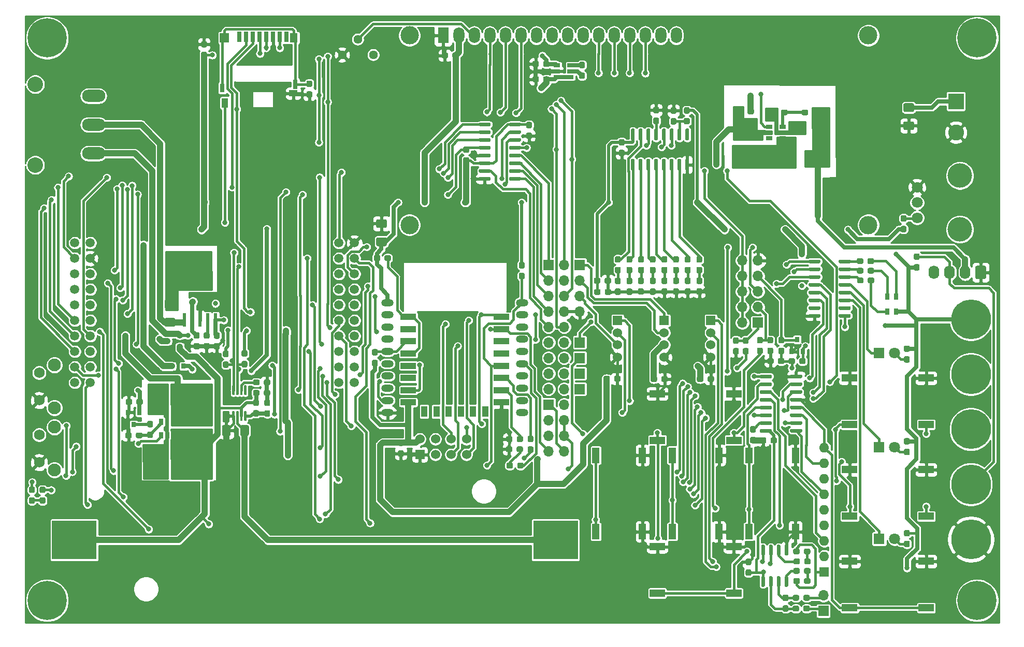
<source format=gtl>
%TF.GenerationSoftware,KiCad,Pcbnew,5.1.9*%
%TF.CreationDate,2021-01-21T09:53:43+01:00*%
%TF.ProjectId,MCT_Labor_5529,4d43545f-4c61-4626-9f72-5f353532392e,rev?*%
%TF.SameCoordinates,Original*%
%TF.FileFunction,Copper,L1,Top*%
%TF.FilePolarity,Positive*%
%FSLAX46Y46*%
G04 Gerber Fmt 4.6, Leading zero omitted, Abs format (unit mm)*
G04 Created by KiCad (PCBNEW 5.1.9) date 2021-01-21 09:53:43*
%MOMM*%
%LPD*%
G01*
G04 APERTURE LIST*
%TA.AperFunction,ComponentPad*%
%ADD10O,1.740000X2.190000*%
%TD*%
%TA.AperFunction,ComponentPad*%
%ADD11C,6.400000*%
%TD*%
%TA.AperFunction,ComponentPad*%
%ADD12C,0.800000*%
%TD*%
%TA.AperFunction,ComponentPad*%
%ADD13C,1.500000*%
%TD*%
%TA.AperFunction,SMDPad,CuDef*%
%ADD14R,7.340000X6.350000*%
%TD*%
%TA.AperFunction,ComponentPad*%
%ADD15C,1.524000*%
%TD*%
%TA.AperFunction,ComponentPad*%
%ADD16R,1.524000X1.524000*%
%TD*%
%TA.AperFunction,ComponentPad*%
%ADD17C,2.540000*%
%TD*%
%TA.AperFunction,ComponentPad*%
%ADD18O,3.810000X2.000000*%
%TD*%
%TA.AperFunction,ComponentPad*%
%ADD19C,2.100000*%
%TD*%
%TA.AperFunction,ComponentPad*%
%ADD20C,1.750000*%
%TD*%
%TA.AperFunction,ComponentPad*%
%ADD21C,1.800000*%
%TD*%
%TA.AperFunction,ComponentPad*%
%ADD22R,1.800000X1.800000*%
%TD*%
%TA.AperFunction,ComponentPad*%
%ADD23C,6.500000*%
%TD*%
%TA.AperFunction,ComponentPad*%
%ADD24C,3.000000*%
%TD*%
%TA.AperFunction,ComponentPad*%
%ADD25O,1.800000X2.600000*%
%TD*%
%TA.AperFunction,ComponentPad*%
%ADD26R,1.800000X2.600000*%
%TD*%
%TA.AperFunction,ComponentPad*%
%ADD27O,2.000000X1.200000*%
%TD*%
%TA.AperFunction,SMDPad,CuDef*%
%ADD28R,0.600000X2.200000*%
%TD*%
%TA.AperFunction,SMDPad,CuDef*%
%ADD29R,3.450000X2.150000*%
%TD*%
%TA.AperFunction,SMDPad,CuDef*%
%ADD30R,0.650000X1.060000*%
%TD*%
%TA.AperFunction,SMDPad,CuDef*%
%ADD31R,2.500000X1.000000*%
%TD*%
%TA.AperFunction,SMDPad,CuDef*%
%ADD32R,1.000000X1.800000*%
%TD*%
%TA.AperFunction,SMDPad,CuDef*%
%ADD33R,2.500000X1.200000*%
%TD*%
%TA.AperFunction,SMDPad,CuDef*%
%ADD34R,1.200000X2.500000*%
%TD*%
%TA.AperFunction,WasherPad*%
%ADD35C,4.000000*%
%TD*%
%TA.AperFunction,ComponentPad*%
%ADD36C,1.440000*%
%TD*%
%TA.AperFunction,ComponentPad*%
%ADD37O,1.600000X1.600000*%
%TD*%
%TA.AperFunction,ComponentPad*%
%ADD38R,1.600000X1.600000*%
%TD*%
%TA.AperFunction,SMDPad,CuDef*%
%ADD39R,0.800000X0.900000*%
%TD*%
%TA.AperFunction,ComponentPad*%
%ADD40O,1.700000X1.700000*%
%TD*%
%TA.AperFunction,ComponentPad*%
%ADD41R,1.700000X1.700000*%
%TD*%
%TA.AperFunction,ComponentPad*%
%ADD42C,2.600000*%
%TD*%
%TA.AperFunction,ComponentPad*%
%ADD43R,2.600000X2.600000*%
%TD*%
%TA.AperFunction,SMDPad,CuDef*%
%ADD44R,1.000000X1.550000*%
%TD*%
%TA.AperFunction,SMDPad,CuDef*%
%ADD45R,1.500000X1.500000*%
%TD*%
%TA.AperFunction,SMDPad,CuDef*%
%ADD46R,0.700000X1.750000*%
%TD*%
%TA.AperFunction,SMDPad,CuDef*%
%ADD47R,0.800000X1.400000*%
%TD*%
%TA.AperFunction,SMDPad,CuDef*%
%ADD48R,1.450000X1.000000*%
%TD*%
%TA.AperFunction,SMDPad,CuDef*%
%ADD49R,0.800000X1.500000*%
%TD*%
%TA.AperFunction,SMDPad,CuDef*%
%ADD50R,1.300000X1.500000*%
%TD*%
%TA.AperFunction,SMDPad,CuDef*%
%ADD51R,0.900000X0.800000*%
%TD*%
%TA.AperFunction,SMDPad,CuDef*%
%ADD52R,0.800000X1.000000*%
%TD*%
%TA.AperFunction,SMDPad,CuDef*%
%ADD53R,3.500000X2.300000*%
%TD*%
%TA.AperFunction,SMDPad,CuDef*%
%ADD54R,3.400000X3.000000*%
%TD*%
%TA.AperFunction,SMDPad,CuDef*%
%ADD55R,1.060000X0.650000*%
%TD*%
%TA.AperFunction,ViaPad*%
%ADD56C,0.800000*%
%TD*%
%TA.AperFunction,Conductor*%
%ADD57C,0.400000*%
%TD*%
%TA.AperFunction,Conductor*%
%ADD58C,1.000000*%
%TD*%
%TA.AperFunction,Conductor*%
%ADD59C,0.700000*%
%TD*%
%TA.AperFunction,Conductor*%
%ADD60C,0.500000*%
%TD*%
%TA.AperFunction,Conductor*%
%ADD61C,0.390000*%
%TD*%
%TA.AperFunction,Conductor*%
%ADD62C,0.254000*%
%TD*%
%TA.AperFunction,Conductor*%
%ADD63C,0.100000*%
%TD*%
G04 APERTURE END LIST*
%TO.P,D15,2*%
%TO.N,VDD*%
%TA.AperFunction,SMDPad,CuDef*%
G36*
G01*
X51736320Y-128421780D02*
X51261320Y-128421780D01*
G75*
G02*
X51023820Y-128184280I0J237500D01*
G01*
X51023820Y-127609280D01*
G75*
G02*
X51261320Y-127371780I237500J0D01*
G01*
X51736320Y-127371780D01*
G75*
G02*
X51973820Y-127609280I0J-237500D01*
G01*
X51973820Y-128184280D01*
G75*
G02*
X51736320Y-128421780I-237500J0D01*
G01*
G37*
%TD.AperFunction*%
%TO.P,D15,1*%
%TO.N,Net-(D15-Pad1)*%
%TA.AperFunction,SMDPad,CuDef*%
G36*
G01*
X51736320Y-130171780D02*
X51261320Y-130171780D01*
G75*
G02*
X51023820Y-129934280I0J237500D01*
G01*
X51023820Y-129359280D01*
G75*
G02*
X51261320Y-129121780I237500J0D01*
G01*
X51736320Y-129121780D01*
G75*
G02*
X51973820Y-129359280I0J-237500D01*
G01*
X51973820Y-129934280D01*
G75*
G02*
X51736320Y-130171780I-237500J0D01*
G01*
G37*
%TD.AperFunction*%
%TD*%
%TO.P,J10,1*%
%TO.N,GND*%
%TA.AperFunction,ComponentPad*%
G36*
G01*
X207466300Y-91493019D02*
X207466300Y-93183021D01*
G75*
G02*
X207216301Y-93433020I-249999J0D01*
G01*
X205976299Y-93433020D01*
G75*
G02*
X205726300Y-93183021I0J249999D01*
G01*
X205726300Y-91493019D01*
G75*
G02*
X205976299Y-91243020I249999J0D01*
G01*
X207216301Y-91243020D01*
G75*
G02*
X207466300Y-91493019I0J-249999D01*
G01*
G37*
%TD.AperFunction*%
D10*
%TO.P,J10,2*%
%TO.N,+12V*%
X204056300Y-92338020D03*
%TO.P,J10,3*%
%TO.N,/Launchpad/P1.6*%
X201516300Y-92338020D03*
%TO.P,J10,4*%
%TO.N,/Launchpad/P1.5_FAN*%
X198976300Y-92338020D03*
%TD*%
D11*
%TO.P,REF\u002A\u002A,1*%
%TO.N,N/C*%
X206000000Y-146000000D03*
D12*
X208400000Y-146000000D03*
X207697056Y-147697056D03*
X206000000Y-148400000D03*
X204302944Y-147697056D03*
X203600000Y-146000000D03*
X204302944Y-144302944D03*
X206000000Y-143600000D03*
X207697056Y-144302944D03*
%TD*%
D11*
%TO.P,REF\u002A\u002A,1*%
%TO.N,N/C*%
X54000000Y-54000000D03*
D12*
X56400000Y-54000000D03*
X55697056Y-55697056D03*
X54000000Y-56400000D03*
X52302944Y-55697056D03*
X51600000Y-54000000D03*
X52302944Y-52302944D03*
X54000000Y-51600000D03*
X55697056Y-52302944D03*
%TD*%
%TO.P,e,1*%
%TO.N,N/C*%
X55697056Y-144302944D03*
X54000000Y-143600000D03*
X52302944Y-144302944D03*
X51600000Y-146000000D03*
X52302944Y-147697056D03*
X54000000Y-148400000D03*
X55697056Y-147697056D03*
X56400000Y-146000000D03*
D11*
X54000000Y-146000000D03*
%TD*%
D12*
%TO.P,REF\u002A\u002A,1*%
%TO.N,N/C*%
X207697056Y-52302944D03*
X206000000Y-51600000D03*
X204302944Y-52302944D03*
X203600000Y-54000000D03*
X204302944Y-55697056D03*
X206000000Y-56400000D03*
X207697056Y-55697056D03*
X208400000Y-54000000D03*
D11*
X206000000Y-54000000D03*
%TD*%
D13*
%TO.P,U10,1*%
%TO.N,+3V3*%
X58500000Y-87500000D03*
%TO.P,U10,21*%
%TO.N,VBUS*%
X61040000Y-87500000D03*
%TO.P,U10,20*%
%TO.N,GND*%
X104220000Y-87500000D03*
%TO.P,U10,40*%
%TO.N,/SPI/A0*%
X101680000Y-87500000D03*
%TO.P,U10,2*%
%TO.N,/Launchpad/P6.5*%
X58500000Y-90040000D03*
%TO.P,U10,3*%
%TO.N,/Launchpad/P3.4*%
X58500000Y-92580000D03*
%TO.P,U10,4*%
%TO.N,/Launchpad/P3.3*%
X58500000Y-95120000D03*
%TO.P,U10,5*%
%TO.N,/Launchpad/P1.6*%
X58500000Y-97660000D03*
%TO.P,U10,6*%
%TO.N,/LCD/E*%
X58500000Y-100200000D03*
%TO.P,U10,7*%
%TO.N,/Launchpad/P3.2*%
X58500000Y-102740000D03*
%TO.P,U10,8*%
%TO.N,/SPI/A2*%
X58500000Y-105280000D03*
%TO.P,U10,9*%
%TO.N,/Launchpad/P4.2*%
X58500000Y-107820000D03*
%TO.P,U10,10*%
%TO.N,/Launchpad/P4.1*%
X58500000Y-110360000D03*
%TO.P,U10,11*%
%TO.N,/SPI/ADDR_EN*%
X104220000Y-110360000D03*
%TO.P,U10,12*%
%TO.N,/Button_decoder/BTN_S1*%
X104220000Y-107820000D03*
%TO.P,U10,13*%
%TO.N,/SPI/A1*%
X104220000Y-105280000D03*
%TO.P,U10,14*%
%TO.N,/SPI/MISO*%
X104220000Y-102740000D03*
%TO.P,U10,15*%
%TO.N,/SPI/MOSI*%
X104220000Y-100200000D03*
%TO.P,U10,16*%
%TO.N,Net-(U10-Pad16)*%
X104220000Y-97660000D03*
%TO.P,U10,17*%
%TO.N,/Launchpad/P7.4*%
X104220000Y-95120000D03*
%TO.P,U10,18*%
%TO.N,/Button_decoder/BTN_S0*%
X104220000Y-92580000D03*
%TO.P,U10,19*%
%TO.N,/Button_decoder/BTN_INT*%
X104220000Y-90040000D03*
%TO.P,U10,22*%
%TO.N,GND*%
X61040000Y-90040000D03*
%TO.P,U10,23*%
%TO.N,/LCD/D4*%
X61040000Y-92580000D03*
%TO.P,U10,24*%
%TO.N,/LCD/D5*%
X61040000Y-95120000D03*
%TO.P,U10,25*%
%TO.N,/LCD/D6*%
X61040000Y-97660000D03*
%TO.P,U10,26*%
%TO.N,/LCD/D7*%
X61040000Y-100200000D03*
%TO.P,U10,27*%
%TO.N,/Launchpad/P6.4*%
X61040000Y-102740000D03*
%TO.P,U10,28*%
%TO.N,/Launchpad/P7.0*%
X61040000Y-105280000D03*
%TO.P,U10,29*%
%TO.N,/LED-Treiber/LED_5*%
X61040000Y-107820000D03*
%TO.P,U10,30*%
%TO.N,/LED-Treiber/LED_4*%
X61040000Y-110360000D03*
%TO.P,U10,31*%
%TO.N,12V_Enable*%
X101680000Y-110360000D03*
%TO.P,U10,32*%
%TO.N,/LED-Treiber/LED_6*%
X101680000Y-107820000D03*
%TO.P,U10,33*%
%TO.N,/SPI/NRF_CE*%
X101680000Y-105280000D03*
%TO.P,U10,34*%
%TO.N,/SPI/NRF_INT*%
X101680000Y-102740000D03*
%TO.P,U10,35*%
%TO.N,Net-(JP1-Pad2)*%
X101680000Y-100200000D03*
%TO.P,U10,36*%
%TO.N,Net-(JP3-Pad2)*%
X101680000Y-97660000D03*
%TO.P,U10,37*%
%TO.N,Net-(JP4-Pad2)*%
X101680000Y-95120000D03*
%TO.P,U10,38*%
%TO.N,Net-(JP5-Pad2)*%
X101680000Y-92580000D03*
%TO.P,U10,39*%
%TO.N,/Button_decoder/BTN_S2*%
X101680000Y-90040000D03*
%TD*%
D14*
%TO.P,BT1,2*%
%TO.N,Net-(BT1-Pad2)*%
X137100000Y-136120000D03*
%TO.P,BT1,1*%
%TO.N,+BATT*%
X58440000Y-136120000D03*
%TD*%
%TO.P,U3,1*%
%TO.N,Net-(RN1-Pad6)*%
%TA.AperFunction,SMDPad,CuDef*%
G36*
G01*
X177399680Y-118093480D02*
X177399680Y-118393480D01*
G75*
G02*
X177249680Y-118543480I-150000J0D01*
G01*
X175599680Y-118543480D01*
G75*
G02*
X175449680Y-118393480I0J150000D01*
G01*
X175449680Y-118093480D01*
G75*
G02*
X175599680Y-117943480I150000J0D01*
G01*
X177249680Y-117943480D01*
G75*
G02*
X177399680Y-118093480I0J-150000D01*
G01*
G37*
%TD.AperFunction*%
%TO.P,U3,2*%
%TO.N,Net-(RN1-Pad7)*%
%TA.AperFunction,SMDPad,CuDef*%
G36*
G01*
X177399680Y-116823480D02*
X177399680Y-117123480D01*
G75*
G02*
X177249680Y-117273480I-150000J0D01*
G01*
X175599680Y-117273480D01*
G75*
G02*
X175449680Y-117123480I0J150000D01*
G01*
X175449680Y-116823480D01*
G75*
G02*
X175599680Y-116673480I150000J0D01*
G01*
X177249680Y-116673480D01*
G75*
G02*
X177399680Y-116823480I0J-150000D01*
G01*
G37*
%TD.AperFunction*%
%TO.P,U3,3*%
%TO.N,Net-(RN1-Pad8)*%
%TA.AperFunction,SMDPad,CuDef*%
G36*
G01*
X177399680Y-115553480D02*
X177399680Y-115853480D01*
G75*
G02*
X177249680Y-116003480I-150000J0D01*
G01*
X175599680Y-116003480D01*
G75*
G02*
X175449680Y-115853480I0J150000D01*
G01*
X175449680Y-115553480D01*
G75*
G02*
X175599680Y-115403480I150000J0D01*
G01*
X177249680Y-115403480D01*
G75*
G02*
X177399680Y-115553480I0J-150000D01*
G01*
G37*
%TD.AperFunction*%
%TO.P,U3,4*%
%TO.N,Net-(RN1-Pad9)*%
%TA.AperFunction,SMDPad,CuDef*%
G36*
G01*
X177399680Y-114283480D02*
X177399680Y-114583480D01*
G75*
G02*
X177249680Y-114733480I-150000J0D01*
G01*
X175599680Y-114733480D01*
G75*
G02*
X175449680Y-114583480I0J150000D01*
G01*
X175449680Y-114283480D01*
G75*
G02*
X175599680Y-114133480I150000J0D01*
G01*
X177249680Y-114133480D01*
G75*
G02*
X177399680Y-114283480I0J-150000D01*
G01*
G37*
%TD.AperFunction*%
%TO.P,U3,5*%
%TO.N,GND*%
%TA.AperFunction,SMDPad,CuDef*%
G36*
G01*
X177399680Y-113013480D02*
X177399680Y-113313480D01*
G75*
G02*
X177249680Y-113463480I-150000J0D01*
G01*
X175599680Y-113463480D01*
G75*
G02*
X175449680Y-113313480I0J150000D01*
G01*
X175449680Y-113013480D01*
G75*
G02*
X175599680Y-112863480I150000J0D01*
G01*
X177249680Y-112863480D01*
G75*
G02*
X177399680Y-113013480I0J-150000D01*
G01*
G37*
%TD.AperFunction*%
%TO.P,U3,6*%
%TO.N,/Button_decoder/BTN_S2*%
%TA.AperFunction,SMDPad,CuDef*%
G36*
G01*
X177399680Y-111743480D02*
X177399680Y-112043480D01*
G75*
G02*
X177249680Y-112193480I-150000J0D01*
G01*
X175599680Y-112193480D01*
G75*
G02*
X175449680Y-112043480I0J150000D01*
G01*
X175449680Y-111743480D01*
G75*
G02*
X175599680Y-111593480I150000J0D01*
G01*
X177249680Y-111593480D01*
G75*
G02*
X177399680Y-111743480I0J-150000D01*
G01*
G37*
%TD.AperFunction*%
%TO.P,U3,7*%
%TO.N,/Button_decoder/BTN_S1*%
%TA.AperFunction,SMDPad,CuDef*%
G36*
G01*
X177399680Y-110473480D02*
X177399680Y-110773480D01*
G75*
G02*
X177249680Y-110923480I-150000J0D01*
G01*
X175599680Y-110923480D01*
G75*
G02*
X175449680Y-110773480I0J150000D01*
G01*
X175449680Y-110473480D01*
G75*
G02*
X175599680Y-110323480I150000J0D01*
G01*
X177249680Y-110323480D01*
G75*
G02*
X177399680Y-110473480I0J-150000D01*
G01*
G37*
%TD.AperFunction*%
%TO.P,U3,8*%
%TO.N,GND*%
%TA.AperFunction,SMDPad,CuDef*%
G36*
G01*
X177399680Y-109203480D02*
X177399680Y-109503480D01*
G75*
G02*
X177249680Y-109653480I-150000J0D01*
G01*
X175599680Y-109653480D01*
G75*
G02*
X175449680Y-109503480I0J150000D01*
G01*
X175449680Y-109203480D01*
G75*
G02*
X175599680Y-109053480I150000J0D01*
G01*
X177249680Y-109053480D01*
G75*
G02*
X177399680Y-109203480I0J-150000D01*
G01*
G37*
%TD.AperFunction*%
%TO.P,U3,9*%
%TO.N,/Button_decoder/BTN_S0*%
%TA.AperFunction,SMDPad,CuDef*%
G36*
G01*
X172449680Y-109203480D02*
X172449680Y-109503480D01*
G75*
G02*
X172299680Y-109653480I-150000J0D01*
G01*
X170649680Y-109653480D01*
G75*
G02*
X170499680Y-109503480I0J150000D01*
G01*
X170499680Y-109203480D01*
G75*
G02*
X170649680Y-109053480I150000J0D01*
G01*
X172299680Y-109053480D01*
G75*
G02*
X172449680Y-109203480I0J-150000D01*
G01*
G37*
%TD.AperFunction*%
%TO.P,U3,10*%
%TO.N,Net-(RN1-Pad2)*%
%TA.AperFunction,SMDPad,CuDef*%
G36*
G01*
X172449680Y-110473480D02*
X172449680Y-110773480D01*
G75*
G02*
X172299680Y-110923480I-150000J0D01*
G01*
X170649680Y-110923480D01*
G75*
G02*
X170499680Y-110773480I0J150000D01*
G01*
X170499680Y-110473480D01*
G75*
G02*
X170649680Y-110323480I150000J0D01*
G01*
X172299680Y-110323480D01*
G75*
G02*
X172449680Y-110473480I0J-150000D01*
G01*
G37*
%TD.AperFunction*%
%TO.P,U3,11*%
%TO.N,Net-(RN1-Pad3)*%
%TA.AperFunction,SMDPad,CuDef*%
G36*
G01*
X172449680Y-111743480D02*
X172449680Y-112043480D01*
G75*
G02*
X172299680Y-112193480I-150000J0D01*
G01*
X170649680Y-112193480D01*
G75*
G02*
X170499680Y-112043480I0J150000D01*
G01*
X170499680Y-111743480D01*
G75*
G02*
X170649680Y-111593480I150000J0D01*
G01*
X172299680Y-111593480D01*
G75*
G02*
X172449680Y-111743480I0J-150000D01*
G01*
G37*
%TD.AperFunction*%
%TO.P,U3,12*%
%TO.N,Net-(RN1-Pad4)*%
%TA.AperFunction,SMDPad,CuDef*%
G36*
G01*
X172449680Y-113013480D02*
X172449680Y-113313480D01*
G75*
G02*
X172299680Y-113463480I-150000J0D01*
G01*
X170649680Y-113463480D01*
G75*
G02*
X170499680Y-113313480I0J150000D01*
G01*
X170499680Y-113013480D01*
G75*
G02*
X170649680Y-112863480I150000J0D01*
G01*
X172299680Y-112863480D01*
G75*
G02*
X172449680Y-113013480I0J-150000D01*
G01*
G37*
%TD.AperFunction*%
%TO.P,U3,13*%
%TO.N,Net-(RN1-Pad5)*%
%TA.AperFunction,SMDPad,CuDef*%
G36*
G01*
X172449680Y-114283480D02*
X172449680Y-114583480D01*
G75*
G02*
X172299680Y-114733480I-150000J0D01*
G01*
X170649680Y-114733480D01*
G75*
G02*
X170499680Y-114583480I0J150000D01*
G01*
X170499680Y-114283480D01*
G75*
G02*
X170649680Y-114133480I150000J0D01*
G01*
X172299680Y-114133480D01*
G75*
G02*
X172449680Y-114283480I0J-150000D01*
G01*
G37*
%TD.AperFunction*%
%TO.P,U3,14*%
%TO.N,/Button_decoder/BTN_INT*%
%TA.AperFunction,SMDPad,CuDef*%
G36*
G01*
X172449680Y-115553480D02*
X172449680Y-115853480D01*
G75*
G02*
X172299680Y-116003480I-150000J0D01*
G01*
X170649680Y-116003480D01*
G75*
G02*
X170499680Y-115853480I0J150000D01*
G01*
X170499680Y-115553480D01*
G75*
G02*
X170649680Y-115403480I150000J0D01*
G01*
X172299680Y-115403480D01*
G75*
G02*
X172449680Y-115553480I0J-150000D01*
G01*
G37*
%TD.AperFunction*%
%TO.P,U3,15*%
%TO.N,Net-(R9-Pad1)*%
%TA.AperFunction,SMDPad,CuDef*%
G36*
G01*
X172449680Y-116823480D02*
X172449680Y-117123480D01*
G75*
G02*
X172299680Y-117273480I-150000J0D01*
G01*
X170649680Y-117273480D01*
G75*
G02*
X170499680Y-117123480I0J150000D01*
G01*
X170499680Y-116823480D01*
G75*
G02*
X170649680Y-116673480I150000J0D01*
G01*
X172299680Y-116673480D01*
G75*
G02*
X172449680Y-116823480I0J-150000D01*
G01*
G37*
%TD.AperFunction*%
%TO.P,U3,16*%
%TO.N,+3V3*%
%TA.AperFunction,SMDPad,CuDef*%
G36*
G01*
X172449680Y-118093480D02*
X172449680Y-118393480D01*
G75*
G02*
X172299680Y-118543480I-150000J0D01*
G01*
X170649680Y-118543480D01*
G75*
G02*
X170499680Y-118393480I0J150000D01*
G01*
X170499680Y-118093480D01*
G75*
G02*
X170649680Y-117943480I150000J0D01*
G01*
X172299680Y-117943480D01*
G75*
G02*
X172449680Y-118093480I0J-150000D01*
G01*
G37*
%TD.AperFunction*%
%TD*%
D15*
%TO.P,J6,4*%
%TO.N,GND*%
X162463800Y-106204400D03*
%TO.P,J6,3*%
%TO.N,+3V3*%
X162463800Y-104204400D03*
%TO.P,J6,2*%
%TO.N,/Launchpad/P4.1*%
X162463800Y-102204400D03*
D16*
%TO.P,J6,1*%
%TO.N,/Launchpad/P4.2*%
X162463800Y-100204400D03*
%TD*%
D17*
%TO.P,SW3,*%
%TO.N,*%
X52045000Y-74775000D03*
X52045000Y-61575000D03*
D18*
%TO.P,SW3,1*%
%TO.N,VDD*%
X61575000Y-72875000D03*
%TO.P,SW3,2*%
%TO.N,Net-(C17-Pad1)*%
X61575000Y-68175000D03*
%TO.P,SW3,3*%
%TO.N,Net-(SW3-Pad3)*%
X61575000Y-63475000D03*
%TD*%
D19*
%TO.P,SW2,*%
%TO.N,*%
X55175000Y-124670000D03*
D20*
%TO.P,SW2,1*%
%TO.N,GND*%
X52685000Y-123420000D03*
%TO.P,SW2,2*%
%TO.N,Net-(R29-Pad2)*%
X52685000Y-118920000D03*
D19*
%TO.P,SW2,*%
%TO.N,*%
X55175000Y-117660000D03*
%TD*%
%TO.P,SW1,*%
%TO.N,*%
X55175000Y-114510000D03*
D20*
%TO.P,SW1,1*%
%TO.N,GND*%
X52685000Y-113260000D03*
%TO.P,SW1,2*%
%TO.N,Net-(R28-Pad2)*%
X52685000Y-108760000D03*
D19*
%TO.P,SW1,*%
%TO.N,*%
X55175000Y-107500000D03*
%TD*%
%TO.P,R49,2*%
%TO.N,GND*%
%TA.AperFunction,SMDPad,CuDef*%
G36*
G01*
X67887420Y-113276500D02*
X67887420Y-113751500D01*
G75*
G02*
X67649920Y-113989000I-237500J0D01*
G01*
X67074920Y-113989000D01*
G75*
G02*
X66837420Y-113751500I0J237500D01*
G01*
X66837420Y-113276500D01*
G75*
G02*
X67074920Y-113039000I237500J0D01*
G01*
X67649920Y-113039000D01*
G75*
G02*
X67887420Y-113276500I0J-237500D01*
G01*
G37*
%TD.AperFunction*%
%TO.P,R49,1*%
%TO.N,VDC*%
%TA.AperFunction,SMDPad,CuDef*%
G36*
G01*
X69637420Y-113276500D02*
X69637420Y-113751500D01*
G75*
G02*
X69399920Y-113989000I-237500J0D01*
G01*
X68824920Y-113989000D01*
G75*
G02*
X68587420Y-113751500I0J237500D01*
G01*
X68587420Y-113276500D01*
G75*
G02*
X68824920Y-113039000I237500J0D01*
G01*
X69399920Y-113039000D01*
G75*
G02*
X69637420Y-113276500I0J-237500D01*
G01*
G37*
%TD.AperFunction*%
%TD*%
D21*
%TO.P,LD_F3,2*%
%TO.N,Net-(LD_F3-Pad2)*%
X192550100Y-135911100D03*
D22*
%TO.P,LD_F3,1*%
%TO.N,/Button_decoder/LED_F3*%
X190010100Y-135911100D03*
%TD*%
D21*
%TO.P,LD_F2,2*%
%TO.N,Net-(LD_F2-Pad2)*%
X192550100Y-120911100D03*
D22*
%TO.P,LD_F2,1*%
%TO.N,/Button_decoder/LED_F2*%
X190010100Y-120911100D03*
%TD*%
%TO.P,LD_F1,1*%
%TO.N,/Button_decoder/LED_F1*%
X190010100Y-105551100D03*
D21*
%TO.P,LD_F1,2*%
%TO.N,Net-(LD_F1-Pad2)*%
X192550100Y-105551100D03*
%TD*%
D23*
%TO.P,J13,1*%
%TO.N,GND*%
X205000000Y-136000000D03*
%TD*%
%TO.P,J12,1*%
%TO.N,/Launchpad/P1.5_FAN*%
X205000000Y-118000000D03*
%TD*%
%TO.P,J11,1*%
%TO.N,/Launchpad/P1.6*%
X205000000Y-127000000D03*
%TD*%
%TO.P,J8,1*%
%TO.N,Net-(J8-Pad1)*%
X205000000Y-109000000D03*
%TD*%
D24*
%TO.P,U1,*%
%TO.N,*%
X188225000Y-53570000D03*
X188224480Y-84570700D03*
X113225900Y-84570700D03*
X113225900Y-53570000D03*
D25*
%TO.P,U1,16*%
%TO.N,Net-(U1-Pad16)*%
X156825000Y-53570000D03*
%TO.P,U1,15*%
%TO.N,Net-(U1-Pad15)*%
X154285000Y-53570000D03*
%TO.P,U1,14*%
%TO.N,/LCD/D7*%
X151745000Y-53570000D03*
%TO.P,U1,13*%
%TO.N,/LCD/D6*%
X149205000Y-53570000D03*
%TO.P,U1,12*%
%TO.N,/LCD/D5*%
X146665000Y-53570000D03*
%TO.P,U1,11*%
%TO.N,/LCD/D4*%
X144125000Y-53570000D03*
%TO.P,U1,10*%
%TO.N,Net-(U1-Pad10)*%
X141585000Y-53570000D03*
%TO.P,U1,9*%
%TO.N,Net-(U1-Pad9)*%
X139045000Y-53570000D03*
%TO.P,U1,8*%
%TO.N,Net-(U1-Pad8)*%
X136505000Y-53570000D03*
%TO.P,U1,7*%
%TO.N,Net-(U1-Pad7)*%
X133965000Y-53570000D03*
%TO.P,U1,6*%
%TO.N,/LCD/E*%
X131425000Y-53570000D03*
%TO.P,U1,5*%
%TO.N,/Launchpad/P6.4*%
X128885000Y-53570000D03*
%TO.P,U1,4*%
%TO.N,/Launchpad/P6.5*%
X126345000Y-53570000D03*
%TO.P,U1,3*%
%TO.N,Net-(RV1-Pad2)*%
X123805000Y-53570000D03*
%TO.P,U1,2*%
%TO.N,+3V3*%
X121265000Y-53570000D03*
D26*
%TO.P,U1,1*%
%TO.N,GND*%
X118725000Y-53570000D03*
%TD*%
D27*
%TO.P,X1,10*%
%TO.N,GND*%
X109630000Y-115275000D03*
%TO.P,X1,11*%
%TO.N,Net-(X1-Pad11)*%
X131630000Y-115275000D03*
%TO.P,X1,9*%
%TO.N,/Launchpad/P1.2_XBEE*%
X109630000Y-113275000D03*
%TO.P,X1,12*%
%TO.N,/Launchpad/P1.3_XBEE*%
X131630000Y-113275000D03*
%TO.P,X1,8*%
%TO.N,Net-(X1-Pad8)*%
X109630000Y-111275000D03*
%TO.P,X1,13*%
%TO.N,Net-(X1-Pad13)*%
X131630000Y-111275000D03*
%TO.P,X1,7*%
%TO.N,Net-(X1-Pad7)*%
X109630000Y-109275000D03*
%TO.P,X1,14*%
%TO.N,Net-(X1-Pad14)*%
X131630000Y-109275000D03*
%TO.P,X1,6*%
%TO.N,/Launchpad/P1.5_XBEE*%
X109630000Y-107275000D03*
%TO.P,X1,15*%
%TO.N,Net-(D11-Pad2)*%
X131630000Y-107275000D03*
%TO.P,X1,5*%
%TO.N,Net-(R28-Pad2)*%
X109630000Y-105275000D03*
%TO.P,X1,16*%
%TO.N,/Launchpad/P1.4_XBEE*%
X131630000Y-105275000D03*
%TO.P,X1,4*%
%TO.N,Net-(X1-Pad4)*%
X109630000Y-103275000D03*
%TO.P,X1,17*%
%TO.N,Net-(X1-Pad17)*%
X131630000Y-103275000D03*
%TO.P,X1,3*%
%TO.N,Net-(J4-Pad7)*%
X109630000Y-101275000D03*
%TO.P,X1,18*%
%TO.N,Net-(X1-Pad18)*%
X131630000Y-101275000D03*
%TO.P,X1,2*%
%TO.N,Net-(J4-Pad5)*%
X109630000Y-99275000D03*
%TO.P,X1,19*%
%TO.N,Net-(X1-Pad19)*%
X131630000Y-99275000D03*
%TO.P,X1,1*%
%TO.N,+3V3*%
X109630000Y-97275000D03*
%TO.P,X1,20*%
%TO.N,Net-(R29-Pad2)*%
X131630000Y-97275000D03*
%TD*%
D28*
%TO.P,U12,1*%
%TO.N,Net-(C17-Pad1)*%
X76474640Y-100121180D03*
%TO.P,U12,5*%
%TO.N,VDD*%
X81554640Y-100121180D03*
%TO.P,U12,3*%
%TO.N,GND*%
X79014640Y-100121180D03*
D29*
%TO.P,U12,6*%
X79014640Y-93821180D03*
D28*
%TO.P,U12,2*%
%TO.N,+3V3*%
X77744640Y-100121180D03*
%TO.P,U12,4*%
%TO.N,Net-(C22-Pad1)*%
X80284640Y-100121180D03*
%TD*%
D30*
%TO.P,U11,5*%
%TO.N,Net-(R50-Pad1)*%
X72656980Y-116765020D03*
%TO.P,U11,4*%
%TO.N,VDD*%
X74556980Y-116765020D03*
%TO.P,U11,3*%
%TO.N,+BATT*%
X74556980Y-118965020D03*
%TO.P,U11,2*%
%TO.N,GND*%
X73606980Y-118965020D03*
%TO.P,U11,1*%
%TO.N,Net-(R52-Pad2)*%
X72656980Y-118965020D03*
%TD*%
%TO.P,U9,8*%
%TO.N,Net-(C15-Pad1)*%
%TA.AperFunction,SMDPad,CuDef*%
G36*
G01*
X86290440Y-115012120D02*
X86490440Y-115012120D01*
G75*
G02*
X86590440Y-115112120I0J-100000D01*
G01*
X86590440Y-116537120D01*
G75*
G02*
X86490440Y-116637120I-100000J0D01*
G01*
X86290440Y-116637120D01*
G75*
G02*
X86190440Y-116537120I0J100000D01*
G01*
X86190440Y-115112120D01*
G75*
G02*
X86290440Y-115012120I100000J0D01*
G01*
G37*
%TD.AperFunction*%
%TO.P,U9,7*%
%TO.N,+BATT*%
%TA.AperFunction,SMDPad,CuDef*%
G36*
G01*
X85640440Y-115012120D02*
X85840440Y-115012120D01*
G75*
G02*
X85940440Y-115112120I0J-100000D01*
G01*
X85940440Y-116537120D01*
G75*
G02*
X85840440Y-116637120I-100000J0D01*
G01*
X85640440Y-116637120D01*
G75*
G02*
X85540440Y-116537120I0J100000D01*
G01*
X85540440Y-115112120D01*
G75*
G02*
X85640440Y-115012120I100000J0D01*
G01*
G37*
%TD.AperFunction*%
%TO.P,U9,6*%
%TO.N,Net-(BT1-Pad2)*%
%TA.AperFunction,SMDPad,CuDef*%
G36*
G01*
X84990440Y-115012120D02*
X85190440Y-115012120D01*
G75*
G02*
X85290440Y-115112120I0J-100000D01*
G01*
X85290440Y-116537120D01*
G75*
G02*
X85190440Y-116637120I-100000J0D01*
G01*
X84990440Y-116637120D01*
G75*
G02*
X84890440Y-116537120I0J100000D01*
G01*
X84890440Y-115112120D01*
G75*
G02*
X84990440Y-115012120I100000J0D01*
G01*
G37*
%TD.AperFunction*%
%TO.P,U9,5*%
%TO.N,GND*%
%TA.AperFunction,SMDPad,CuDef*%
G36*
G01*
X84340440Y-115012120D02*
X84540440Y-115012120D01*
G75*
G02*
X84640440Y-115112120I0J-100000D01*
G01*
X84640440Y-116537120D01*
G75*
G02*
X84540440Y-116637120I-100000J0D01*
G01*
X84340440Y-116637120D01*
G75*
G02*
X84240440Y-116537120I0J100000D01*
G01*
X84240440Y-115112120D01*
G75*
G02*
X84340440Y-115012120I100000J0D01*
G01*
G37*
%TD.AperFunction*%
%TO.P,U9,4*%
%TO.N,/Launchpad/P4.2*%
%TA.AperFunction,SMDPad,CuDef*%
G36*
G01*
X84340440Y-110787120D02*
X84540440Y-110787120D01*
G75*
G02*
X84640440Y-110887120I0J-100000D01*
G01*
X84640440Y-112312120D01*
G75*
G02*
X84540440Y-112412120I-100000J0D01*
G01*
X84340440Y-112412120D01*
G75*
G02*
X84240440Y-112312120I0J100000D01*
G01*
X84240440Y-110887120D01*
G75*
G02*
X84340440Y-110787120I100000J0D01*
G01*
G37*
%TD.AperFunction*%
%TO.P,U9,3*%
%TO.N,/Launchpad/P4.1*%
%TA.AperFunction,SMDPad,CuDef*%
G36*
G01*
X84990440Y-110787120D02*
X85190440Y-110787120D01*
G75*
G02*
X85290440Y-110887120I0J-100000D01*
G01*
X85290440Y-112312120D01*
G75*
G02*
X85190440Y-112412120I-100000J0D01*
G01*
X84990440Y-112412120D01*
G75*
G02*
X84890440Y-112312120I0J100000D01*
G01*
X84890440Y-110887120D01*
G75*
G02*
X84990440Y-110787120I100000J0D01*
G01*
G37*
%TD.AperFunction*%
%TO.P,U9,2*%
%TO.N,Net-(R36-Pad1)*%
%TA.AperFunction,SMDPad,CuDef*%
G36*
G01*
X85640440Y-110787120D02*
X85840440Y-110787120D01*
G75*
G02*
X85940440Y-110887120I0J-100000D01*
G01*
X85940440Y-112312120D01*
G75*
G02*
X85840440Y-112412120I-100000J0D01*
G01*
X85640440Y-112412120D01*
G75*
G02*
X85540440Y-112312120I0J100000D01*
G01*
X85540440Y-110887120D01*
G75*
G02*
X85640440Y-110787120I100000J0D01*
G01*
G37*
%TD.AperFunction*%
%TO.P,U9,1*%
%TO.N,Net-(U9-Pad1)*%
%TA.AperFunction,SMDPad,CuDef*%
G36*
G01*
X86290440Y-110787120D02*
X86490440Y-110787120D01*
G75*
G02*
X86590440Y-110887120I0J-100000D01*
G01*
X86590440Y-112312120D01*
G75*
G02*
X86490440Y-112412120I-100000J0D01*
G01*
X86290440Y-112412120D01*
G75*
G02*
X86190440Y-112312120I0J100000D01*
G01*
X86190440Y-110887120D01*
G75*
G02*
X86290440Y-110787120I100000J0D01*
G01*
G37*
%TD.AperFunction*%
%TD*%
D31*
%TO.P,U7,22*%
%TO.N,Net-(J4-Pad5)*%
X128230000Y-99600000D03*
%TO.P,U7,21*%
%TO.N,Net-(J4-Pad7)*%
X128230000Y-101600000D03*
%TO.P,U7,20*%
%TO.N,Net-(U7-Pad20)*%
X128230000Y-103600000D03*
%TO.P,U7,19*%
%TO.N,Net-(U7-Pad19)*%
X128230000Y-105600000D03*
%TO.P,U7,18*%
%TO.N,Net-(R29-Pad2)*%
X128230000Y-107600000D03*
%TO.P,U7,17*%
%TO.N,Net-(R32-Pad2)*%
X128230000Y-109600000D03*
%TO.P,U7,16*%
%TO.N,Net-(R33-Pad1)*%
X128230000Y-111600000D03*
%TO.P,U7,15*%
%TO.N,GND*%
X128230000Y-113600000D03*
D32*
%TO.P,U7,14*%
%TO.N,Net-(U7-Pad14)*%
X125630000Y-115100000D03*
%TO.P,U7,13*%
%TO.N,Net-(U7-Pad13)*%
X123630000Y-115100000D03*
%TO.P,U7,12*%
%TO.N,Net-(U7-Pad12)*%
X121630000Y-115100000D03*
%TO.P,U7,11*%
%TO.N,Net-(U7-Pad11)*%
X119630000Y-115100000D03*
%TO.P,U7,10*%
%TO.N,Net-(U7-Pad10)*%
X117630000Y-115100000D03*
%TO.P,U7,9*%
%TO.N,Net-(U7-Pad9)*%
X115630000Y-115100000D03*
D31*
%TO.P,U7,8*%
%TO.N,+3V3*%
X113030000Y-113600000D03*
%TO.P,U7,7*%
%TO.N,Net-(D11-Pad2)*%
X113030000Y-111600000D03*
%TO.P,U7,6*%
%TO.N,Net-(U7-Pad6)*%
X113030000Y-109600000D03*
%TO.P,U7,5*%
%TO.N,Net-(U7-Pad5)*%
X113030000Y-107600000D03*
%TO.P,U7,4*%
%TO.N,Net-(R30-Pad2)*%
X113030000Y-105600000D03*
%TO.P,U7,3*%
%TO.N,Net-(R28-Pad2)*%
X113030000Y-103600000D03*
%TO.P,U7,2*%
%TO.N,Net-(U7-Pad2)*%
X113030000Y-101600000D03*
%TO.P,U7,1*%
%TO.N,Net-(R30-Pad2)*%
X113030000Y-99600000D03*
%TD*%
%TO.P,U6,16*%
%TO.N,+3V3*%
%TA.AperFunction,SMDPad,CuDef*%
G36*
G01*
X149878240Y-70745120D02*
X149578240Y-70745120D01*
G75*
G02*
X149428240Y-70595120I0J150000D01*
G01*
X149428240Y-68945120D01*
G75*
G02*
X149578240Y-68795120I150000J0D01*
G01*
X149878240Y-68795120D01*
G75*
G02*
X150028240Y-68945120I0J-150000D01*
G01*
X150028240Y-70595120D01*
G75*
G02*
X149878240Y-70745120I-150000J0D01*
G01*
G37*
%TD.AperFunction*%
%TO.P,U6,15*%
%TO.N,Net-(D2-Pad2)*%
%TA.AperFunction,SMDPad,CuDef*%
G36*
G01*
X151148240Y-70745120D02*
X150848240Y-70745120D01*
G75*
G02*
X150698240Y-70595120I0J150000D01*
G01*
X150698240Y-68945120D01*
G75*
G02*
X150848240Y-68795120I150000J0D01*
G01*
X151148240Y-68795120D01*
G75*
G02*
X151298240Y-68945120I0J-150000D01*
G01*
X151298240Y-70595120D01*
G75*
G02*
X151148240Y-70745120I-150000J0D01*
G01*
G37*
%TD.AperFunction*%
%TO.P,U6,14*%
%TO.N,/SPI/MOSI*%
%TA.AperFunction,SMDPad,CuDef*%
G36*
G01*
X152418240Y-70745120D02*
X152118240Y-70745120D01*
G75*
G02*
X151968240Y-70595120I0J150000D01*
G01*
X151968240Y-68945120D01*
G75*
G02*
X152118240Y-68795120I150000J0D01*
G01*
X152418240Y-68795120D01*
G75*
G02*
X152568240Y-68945120I0J-150000D01*
G01*
X152568240Y-70595120D01*
G75*
G02*
X152418240Y-70745120I-150000J0D01*
G01*
G37*
%TD.AperFunction*%
%TO.P,U6,13*%
%TO.N,Net-(R19-Pad1)*%
%TA.AperFunction,SMDPad,CuDef*%
G36*
G01*
X153688240Y-70745120D02*
X153388240Y-70745120D01*
G75*
G02*
X153238240Y-70595120I0J150000D01*
G01*
X153238240Y-68945120D01*
G75*
G02*
X153388240Y-68795120I150000J0D01*
G01*
X153688240Y-68795120D01*
G75*
G02*
X153838240Y-68945120I0J-150000D01*
G01*
X153838240Y-70595120D01*
G75*
G02*
X153688240Y-70745120I-150000J0D01*
G01*
G37*
%TD.AperFunction*%
%TO.P,U6,12*%
%TO.N,Net-(U4-Pad13)*%
%TA.AperFunction,SMDPad,CuDef*%
G36*
G01*
X154958240Y-70745120D02*
X154658240Y-70745120D01*
G75*
G02*
X154508240Y-70595120I0J150000D01*
G01*
X154508240Y-68945120D01*
G75*
G02*
X154658240Y-68795120I150000J0D01*
G01*
X154958240Y-68795120D01*
G75*
G02*
X155108240Y-68945120I0J-150000D01*
G01*
X155108240Y-70595120D01*
G75*
G02*
X154958240Y-70745120I-150000J0D01*
G01*
G37*
%TD.AperFunction*%
%TO.P,U6,11*%
%TO.N,/Launchpad/P3.2*%
%TA.AperFunction,SMDPad,CuDef*%
G36*
G01*
X156228240Y-70745120D02*
X155928240Y-70745120D01*
G75*
G02*
X155778240Y-70595120I0J150000D01*
G01*
X155778240Y-68945120D01*
G75*
G02*
X155928240Y-68795120I150000J0D01*
G01*
X156228240Y-68795120D01*
G75*
G02*
X156378240Y-68945120I0J-150000D01*
G01*
X156378240Y-70595120D01*
G75*
G02*
X156228240Y-70745120I-150000J0D01*
G01*
G37*
%TD.AperFunction*%
%TO.P,U6,10*%
%TO.N,Net-(C7-Pad1)*%
%TA.AperFunction,SMDPad,CuDef*%
G36*
G01*
X157498240Y-70745120D02*
X157198240Y-70745120D01*
G75*
G02*
X157048240Y-70595120I0J150000D01*
G01*
X157048240Y-68945120D01*
G75*
G02*
X157198240Y-68795120I150000J0D01*
G01*
X157498240Y-68795120D01*
G75*
G02*
X157648240Y-68945120I0J-150000D01*
G01*
X157648240Y-70595120D01*
G75*
G02*
X157498240Y-70745120I-150000J0D01*
G01*
G37*
%TD.AperFunction*%
%TO.P,U6,9*%
%TO.N,Net-(U6-Pad9)*%
%TA.AperFunction,SMDPad,CuDef*%
G36*
G01*
X158768240Y-70745120D02*
X158468240Y-70745120D01*
G75*
G02*
X158318240Y-70595120I0J150000D01*
G01*
X158318240Y-68945120D01*
G75*
G02*
X158468240Y-68795120I150000J0D01*
G01*
X158768240Y-68795120D01*
G75*
G02*
X158918240Y-68945120I0J-150000D01*
G01*
X158918240Y-70595120D01*
G75*
G02*
X158768240Y-70745120I-150000J0D01*
G01*
G37*
%TD.AperFunction*%
%TO.P,U6,8*%
%TO.N,GND*%
%TA.AperFunction,SMDPad,CuDef*%
G36*
G01*
X158768240Y-75695120D02*
X158468240Y-75695120D01*
G75*
G02*
X158318240Y-75545120I0J150000D01*
G01*
X158318240Y-73895120D01*
G75*
G02*
X158468240Y-73745120I150000J0D01*
G01*
X158768240Y-73745120D01*
G75*
G02*
X158918240Y-73895120I0J-150000D01*
G01*
X158918240Y-75545120D01*
G75*
G02*
X158768240Y-75695120I-150000J0D01*
G01*
G37*
%TD.AperFunction*%
%TO.P,U6,7*%
%TO.N,Net-(D9-Pad2)*%
%TA.AperFunction,SMDPad,CuDef*%
G36*
G01*
X157498240Y-75695120D02*
X157198240Y-75695120D01*
G75*
G02*
X157048240Y-75545120I0J150000D01*
G01*
X157048240Y-73895120D01*
G75*
G02*
X157198240Y-73745120I150000J0D01*
G01*
X157498240Y-73745120D01*
G75*
G02*
X157648240Y-73895120I0J-150000D01*
G01*
X157648240Y-75545120D01*
G75*
G02*
X157498240Y-75695120I-150000J0D01*
G01*
G37*
%TD.AperFunction*%
%TO.P,U6,6*%
%TO.N,Net-(D8-Pad2)*%
%TA.AperFunction,SMDPad,CuDef*%
G36*
G01*
X156228240Y-75695120D02*
X155928240Y-75695120D01*
G75*
G02*
X155778240Y-75545120I0J150000D01*
G01*
X155778240Y-73895120D01*
G75*
G02*
X155928240Y-73745120I150000J0D01*
G01*
X156228240Y-73745120D01*
G75*
G02*
X156378240Y-73895120I0J-150000D01*
G01*
X156378240Y-75545120D01*
G75*
G02*
X156228240Y-75695120I-150000J0D01*
G01*
G37*
%TD.AperFunction*%
%TO.P,U6,5*%
%TO.N,Net-(D7-Pad2)*%
%TA.AperFunction,SMDPad,CuDef*%
G36*
G01*
X154958240Y-75695120D02*
X154658240Y-75695120D01*
G75*
G02*
X154508240Y-75545120I0J150000D01*
G01*
X154508240Y-73895120D01*
G75*
G02*
X154658240Y-73745120I150000J0D01*
G01*
X154958240Y-73745120D01*
G75*
G02*
X155108240Y-73895120I0J-150000D01*
G01*
X155108240Y-75545120D01*
G75*
G02*
X154958240Y-75695120I-150000J0D01*
G01*
G37*
%TD.AperFunction*%
%TO.P,U6,4*%
%TO.N,Net-(D6-Pad2)*%
%TA.AperFunction,SMDPad,CuDef*%
G36*
G01*
X153688240Y-75695120D02*
X153388240Y-75695120D01*
G75*
G02*
X153238240Y-75545120I0J150000D01*
G01*
X153238240Y-73895120D01*
G75*
G02*
X153388240Y-73745120I150000J0D01*
G01*
X153688240Y-73745120D01*
G75*
G02*
X153838240Y-73895120I0J-150000D01*
G01*
X153838240Y-75545120D01*
G75*
G02*
X153688240Y-75695120I-150000J0D01*
G01*
G37*
%TD.AperFunction*%
%TO.P,U6,3*%
%TO.N,Net-(D5-Pad2)*%
%TA.AperFunction,SMDPad,CuDef*%
G36*
G01*
X152418240Y-75695120D02*
X152118240Y-75695120D01*
G75*
G02*
X151968240Y-75545120I0J150000D01*
G01*
X151968240Y-73895120D01*
G75*
G02*
X152118240Y-73745120I150000J0D01*
G01*
X152418240Y-73745120D01*
G75*
G02*
X152568240Y-73895120I0J-150000D01*
G01*
X152568240Y-75545120D01*
G75*
G02*
X152418240Y-75695120I-150000J0D01*
G01*
G37*
%TD.AperFunction*%
%TO.P,U6,2*%
%TO.N,Net-(D4-Pad2)*%
%TA.AperFunction,SMDPad,CuDef*%
G36*
G01*
X151148240Y-75695120D02*
X150848240Y-75695120D01*
G75*
G02*
X150698240Y-75545120I0J150000D01*
G01*
X150698240Y-73895120D01*
G75*
G02*
X150848240Y-73745120I150000J0D01*
G01*
X151148240Y-73745120D01*
G75*
G02*
X151298240Y-73895120I0J-150000D01*
G01*
X151298240Y-75545120D01*
G75*
G02*
X151148240Y-75695120I-150000J0D01*
G01*
G37*
%TD.AperFunction*%
%TO.P,U6,1*%
%TO.N,Net-(D3-Pad2)*%
%TA.AperFunction,SMDPad,CuDef*%
G36*
G01*
X149878240Y-75695120D02*
X149578240Y-75695120D01*
G75*
G02*
X149428240Y-75545120I0J150000D01*
G01*
X149428240Y-73895120D01*
G75*
G02*
X149578240Y-73745120I150000J0D01*
G01*
X149878240Y-73745120D01*
G75*
G02*
X150028240Y-73895120I0J-150000D01*
G01*
X150028240Y-75545120D01*
G75*
G02*
X149878240Y-75695120I-150000J0D01*
G01*
G37*
%TD.AperFunction*%
%TD*%
D15*
%TO.P,U5,8*%
%TO.N,/SPI/NRF_INT*%
X122535000Y-119610000D03*
%TO.P,U5,7*%
%TO.N,/SPI/MISO*%
X122535000Y-122150000D03*
%TO.P,U5,6*%
%TO.N,/SPI/MOSI*%
X119995000Y-119610000D03*
%TO.P,U5,5*%
%TO.N,/Launchpad/P3.2*%
X119995000Y-122150000D03*
%TO.P,U5,4*%
%TO.N,Net-(U4-Pad14)*%
X117455000Y-119610000D03*
%TO.P,U5,3*%
%TO.N,/SPI/NRF_CE*%
X117455000Y-122150000D03*
%TO.P,U5,2*%
%TO.N,+3V3*%
X114915000Y-119610000D03*
D16*
%TO.P,U5,1*%
%TO.N,GND*%
X114915000Y-122150000D03*
%TD*%
%TO.P,U4,16*%
%TO.N,+3V3*%
%TA.AperFunction,SMDPad,CuDef*%
G36*
G01*
X129496000Y-68289440D02*
X129496000Y-67989440D01*
G75*
G02*
X129646000Y-67839440I150000J0D01*
G01*
X131296000Y-67839440D01*
G75*
G02*
X131446000Y-67989440I0J-150000D01*
G01*
X131446000Y-68289440D01*
G75*
G02*
X131296000Y-68439440I-150000J0D01*
G01*
X129646000Y-68439440D01*
G75*
G02*
X129496000Y-68289440I0J150000D01*
G01*
G37*
%TD.AperFunction*%
%TO.P,U4,15*%
%TO.N,Net-(J1-Pad2)*%
%TA.AperFunction,SMDPad,CuDef*%
G36*
G01*
X129496000Y-69559440D02*
X129496000Y-69259440D01*
G75*
G02*
X129646000Y-69109440I150000J0D01*
G01*
X131296000Y-69109440D01*
G75*
G02*
X131446000Y-69259440I0J-150000D01*
G01*
X131446000Y-69559440D01*
G75*
G02*
X131296000Y-69709440I-150000J0D01*
G01*
X129646000Y-69709440D01*
G75*
G02*
X129496000Y-69559440I0J150000D01*
G01*
G37*
%TD.AperFunction*%
%TO.P,U4,14*%
%TO.N,Net-(U4-Pad14)*%
%TA.AperFunction,SMDPad,CuDef*%
G36*
G01*
X129496000Y-70829440D02*
X129496000Y-70529440D01*
G75*
G02*
X129646000Y-70379440I150000J0D01*
G01*
X131296000Y-70379440D01*
G75*
G02*
X131446000Y-70529440I0J-150000D01*
G01*
X131446000Y-70829440D01*
G75*
G02*
X131296000Y-70979440I-150000J0D01*
G01*
X129646000Y-70979440D01*
G75*
G02*
X129496000Y-70829440I0J150000D01*
G01*
G37*
%TD.AperFunction*%
%TO.P,U4,13*%
%TO.N,Net-(U4-Pad13)*%
%TA.AperFunction,SMDPad,CuDef*%
G36*
G01*
X129496000Y-72099440D02*
X129496000Y-71799440D01*
G75*
G02*
X129646000Y-71649440I150000J0D01*
G01*
X131296000Y-71649440D01*
G75*
G02*
X131446000Y-71799440I0J-150000D01*
G01*
X131446000Y-72099440D01*
G75*
G02*
X131296000Y-72249440I-150000J0D01*
G01*
X129646000Y-72249440D01*
G75*
G02*
X129496000Y-72099440I0J150000D01*
G01*
G37*
%TD.AperFunction*%
%TO.P,U4,12*%
%TO.N,Net-(J2-Pad1)*%
%TA.AperFunction,SMDPad,CuDef*%
G36*
G01*
X129496000Y-73369440D02*
X129496000Y-73069440D01*
G75*
G02*
X129646000Y-72919440I150000J0D01*
G01*
X131296000Y-72919440D01*
G75*
G02*
X131446000Y-73069440I0J-150000D01*
G01*
X131446000Y-73369440D01*
G75*
G02*
X131296000Y-73519440I-150000J0D01*
G01*
X129646000Y-73519440D01*
G75*
G02*
X129496000Y-73369440I0J150000D01*
G01*
G37*
%TD.AperFunction*%
%TO.P,U4,11*%
%TO.N,Net-(J2-Pad3)*%
%TA.AperFunction,SMDPad,CuDef*%
G36*
G01*
X129496000Y-74639440D02*
X129496000Y-74339440D01*
G75*
G02*
X129646000Y-74189440I150000J0D01*
G01*
X131296000Y-74189440D01*
G75*
G02*
X131446000Y-74339440I0J-150000D01*
G01*
X131446000Y-74639440D01*
G75*
G02*
X131296000Y-74789440I-150000J0D01*
G01*
X129646000Y-74789440D01*
G75*
G02*
X129496000Y-74639440I0J150000D01*
G01*
G37*
%TD.AperFunction*%
%TO.P,U4,10*%
%TO.N,Net-(J2-Pad5)*%
%TA.AperFunction,SMDPad,CuDef*%
G36*
G01*
X129496000Y-75909440D02*
X129496000Y-75609440D01*
G75*
G02*
X129646000Y-75459440I150000J0D01*
G01*
X131296000Y-75459440D01*
G75*
G02*
X131446000Y-75609440I0J-150000D01*
G01*
X131446000Y-75909440D01*
G75*
G02*
X131296000Y-76059440I-150000J0D01*
G01*
X129646000Y-76059440D01*
G75*
G02*
X129496000Y-75909440I0J150000D01*
G01*
G37*
%TD.AperFunction*%
%TO.P,U4,9*%
%TO.N,Net-(J2-Pad7)*%
%TA.AperFunction,SMDPad,CuDef*%
G36*
G01*
X129496000Y-77179440D02*
X129496000Y-76879440D01*
G75*
G02*
X129646000Y-76729440I150000J0D01*
G01*
X131296000Y-76729440D01*
G75*
G02*
X131446000Y-76879440I0J-150000D01*
G01*
X131446000Y-77179440D01*
G75*
G02*
X131296000Y-77329440I-150000J0D01*
G01*
X129646000Y-77329440D01*
G75*
G02*
X129496000Y-77179440I0J150000D01*
G01*
G37*
%TD.AperFunction*%
%TO.P,U4,8*%
%TO.N,GND*%
%TA.AperFunction,SMDPad,CuDef*%
G36*
G01*
X124546000Y-77179440D02*
X124546000Y-76879440D01*
G75*
G02*
X124696000Y-76729440I150000J0D01*
G01*
X126346000Y-76729440D01*
G75*
G02*
X126496000Y-76879440I0J-150000D01*
G01*
X126496000Y-77179440D01*
G75*
G02*
X126346000Y-77329440I-150000J0D01*
G01*
X124696000Y-77329440D01*
G75*
G02*
X124546000Y-77179440I0J150000D01*
G01*
G37*
%TD.AperFunction*%
%TO.P,U4,7*%
%TO.N,Net-(J2-Pad9)*%
%TA.AperFunction,SMDPad,CuDef*%
G36*
G01*
X124546000Y-75909440D02*
X124546000Y-75609440D01*
G75*
G02*
X124696000Y-75459440I150000J0D01*
G01*
X126346000Y-75459440D01*
G75*
G02*
X126496000Y-75609440I0J-150000D01*
G01*
X126496000Y-75909440D01*
G75*
G02*
X126346000Y-76059440I-150000J0D01*
G01*
X124696000Y-76059440D01*
G75*
G02*
X124546000Y-75909440I0J150000D01*
G01*
G37*
%TD.AperFunction*%
%TO.P,U4,6*%
%TO.N,+3V3*%
%TA.AperFunction,SMDPad,CuDef*%
G36*
G01*
X124546000Y-74639440D02*
X124546000Y-74339440D01*
G75*
G02*
X124696000Y-74189440I150000J0D01*
G01*
X126346000Y-74189440D01*
G75*
G02*
X126496000Y-74339440I0J-150000D01*
G01*
X126496000Y-74639440D01*
G75*
G02*
X126346000Y-74789440I-150000J0D01*
G01*
X124696000Y-74789440D01*
G75*
G02*
X124546000Y-74639440I0J150000D01*
G01*
G37*
%TD.AperFunction*%
%TO.P,U4,5*%
%TO.N,GND*%
%TA.AperFunction,SMDPad,CuDef*%
G36*
G01*
X124546000Y-73369440D02*
X124546000Y-73069440D01*
G75*
G02*
X124696000Y-72919440I150000J0D01*
G01*
X126346000Y-72919440D01*
G75*
G02*
X126496000Y-73069440I0J-150000D01*
G01*
X126496000Y-73369440D01*
G75*
G02*
X126346000Y-73519440I-150000J0D01*
G01*
X124696000Y-73519440D01*
G75*
G02*
X124546000Y-73369440I0J150000D01*
G01*
G37*
%TD.AperFunction*%
%TO.P,U4,4*%
%TO.N,/SPI/ADDR_EN*%
%TA.AperFunction,SMDPad,CuDef*%
G36*
G01*
X124546000Y-72099440D02*
X124546000Y-71799440D01*
G75*
G02*
X124696000Y-71649440I150000J0D01*
G01*
X126346000Y-71649440D01*
G75*
G02*
X126496000Y-71799440I0J-150000D01*
G01*
X126496000Y-72099440D01*
G75*
G02*
X126346000Y-72249440I-150000J0D01*
G01*
X124696000Y-72249440D01*
G75*
G02*
X124546000Y-72099440I0J150000D01*
G01*
G37*
%TD.AperFunction*%
%TO.P,U4,3*%
%TO.N,/SPI/A2*%
%TA.AperFunction,SMDPad,CuDef*%
G36*
G01*
X124546000Y-70829440D02*
X124546000Y-70529440D01*
G75*
G02*
X124696000Y-70379440I150000J0D01*
G01*
X126346000Y-70379440D01*
G75*
G02*
X126496000Y-70529440I0J-150000D01*
G01*
X126496000Y-70829440D01*
G75*
G02*
X126346000Y-70979440I-150000J0D01*
G01*
X124696000Y-70979440D01*
G75*
G02*
X124546000Y-70829440I0J150000D01*
G01*
G37*
%TD.AperFunction*%
%TO.P,U4,2*%
%TO.N,/SPI/A1*%
%TA.AperFunction,SMDPad,CuDef*%
G36*
G01*
X124546000Y-69559440D02*
X124546000Y-69259440D01*
G75*
G02*
X124696000Y-69109440I150000J0D01*
G01*
X126346000Y-69109440D01*
G75*
G02*
X126496000Y-69259440I0J-150000D01*
G01*
X126496000Y-69559440D01*
G75*
G02*
X126346000Y-69709440I-150000J0D01*
G01*
X124696000Y-69709440D01*
G75*
G02*
X124546000Y-69559440I0J150000D01*
G01*
G37*
%TD.AperFunction*%
%TO.P,U4,1*%
%TO.N,/SPI/A0*%
%TA.AperFunction,SMDPad,CuDef*%
G36*
G01*
X124546000Y-68289440D02*
X124546000Y-67989440D01*
G75*
G02*
X124696000Y-67839440I150000J0D01*
G01*
X126346000Y-67839440D01*
G75*
G02*
X126496000Y-67989440I0J-150000D01*
G01*
X126496000Y-68289440D01*
G75*
G02*
X126346000Y-68439440I-150000J0D01*
G01*
X124696000Y-68439440D01*
G75*
G02*
X124546000Y-68289440I0J150000D01*
G01*
G37*
%TD.AperFunction*%
%TD*%
%TO.P,U2,1*%
%TO.N,/LED-Treiber/LED_1*%
%TA.AperFunction,SMDPad,CuDef*%
G36*
G01*
X178454960Y-90697320D02*
X178454960Y-90397320D01*
G75*
G02*
X178604960Y-90247320I150000J0D01*
G01*
X180254960Y-90247320D01*
G75*
G02*
X180404960Y-90397320I0J-150000D01*
G01*
X180404960Y-90697320D01*
G75*
G02*
X180254960Y-90847320I-150000J0D01*
G01*
X178604960Y-90847320D01*
G75*
G02*
X178454960Y-90697320I0J150000D01*
G01*
G37*
%TD.AperFunction*%
%TO.P,U2,2*%
%TO.N,/LED-Treiber/LED_2*%
%TA.AperFunction,SMDPad,CuDef*%
G36*
G01*
X178454960Y-91967320D02*
X178454960Y-91667320D01*
G75*
G02*
X178604960Y-91517320I150000J0D01*
G01*
X180254960Y-91517320D01*
G75*
G02*
X180404960Y-91667320I0J-150000D01*
G01*
X180404960Y-91967320D01*
G75*
G02*
X180254960Y-92117320I-150000J0D01*
G01*
X178604960Y-92117320D01*
G75*
G02*
X178454960Y-91967320I0J150000D01*
G01*
G37*
%TD.AperFunction*%
%TO.P,U2,3*%
%TO.N,/LED-Treiber/LED_3*%
%TA.AperFunction,SMDPad,CuDef*%
G36*
G01*
X178454960Y-93237320D02*
X178454960Y-92937320D01*
G75*
G02*
X178604960Y-92787320I150000J0D01*
G01*
X180254960Y-92787320D01*
G75*
G02*
X180404960Y-92937320I0J-150000D01*
G01*
X180404960Y-93237320D01*
G75*
G02*
X180254960Y-93387320I-150000J0D01*
G01*
X178604960Y-93387320D01*
G75*
G02*
X178454960Y-93237320I0J150000D01*
G01*
G37*
%TD.AperFunction*%
%TO.P,U2,4*%
%TO.N,/LED-Treiber/LED_4*%
%TA.AperFunction,SMDPad,CuDef*%
G36*
G01*
X178454960Y-94507320D02*
X178454960Y-94207320D01*
G75*
G02*
X178604960Y-94057320I150000J0D01*
G01*
X180254960Y-94057320D01*
G75*
G02*
X180404960Y-94207320I0J-150000D01*
G01*
X180404960Y-94507320D01*
G75*
G02*
X180254960Y-94657320I-150000J0D01*
G01*
X178604960Y-94657320D01*
G75*
G02*
X178454960Y-94507320I0J150000D01*
G01*
G37*
%TD.AperFunction*%
%TO.P,U2,5*%
%TO.N,/LED-Treiber/LED_5*%
%TA.AperFunction,SMDPad,CuDef*%
G36*
G01*
X178454960Y-95777320D02*
X178454960Y-95477320D01*
G75*
G02*
X178604960Y-95327320I150000J0D01*
G01*
X180254960Y-95327320D01*
G75*
G02*
X180404960Y-95477320I0J-150000D01*
G01*
X180404960Y-95777320D01*
G75*
G02*
X180254960Y-95927320I-150000J0D01*
G01*
X178604960Y-95927320D01*
G75*
G02*
X178454960Y-95777320I0J150000D01*
G01*
G37*
%TD.AperFunction*%
%TO.P,U2,6*%
%TO.N,/LED-Treiber/LED_6*%
%TA.AperFunction,SMDPad,CuDef*%
G36*
G01*
X178454960Y-97047320D02*
X178454960Y-96747320D01*
G75*
G02*
X178604960Y-96597320I150000J0D01*
G01*
X180254960Y-96597320D01*
G75*
G02*
X180404960Y-96747320I0J-150000D01*
G01*
X180404960Y-97047320D01*
G75*
G02*
X180254960Y-97197320I-150000J0D01*
G01*
X178604960Y-97197320D01*
G75*
G02*
X178454960Y-97047320I0J150000D01*
G01*
G37*
%TD.AperFunction*%
%TO.P,U2,7*%
%TO.N,Net-(U2-Pad7)*%
%TA.AperFunction,SMDPad,CuDef*%
G36*
G01*
X178454960Y-98317320D02*
X178454960Y-98017320D01*
G75*
G02*
X178604960Y-97867320I150000J0D01*
G01*
X180254960Y-97867320D01*
G75*
G02*
X180404960Y-98017320I0J-150000D01*
G01*
X180404960Y-98317320D01*
G75*
G02*
X180254960Y-98467320I-150000J0D01*
G01*
X178604960Y-98467320D01*
G75*
G02*
X178454960Y-98317320I0J150000D01*
G01*
G37*
%TD.AperFunction*%
%TO.P,U2,8*%
%TO.N,GND*%
%TA.AperFunction,SMDPad,CuDef*%
G36*
G01*
X178454960Y-99587320D02*
X178454960Y-99287320D01*
G75*
G02*
X178604960Y-99137320I150000J0D01*
G01*
X180254960Y-99137320D01*
G75*
G02*
X180404960Y-99287320I0J-150000D01*
G01*
X180404960Y-99587320D01*
G75*
G02*
X180254960Y-99737320I-150000J0D01*
G01*
X178604960Y-99737320D01*
G75*
G02*
X178454960Y-99587320I0J150000D01*
G01*
G37*
%TD.AperFunction*%
%TO.P,U2,9*%
%TO.N,+3V3*%
%TA.AperFunction,SMDPad,CuDef*%
G36*
G01*
X183404960Y-99587320D02*
X183404960Y-99287320D01*
G75*
G02*
X183554960Y-99137320I150000J0D01*
G01*
X185204960Y-99137320D01*
G75*
G02*
X185354960Y-99287320I0J-150000D01*
G01*
X185354960Y-99587320D01*
G75*
G02*
X185204960Y-99737320I-150000J0D01*
G01*
X183554960Y-99737320D01*
G75*
G02*
X183404960Y-99587320I0J150000D01*
G01*
G37*
%TD.AperFunction*%
%TO.P,U2,10*%
%TO.N,Net-(U2-Pad10)*%
%TA.AperFunction,SMDPad,CuDef*%
G36*
G01*
X183404960Y-98317320D02*
X183404960Y-98017320D01*
G75*
G02*
X183554960Y-97867320I150000J0D01*
G01*
X185204960Y-97867320D01*
G75*
G02*
X185354960Y-98017320I0J-150000D01*
G01*
X185354960Y-98317320D01*
G75*
G02*
X185204960Y-98467320I-150000J0D01*
G01*
X183554960Y-98467320D01*
G75*
G02*
X183404960Y-98317320I0J150000D01*
G01*
G37*
%TD.AperFunction*%
%TO.P,U2,11*%
%TO.N,/Button_decoder/LED_F3*%
%TA.AperFunction,SMDPad,CuDef*%
G36*
G01*
X183404960Y-97047320D02*
X183404960Y-96747320D01*
G75*
G02*
X183554960Y-96597320I150000J0D01*
G01*
X185204960Y-96597320D01*
G75*
G02*
X185354960Y-96747320I0J-150000D01*
G01*
X185354960Y-97047320D01*
G75*
G02*
X185204960Y-97197320I-150000J0D01*
G01*
X183554960Y-97197320D01*
G75*
G02*
X183404960Y-97047320I0J150000D01*
G01*
G37*
%TD.AperFunction*%
%TO.P,U2,12*%
%TO.N,/Button_decoder/LED_F2*%
%TA.AperFunction,SMDPad,CuDef*%
G36*
G01*
X183404960Y-95777320D02*
X183404960Y-95477320D01*
G75*
G02*
X183554960Y-95327320I150000J0D01*
G01*
X185204960Y-95327320D01*
G75*
G02*
X185354960Y-95477320I0J-150000D01*
G01*
X185354960Y-95777320D01*
G75*
G02*
X185204960Y-95927320I-150000J0D01*
G01*
X183554960Y-95927320D01*
G75*
G02*
X183404960Y-95777320I0J150000D01*
G01*
G37*
%TD.AperFunction*%
%TO.P,U2,13*%
%TO.N,/Button_decoder/LED_F1*%
%TA.AperFunction,SMDPad,CuDef*%
G36*
G01*
X183404960Y-94507320D02*
X183404960Y-94207320D01*
G75*
G02*
X183554960Y-94057320I150000J0D01*
G01*
X185204960Y-94057320D01*
G75*
G02*
X185354960Y-94207320I0J-150000D01*
G01*
X185354960Y-94507320D01*
G75*
G02*
X185204960Y-94657320I-150000J0D01*
G01*
X183554960Y-94657320D01*
G75*
G02*
X183404960Y-94507320I0J150000D01*
G01*
G37*
%TD.AperFunction*%
%TO.P,U2,14*%
%TO.N,/LED-Treiber/LED_B*%
%TA.AperFunction,SMDPad,CuDef*%
G36*
G01*
X183404960Y-93237320D02*
X183404960Y-92937320D01*
G75*
G02*
X183554960Y-92787320I150000J0D01*
G01*
X185204960Y-92787320D01*
G75*
G02*
X185354960Y-92937320I0J-150000D01*
G01*
X185354960Y-93237320D01*
G75*
G02*
X185204960Y-93387320I-150000J0D01*
G01*
X183554960Y-93387320D01*
G75*
G02*
X183404960Y-93237320I0J150000D01*
G01*
G37*
%TD.AperFunction*%
%TO.P,U2,15*%
%TO.N,/LED-Treiber/LED_G*%
%TA.AperFunction,SMDPad,CuDef*%
G36*
G01*
X183404960Y-91967320D02*
X183404960Y-91667320D01*
G75*
G02*
X183554960Y-91517320I150000J0D01*
G01*
X185204960Y-91517320D01*
G75*
G02*
X185354960Y-91667320I0J-150000D01*
G01*
X185354960Y-91967320D01*
G75*
G02*
X185204960Y-92117320I-150000J0D01*
G01*
X183554960Y-92117320D01*
G75*
G02*
X183404960Y-91967320I0J150000D01*
G01*
G37*
%TD.AperFunction*%
%TO.P,U2,16*%
%TO.N,/LED-Treiber/LED_R*%
%TA.AperFunction,SMDPad,CuDef*%
G36*
G01*
X183404960Y-90697320D02*
X183404960Y-90397320D01*
G75*
G02*
X183554960Y-90247320I150000J0D01*
G01*
X185204960Y-90247320D01*
G75*
G02*
X185354960Y-90397320I0J-150000D01*
G01*
X185354960Y-90697320D01*
G75*
G02*
X185204960Y-90847320I-150000J0D01*
G01*
X183554960Y-90847320D01*
G75*
G02*
X183404960Y-90697320I0J150000D01*
G01*
G37*
%TD.AperFunction*%
%TD*%
D33*
%TO.P,SW_UP1,2*%
%TO.N,Net-(RN1-Pad2)*%
X166250000Y-119810000D03*
%TO.P,SW_UP1,1*%
X153750000Y-119810000D03*
%TO.P,SW_UP1,4*%
%TO.N,GND*%
X166250000Y-112190000D03*
%TO.P,SW_UP1,3*%
X153750000Y-112190000D03*
%TD*%
D34*
%TO.P,SW_RIGHT1,2*%
%TO.N,Net-(RN1-Pad5)*%
X168690000Y-134750000D03*
%TO.P,SW_RIGHT1,1*%
X168690000Y-122250000D03*
%TO.P,SW_RIGHT1,4*%
%TO.N,GND*%
X176310000Y-134750000D03*
%TO.P,SW_RIGHT1,3*%
X176310000Y-122250000D03*
%TD*%
%TO.P,SW_LEFT1,2*%
%TO.N,Net-(RN1-Pad4)*%
X143690000Y-134750000D03*
%TO.P,SW_LEFT1,1*%
X143690000Y-122250000D03*
%TO.P,SW_LEFT1,4*%
%TO.N,GND*%
X151310000Y-134750000D03*
%TO.P,SW_LEFT1,3*%
X151310000Y-122250000D03*
%TD*%
D33*
%TO.P,SW_F3,2*%
%TO.N,Net-(RN1-Pad9)*%
X197685100Y-147221100D03*
%TO.P,SW_F3,1*%
X185185100Y-147221100D03*
%TO.P,SW_F3,4*%
%TO.N,GND*%
X197685100Y-139601100D03*
%TO.P,SW_F3,3*%
X185185100Y-139601100D03*
%TD*%
%TO.P,SW_F2,2*%
%TO.N,Net-(RN1-Pad8)*%
X197685100Y-132221100D03*
%TO.P,SW_F2,1*%
X185185100Y-132221100D03*
%TO.P,SW_F2,4*%
%TO.N,GND*%
X197685100Y-124601100D03*
%TO.P,SW_F2,3*%
X185185100Y-124601100D03*
%TD*%
%TO.P,SW_F1,2*%
%TO.N,Net-(RN1-Pad7)*%
X197685100Y-117221100D03*
%TO.P,SW_F1,1*%
X185185100Y-117221100D03*
%TO.P,SW_F1,4*%
%TO.N,GND*%
X197685100Y-109601100D03*
%TO.P,SW_F1,3*%
X185185100Y-109601100D03*
%TD*%
%TO.P,SW_DOWN1,2*%
%TO.N,Net-(RN1-Pad3)*%
X166250000Y-144810000D03*
%TO.P,SW_DOWN1,1*%
X153750000Y-144810000D03*
%TO.P,SW_DOWN1,4*%
%TO.N,GND*%
X166250000Y-137190000D03*
%TO.P,SW_DOWN1,3*%
X153750000Y-137190000D03*
%TD*%
D34*
%TO.P,SW_CENTER1,2*%
%TO.N,Net-(RN1-Pad6)*%
X156190000Y-134750000D03*
%TO.P,SW_CENTER1,1*%
X156190000Y-122250000D03*
%TO.P,SW_CENTER1,4*%
%TO.N,GND*%
X163810000Y-134750000D03*
%TO.P,SW_CENTER1,3*%
X163810000Y-122250000D03*
%TD*%
D35*
%TO.P,RV2,*%
%TO.N,*%
X203195000Y-85315000D03*
X203195000Y-76515000D03*
D21*
%TO.P,RV2,1*%
%TO.N,Net-(R39-Pad2)*%
X196195000Y-83415000D03*
%TO.P,RV2,2*%
%TO.N,Net-(J14-Pad5)*%
X196195000Y-80915000D03*
%TO.P,RV2,3*%
%TO.N,GND*%
X196195000Y-78415000D03*
%TD*%
D36*
%TO.P,RV1,3*%
%TO.N,GND*%
X102215000Y-56745000D03*
%TO.P,RV1,2*%
%TO.N,Net-(RV1-Pad2)*%
X104755000Y-54205000D03*
%TO.P,RV1,1*%
%TO.N,-3V3*%
X107295000Y-56745000D03*
%TD*%
D37*
%TO.P,RN1,9*%
%TO.N,Net-(RN1-Pad9)*%
X181033740Y-120994300D03*
%TO.P,RN1,8*%
%TO.N,Net-(RN1-Pad8)*%
X181033740Y-123534300D03*
%TO.P,RN1,7*%
%TO.N,Net-(RN1-Pad7)*%
X181033740Y-126074300D03*
%TO.P,RN1,6*%
%TO.N,Net-(RN1-Pad6)*%
X181033740Y-128614300D03*
%TO.P,RN1,5*%
%TO.N,Net-(RN1-Pad5)*%
X181033740Y-131154300D03*
%TO.P,RN1,4*%
%TO.N,Net-(RN1-Pad4)*%
X181033740Y-133694300D03*
%TO.P,RN1,3*%
%TO.N,Net-(RN1-Pad3)*%
X181033740Y-136234300D03*
%TO.P,RN1,2*%
%TO.N,Net-(RN1-Pad2)*%
X181033740Y-138774300D03*
D38*
%TO.P,RN1,1*%
%TO.N,+3V3*%
X181033740Y-141314300D03*
%TD*%
%TO.P,R53,1*%
%TO.N,VDD*%
%TA.AperFunction,SMDPad,CuDef*%
G36*
G01*
X81494940Y-102149580D02*
X81969940Y-102149580D01*
G75*
G02*
X82207440Y-102387080I0J-237500D01*
G01*
X82207440Y-102962080D01*
G75*
G02*
X81969940Y-103199580I-237500J0D01*
G01*
X81494940Y-103199580D01*
G75*
G02*
X81257440Y-102962080I0J237500D01*
G01*
X81257440Y-102387080D01*
G75*
G02*
X81494940Y-102149580I237500J0D01*
G01*
G37*
%TD.AperFunction*%
%TO.P,R53,2*%
%TO.N,GND*%
%TA.AperFunction,SMDPad,CuDef*%
G36*
G01*
X81494940Y-103899580D02*
X81969940Y-103899580D01*
G75*
G02*
X82207440Y-104137080I0J-237500D01*
G01*
X82207440Y-104712080D01*
G75*
G02*
X81969940Y-104949580I-237500J0D01*
G01*
X81494940Y-104949580D01*
G75*
G02*
X81257440Y-104712080I0J237500D01*
G01*
X81257440Y-104137080D01*
G75*
G02*
X81494940Y-103899580I237500J0D01*
G01*
G37*
%TD.AperFunction*%
%TD*%
%TO.P,R52,2*%
%TO.N,Net-(R52-Pad2)*%
%TA.AperFunction,SMDPad,CuDef*%
G36*
G01*
X53476220Y-128421780D02*
X53001220Y-128421780D01*
G75*
G02*
X52763720Y-128184280I0J237500D01*
G01*
X52763720Y-127609280D01*
G75*
G02*
X53001220Y-127371780I237500J0D01*
G01*
X53476220Y-127371780D01*
G75*
G02*
X53713720Y-127609280I0J-237500D01*
G01*
X53713720Y-128184280D01*
G75*
G02*
X53476220Y-128421780I-237500J0D01*
G01*
G37*
%TD.AperFunction*%
%TO.P,R52,1*%
%TO.N,Net-(D15-Pad1)*%
%TA.AperFunction,SMDPad,CuDef*%
G36*
G01*
X53476220Y-130171780D02*
X53001220Y-130171780D01*
G75*
G02*
X52763720Y-129934280I0J237500D01*
G01*
X52763720Y-129359280D01*
G75*
G02*
X53001220Y-129121780I237500J0D01*
G01*
X53476220Y-129121780D01*
G75*
G02*
X53713720Y-129359280I0J-237500D01*
G01*
X53713720Y-129934280D01*
G75*
G02*
X53476220Y-130171780I-237500J0D01*
G01*
G37*
%TD.AperFunction*%
%TD*%
%TO.P,R51,2*%
%TO.N,GND*%
%TA.AperFunction,SMDPad,CuDef*%
G36*
G01*
X67816300Y-118757820D02*
X67816300Y-119232820D01*
G75*
G02*
X67578800Y-119470320I-237500J0D01*
G01*
X67003800Y-119470320D01*
G75*
G02*
X66766300Y-119232820I0J237500D01*
G01*
X66766300Y-118757820D01*
G75*
G02*
X67003800Y-118520320I237500J0D01*
G01*
X67578800Y-118520320D01*
G75*
G02*
X67816300Y-118757820I0J-237500D01*
G01*
G37*
%TD.AperFunction*%
%TO.P,R51,1*%
%TO.N,Net-(R50-Pad1)*%
%TA.AperFunction,SMDPad,CuDef*%
G36*
G01*
X69566300Y-118757820D02*
X69566300Y-119232820D01*
G75*
G02*
X69328800Y-119470320I-237500J0D01*
G01*
X68753800Y-119470320D01*
G75*
G02*
X68516300Y-119232820I0J237500D01*
G01*
X68516300Y-118757820D01*
G75*
G02*
X68753800Y-118520320I237500J0D01*
G01*
X69328800Y-118520320D01*
G75*
G02*
X69566300Y-118757820I0J-237500D01*
G01*
G37*
%TD.AperFunction*%
%TD*%
%TO.P,R50,2*%
%TO.N,Net-(Q1-Pad3)*%
%TA.AperFunction,SMDPad,CuDef*%
G36*
G01*
X71068260Y-117677580D02*
X70593260Y-117677580D01*
G75*
G02*
X70355760Y-117440080I0J237500D01*
G01*
X70355760Y-116865080D01*
G75*
G02*
X70593260Y-116627580I237500J0D01*
G01*
X71068260Y-116627580D01*
G75*
G02*
X71305760Y-116865080I0J-237500D01*
G01*
X71305760Y-117440080D01*
G75*
G02*
X71068260Y-117677580I-237500J0D01*
G01*
G37*
%TD.AperFunction*%
%TO.P,R50,1*%
%TO.N,Net-(R50-Pad1)*%
%TA.AperFunction,SMDPad,CuDef*%
G36*
G01*
X71068260Y-119427580D02*
X70593260Y-119427580D01*
G75*
G02*
X70355760Y-119190080I0J237500D01*
G01*
X70355760Y-118615080D01*
G75*
G02*
X70593260Y-118377580I237500J0D01*
G01*
X71068260Y-118377580D01*
G75*
G02*
X71305760Y-118615080I0J-237500D01*
G01*
X71305760Y-119190080D01*
G75*
G02*
X71068260Y-119427580I-237500J0D01*
G01*
G37*
%TD.AperFunction*%
%TD*%
%TO.P,R47,2*%
%TO.N,GND*%
%TA.AperFunction,SMDPad,CuDef*%
G36*
G01*
X166351260Y-104709840D02*
X166826260Y-104709840D01*
G75*
G02*
X167063760Y-104947340I0J-237500D01*
G01*
X167063760Y-105522340D01*
G75*
G02*
X166826260Y-105759840I-237500J0D01*
G01*
X166351260Y-105759840D01*
G75*
G02*
X166113760Y-105522340I0J237500D01*
G01*
X166113760Y-104947340D01*
G75*
G02*
X166351260Y-104709840I237500J0D01*
G01*
G37*
%TD.AperFunction*%
%TO.P,R47,1*%
%TO.N,Net-(J14-Pad1)*%
%TA.AperFunction,SMDPad,CuDef*%
G36*
G01*
X166351260Y-102959840D02*
X166826260Y-102959840D01*
G75*
G02*
X167063760Y-103197340I0J-237500D01*
G01*
X167063760Y-103772340D01*
G75*
G02*
X166826260Y-104009840I-237500J0D01*
G01*
X166351260Y-104009840D01*
G75*
G02*
X166113760Y-103772340I0J237500D01*
G01*
X166113760Y-103197340D01*
G75*
G02*
X166351260Y-102959840I237500J0D01*
G01*
G37*
%TD.AperFunction*%
%TD*%
%TO.P,R46,2*%
%TO.N,Net-(J14-Pad1)*%
%TA.AperFunction,SMDPad,CuDef*%
G36*
G01*
X168426460Y-104009840D02*
X167951460Y-104009840D01*
G75*
G02*
X167713960Y-103772340I0J237500D01*
G01*
X167713960Y-103197340D01*
G75*
G02*
X167951460Y-102959840I237500J0D01*
G01*
X168426460Y-102959840D01*
G75*
G02*
X168663960Y-103197340I0J-237500D01*
G01*
X168663960Y-103772340D01*
G75*
G02*
X168426460Y-104009840I-237500J0D01*
G01*
G37*
%TD.AperFunction*%
%TO.P,R46,1*%
%TO.N,+3V3*%
%TA.AperFunction,SMDPad,CuDef*%
G36*
G01*
X168426460Y-105759840D02*
X167951460Y-105759840D01*
G75*
G02*
X167713960Y-105522340I0J237500D01*
G01*
X167713960Y-104947340D01*
G75*
G02*
X167951460Y-104709840I237500J0D01*
G01*
X168426460Y-104709840D01*
G75*
G02*
X168663960Y-104947340I0J-237500D01*
G01*
X168663960Y-105522340D01*
G75*
G02*
X168426460Y-105759840I-237500J0D01*
G01*
G37*
%TD.AperFunction*%
%TD*%
%TO.P,R45,2*%
%TO.N,Net-(J8-Pad1)*%
%TA.AperFunction,SMDPad,CuDef*%
G36*
G01*
X173762980Y-104648880D02*
X174237980Y-104648880D01*
G75*
G02*
X174475480Y-104886380I0J-237500D01*
G01*
X174475480Y-105461380D01*
G75*
G02*
X174237980Y-105698880I-237500J0D01*
G01*
X173762980Y-105698880D01*
G75*
G02*
X173525480Y-105461380I0J237500D01*
G01*
X173525480Y-104886380D01*
G75*
G02*
X173762980Y-104648880I237500J0D01*
G01*
G37*
%TD.AperFunction*%
%TO.P,R45,1*%
%TO.N,Net-(D12-Pad3)*%
%TA.AperFunction,SMDPad,CuDef*%
G36*
G01*
X173762980Y-102898880D02*
X174237980Y-102898880D01*
G75*
G02*
X174475480Y-103136380I0J-237500D01*
G01*
X174475480Y-103711380D01*
G75*
G02*
X174237980Y-103948880I-237500J0D01*
G01*
X173762980Y-103948880D01*
G75*
G02*
X173525480Y-103711380I0J237500D01*
G01*
X173525480Y-103136380D01*
G75*
G02*
X173762980Y-102898880I237500J0D01*
G01*
G37*
%TD.AperFunction*%
%TD*%
%TO.P,R44,2*%
%TO.N,GND*%
%TA.AperFunction,SMDPad,CuDef*%
G36*
G01*
X171964660Y-104653960D02*
X172439660Y-104653960D01*
G75*
G02*
X172677160Y-104891460I0J-237500D01*
G01*
X172677160Y-105466460D01*
G75*
G02*
X172439660Y-105703960I-237500J0D01*
G01*
X171964660Y-105703960D01*
G75*
G02*
X171727160Y-105466460I0J237500D01*
G01*
X171727160Y-104891460D01*
G75*
G02*
X171964660Y-104653960I237500J0D01*
G01*
G37*
%TD.AperFunction*%
%TO.P,R44,1*%
%TO.N,Net-(J14-Pad3)*%
%TA.AperFunction,SMDPad,CuDef*%
G36*
G01*
X171964660Y-102903960D02*
X172439660Y-102903960D01*
G75*
G02*
X172677160Y-103141460I0J-237500D01*
G01*
X172677160Y-103716460D01*
G75*
G02*
X172439660Y-103953960I-237500J0D01*
G01*
X171964660Y-103953960D01*
G75*
G02*
X171727160Y-103716460I0J237500D01*
G01*
X171727160Y-103141460D01*
G75*
G02*
X171964660Y-102903960I237500J0D01*
G01*
G37*
%TD.AperFunction*%
%TD*%
%TO.P,R43,2*%
%TO.N,Net-(J14-Pad3)*%
%TA.AperFunction,SMDPad,CuDef*%
G36*
G01*
X170748020Y-103948880D02*
X170273020Y-103948880D01*
G75*
G02*
X170035520Y-103711380I0J237500D01*
G01*
X170035520Y-103136380D01*
G75*
G02*
X170273020Y-102898880I237500J0D01*
G01*
X170748020Y-102898880D01*
G75*
G02*
X170985520Y-103136380I0J-237500D01*
G01*
X170985520Y-103711380D01*
G75*
G02*
X170748020Y-103948880I-237500J0D01*
G01*
G37*
%TD.AperFunction*%
%TO.P,R43,1*%
%TO.N,+BATT*%
%TA.AperFunction,SMDPad,CuDef*%
G36*
G01*
X170748020Y-105698880D02*
X170273020Y-105698880D01*
G75*
G02*
X170035520Y-105461380I0J237500D01*
G01*
X170035520Y-104886380D01*
G75*
G02*
X170273020Y-104648880I237500J0D01*
G01*
X170748020Y-104648880D01*
G75*
G02*
X170985520Y-104886380I0J-237500D01*
G01*
X170985520Y-105461380D01*
G75*
G02*
X170748020Y-105698880I-237500J0D01*
G01*
G37*
%TD.AperFunction*%
%TD*%
%TO.P,R42,2*%
%TO.N,/Launchpad/P1.6*%
%TA.AperFunction,SMDPad,CuDef*%
G36*
G01*
X196369000Y-90288760D02*
X195894000Y-90288760D01*
G75*
G02*
X195656500Y-90051260I0J237500D01*
G01*
X195656500Y-89476260D01*
G75*
G02*
X195894000Y-89238760I237500J0D01*
G01*
X196369000Y-89238760D01*
G75*
G02*
X196606500Y-89476260I0J-237500D01*
G01*
X196606500Y-90051260D01*
G75*
G02*
X196369000Y-90288760I-237500J0D01*
G01*
G37*
%TD.AperFunction*%
%TO.P,R42,1*%
%TO.N,+3V3*%
%TA.AperFunction,SMDPad,CuDef*%
G36*
G01*
X196369000Y-92038760D02*
X195894000Y-92038760D01*
G75*
G02*
X195656500Y-91801260I0J237500D01*
G01*
X195656500Y-91226260D01*
G75*
G02*
X195894000Y-90988760I237500J0D01*
G01*
X196369000Y-90988760D01*
G75*
G02*
X196606500Y-91226260I0J-237500D01*
G01*
X196606500Y-91801260D01*
G75*
G02*
X196369000Y-92038760I-237500J0D01*
G01*
G37*
%TD.AperFunction*%
%TD*%
%TO.P,R41,2*%
%TO.N,GND*%
%TA.AperFunction,SMDPad,CuDef*%
G36*
G01*
X172756400Y-106601380D02*
X172756400Y-107076380D01*
G75*
G02*
X172518900Y-107313880I-237500J0D01*
G01*
X171943900Y-107313880D01*
G75*
G02*
X171706400Y-107076380I0J237500D01*
G01*
X171706400Y-106601380D01*
G75*
G02*
X171943900Y-106363880I237500J0D01*
G01*
X172518900Y-106363880D01*
G75*
G02*
X172756400Y-106601380I0J-237500D01*
G01*
G37*
%TD.AperFunction*%
%TO.P,R41,1*%
%TO.N,Net-(J8-Pad1)*%
%TA.AperFunction,SMDPad,CuDef*%
G36*
G01*
X174506400Y-106601380D02*
X174506400Y-107076380D01*
G75*
G02*
X174268900Y-107313880I-237500J0D01*
G01*
X173693900Y-107313880D01*
G75*
G02*
X173456400Y-107076380I0J237500D01*
G01*
X173456400Y-106601380D01*
G75*
G02*
X173693900Y-106363880I237500J0D01*
G01*
X174268900Y-106363880D01*
G75*
G02*
X174506400Y-106601380I0J-237500D01*
G01*
G37*
%TD.AperFunction*%
%TD*%
%TO.P,R40,1*%
%TO.N,+3V3*%
%TA.AperFunction,SMDPad,CuDef*%
G36*
G01*
X177991280Y-106606460D02*
X177991280Y-107081460D01*
G75*
G02*
X177753780Y-107318960I-237500J0D01*
G01*
X177178780Y-107318960D01*
G75*
G02*
X176941280Y-107081460I0J237500D01*
G01*
X176941280Y-106606460D01*
G75*
G02*
X177178780Y-106368960I237500J0D01*
G01*
X177753780Y-106368960D01*
G75*
G02*
X177991280Y-106606460I0J-237500D01*
G01*
G37*
%TD.AperFunction*%
%TO.P,R40,2*%
%TO.N,Net-(J8-Pad1)*%
%TA.AperFunction,SMDPad,CuDef*%
G36*
G01*
X176241280Y-106606460D02*
X176241280Y-107081460D01*
G75*
G02*
X176003780Y-107318960I-237500J0D01*
G01*
X175428780Y-107318960D01*
G75*
G02*
X175191280Y-107081460I0J237500D01*
G01*
X175191280Y-106606460D01*
G75*
G02*
X175428780Y-106368960I237500J0D01*
G01*
X176003780Y-106368960D01*
G75*
G02*
X176241280Y-106606460I0J-237500D01*
G01*
G37*
%TD.AperFunction*%
%TD*%
%TO.P,R39,2*%
%TO.N,Net-(R39-Pad2)*%
%TA.AperFunction,SMDPad,CuDef*%
G36*
G01*
X194227780Y-84035280D02*
X193752780Y-84035280D01*
G75*
G02*
X193515280Y-83797780I0J237500D01*
G01*
X193515280Y-83222780D01*
G75*
G02*
X193752780Y-82985280I237500J0D01*
G01*
X194227780Y-82985280D01*
G75*
G02*
X194465280Y-83222780I0J-237500D01*
G01*
X194465280Y-83797780D01*
G75*
G02*
X194227780Y-84035280I-237500J0D01*
G01*
G37*
%TD.AperFunction*%
%TO.P,R39,1*%
%TO.N,+3V3*%
%TA.AperFunction,SMDPad,CuDef*%
G36*
G01*
X194227780Y-85785280D02*
X193752780Y-85785280D01*
G75*
G02*
X193515280Y-85547780I0J237500D01*
G01*
X193515280Y-84972780D01*
G75*
G02*
X193752780Y-84735280I237500J0D01*
G01*
X194227780Y-84735280D01*
G75*
G02*
X194465280Y-84972780I0J-237500D01*
G01*
X194465280Y-85547780D01*
G75*
G02*
X194227780Y-85785280I-237500J0D01*
G01*
G37*
%TD.AperFunction*%
%TD*%
%TO.P,R38,2*%
%TO.N,GND*%
%TA.AperFunction,SMDPad,CuDef*%
G36*
G01*
X84000360Y-117575300D02*
X84000360Y-118825300D01*
G75*
G02*
X83750360Y-119075300I-250000J0D01*
G01*
X82825360Y-119075300D01*
G75*
G02*
X82575360Y-118825300I0J250000D01*
G01*
X82575360Y-117575300D01*
G75*
G02*
X82825360Y-117325300I250000J0D01*
G01*
X83750360Y-117325300D01*
G75*
G02*
X84000360Y-117575300I0J-250000D01*
G01*
G37*
%TD.AperFunction*%
%TO.P,R38,1*%
%TO.N,Net-(BT1-Pad2)*%
%TA.AperFunction,SMDPad,CuDef*%
G36*
G01*
X86975360Y-117575300D02*
X86975360Y-118825300D01*
G75*
G02*
X86725360Y-119075300I-250000J0D01*
G01*
X85800360Y-119075300D01*
G75*
G02*
X85550360Y-118825300I0J250000D01*
G01*
X85550360Y-117575300D01*
G75*
G02*
X85800360Y-117325300I250000J0D01*
G01*
X86725360Y-117325300D01*
G75*
G02*
X86975360Y-117575300I0J-250000D01*
G01*
G37*
%TD.AperFunction*%
%TD*%
%TO.P,R37,2*%
%TO.N,Net-(C15-Pad1)*%
%TA.AperFunction,SMDPad,CuDef*%
G36*
G01*
X87898280Y-114869840D02*
X88373280Y-114869840D01*
G75*
G02*
X88610780Y-115107340I0J-237500D01*
G01*
X88610780Y-115682340D01*
G75*
G02*
X88373280Y-115919840I-237500J0D01*
G01*
X87898280Y-115919840D01*
G75*
G02*
X87660780Y-115682340I0J237500D01*
G01*
X87660780Y-115107340D01*
G75*
G02*
X87898280Y-114869840I237500J0D01*
G01*
G37*
%TD.AperFunction*%
%TO.P,R37,1*%
%TO.N,+BATT*%
%TA.AperFunction,SMDPad,CuDef*%
G36*
G01*
X87898280Y-113119840D02*
X88373280Y-113119840D01*
G75*
G02*
X88610780Y-113357340I0J-237500D01*
G01*
X88610780Y-113932340D01*
G75*
G02*
X88373280Y-114169840I-237500J0D01*
G01*
X87898280Y-114169840D01*
G75*
G02*
X87660780Y-113932340I0J237500D01*
G01*
X87660780Y-113357340D01*
G75*
G02*
X87898280Y-113119840I237500J0D01*
G01*
G37*
%TD.AperFunction*%
%TD*%
%TO.P,R36,2*%
%TO.N,GND*%
%TA.AperFunction,SMDPad,CuDef*%
G36*
G01*
X89417960Y-110558720D02*
X89417960Y-110083720D01*
G75*
G02*
X89655460Y-109846220I237500J0D01*
G01*
X90230460Y-109846220D01*
G75*
G02*
X90467960Y-110083720I0J-237500D01*
G01*
X90467960Y-110558720D01*
G75*
G02*
X90230460Y-110796220I-237500J0D01*
G01*
X89655460Y-110796220D01*
G75*
G02*
X89417960Y-110558720I0J237500D01*
G01*
G37*
%TD.AperFunction*%
%TO.P,R36,1*%
%TO.N,Net-(R36-Pad1)*%
%TA.AperFunction,SMDPad,CuDef*%
G36*
G01*
X87667960Y-110558720D02*
X87667960Y-110083720D01*
G75*
G02*
X87905460Y-109846220I237500J0D01*
G01*
X88480460Y-109846220D01*
G75*
G02*
X88717960Y-110083720I0J-237500D01*
G01*
X88717960Y-110558720D01*
G75*
G02*
X88480460Y-110796220I-237500J0D01*
G01*
X87905460Y-110796220D01*
G75*
G02*
X87667960Y-110558720I0J237500D01*
G01*
G37*
%TD.AperFunction*%
%TD*%
%TO.P,R35,2*%
%TO.N,/Launchpad/P4.2*%
%TA.AperFunction,SMDPad,CuDef*%
G36*
G01*
X82957980Y-106901860D02*
X83432980Y-106901860D01*
G75*
G02*
X83670480Y-107139360I0J-237500D01*
G01*
X83670480Y-107714360D01*
G75*
G02*
X83432980Y-107951860I-237500J0D01*
G01*
X82957980Y-107951860D01*
G75*
G02*
X82720480Y-107714360I0J237500D01*
G01*
X82720480Y-107139360D01*
G75*
G02*
X82957980Y-106901860I237500J0D01*
G01*
G37*
%TD.AperFunction*%
%TO.P,R35,1*%
%TO.N,+3V3*%
%TA.AperFunction,SMDPad,CuDef*%
G36*
G01*
X82957980Y-105151860D02*
X83432980Y-105151860D01*
G75*
G02*
X83670480Y-105389360I0J-237500D01*
G01*
X83670480Y-105964360D01*
G75*
G02*
X83432980Y-106201860I-237500J0D01*
G01*
X82957980Y-106201860D01*
G75*
G02*
X82720480Y-105964360I0J237500D01*
G01*
X82720480Y-105389360D01*
G75*
G02*
X82957980Y-105151860I237500J0D01*
G01*
G37*
%TD.AperFunction*%
%TD*%
%TO.P,R34,2*%
%TO.N,/Launchpad/P4.1*%
%TA.AperFunction,SMDPad,CuDef*%
G36*
G01*
X86013600Y-106829440D02*
X86488600Y-106829440D01*
G75*
G02*
X86726100Y-107066940I0J-237500D01*
G01*
X86726100Y-107641940D01*
G75*
G02*
X86488600Y-107879440I-237500J0D01*
G01*
X86013600Y-107879440D01*
G75*
G02*
X85776100Y-107641940I0J237500D01*
G01*
X85776100Y-107066940D01*
G75*
G02*
X86013600Y-106829440I237500J0D01*
G01*
G37*
%TD.AperFunction*%
%TO.P,R34,1*%
%TO.N,+3V3*%
%TA.AperFunction,SMDPad,CuDef*%
G36*
G01*
X86013600Y-105079440D02*
X86488600Y-105079440D01*
G75*
G02*
X86726100Y-105316940I0J-237500D01*
G01*
X86726100Y-105891940D01*
G75*
G02*
X86488600Y-106129440I-237500J0D01*
G01*
X86013600Y-106129440D01*
G75*
G02*
X85776100Y-105891940I0J237500D01*
G01*
X85776100Y-105316940D01*
G75*
G02*
X86013600Y-105079440I237500J0D01*
G01*
G37*
%TD.AperFunction*%
%TD*%
%TO.P,R33,2*%
%TO.N,GND*%
%TA.AperFunction,SMDPad,CuDef*%
G36*
G01*
X130059000Y-119372500D02*
X130059000Y-119847500D01*
G75*
G02*
X129821500Y-120085000I-237500J0D01*
G01*
X129246500Y-120085000D01*
G75*
G02*
X129009000Y-119847500I0J237500D01*
G01*
X129009000Y-119372500D01*
G75*
G02*
X129246500Y-119135000I237500J0D01*
G01*
X129821500Y-119135000D01*
G75*
G02*
X130059000Y-119372500I0J-237500D01*
G01*
G37*
%TD.AperFunction*%
%TO.P,R33,1*%
%TO.N,Net-(R33-Pad1)*%
%TA.AperFunction,SMDPad,CuDef*%
G36*
G01*
X131809000Y-119372500D02*
X131809000Y-119847500D01*
G75*
G02*
X131571500Y-120085000I-237500J0D01*
G01*
X130996500Y-120085000D01*
G75*
G02*
X130759000Y-119847500I0J237500D01*
G01*
X130759000Y-119372500D01*
G75*
G02*
X130996500Y-119135000I237500J0D01*
G01*
X131571500Y-119135000D01*
G75*
G02*
X131809000Y-119372500I0J-237500D01*
G01*
G37*
%TD.AperFunction*%
%TD*%
%TO.P,R32,2*%
%TO.N,Net-(R32-Pad2)*%
%TA.AperFunction,SMDPad,CuDef*%
G36*
G01*
X133252540Y-120103280D02*
X132777540Y-120103280D01*
G75*
G02*
X132540040Y-119865780I0J237500D01*
G01*
X132540040Y-119290780D01*
G75*
G02*
X132777540Y-119053280I237500J0D01*
G01*
X133252540Y-119053280D01*
G75*
G02*
X133490040Y-119290780I0J-237500D01*
G01*
X133490040Y-119865780D01*
G75*
G02*
X133252540Y-120103280I-237500J0D01*
G01*
G37*
%TD.AperFunction*%
%TO.P,R32,1*%
%TO.N,+3V3*%
%TA.AperFunction,SMDPad,CuDef*%
G36*
G01*
X133252540Y-121853280D02*
X132777540Y-121853280D01*
G75*
G02*
X132540040Y-121615780I0J237500D01*
G01*
X132540040Y-121040780D01*
G75*
G02*
X132777540Y-120803280I237500J0D01*
G01*
X133252540Y-120803280D01*
G75*
G02*
X133490040Y-121040780I0J-237500D01*
G01*
X133490040Y-121615780D01*
G75*
G02*
X133252540Y-121853280I-237500J0D01*
G01*
G37*
%TD.AperFunction*%
%TD*%
%TO.P,R31,2*%
%TO.N,GND*%
%TA.AperFunction,SMDPad,CuDef*%
G36*
G01*
X130033600Y-121023500D02*
X130033600Y-121498500D01*
G75*
G02*
X129796100Y-121736000I-237500J0D01*
G01*
X129221100Y-121736000D01*
G75*
G02*
X128983600Y-121498500I0J237500D01*
G01*
X128983600Y-121023500D01*
G75*
G02*
X129221100Y-120786000I237500J0D01*
G01*
X129796100Y-120786000D01*
G75*
G02*
X130033600Y-121023500I0J-237500D01*
G01*
G37*
%TD.AperFunction*%
%TO.P,R31,1*%
%TO.N,Net-(D11-Pad1)*%
%TA.AperFunction,SMDPad,CuDef*%
G36*
G01*
X131783600Y-121023500D02*
X131783600Y-121498500D01*
G75*
G02*
X131546100Y-121736000I-237500J0D01*
G01*
X130971100Y-121736000D01*
G75*
G02*
X130733600Y-121498500I0J237500D01*
G01*
X130733600Y-121023500D01*
G75*
G02*
X130971100Y-120786000I237500J0D01*
G01*
X131546100Y-120786000D01*
G75*
G02*
X131783600Y-121023500I0J-237500D01*
G01*
G37*
%TD.AperFunction*%
%TD*%
%TO.P,R30,2*%
%TO.N,Net-(R30-Pad2)*%
%TA.AperFunction,SMDPad,CuDef*%
G36*
G01*
X109146140Y-90228560D02*
X109146140Y-89753560D01*
G75*
G02*
X109383640Y-89516060I237500J0D01*
G01*
X109958640Y-89516060D01*
G75*
G02*
X110196140Y-89753560I0J-237500D01*
G01*
X110196140Y-90228560D01*
G75*
G02*
X109958640Y-90466060I-237500J0D01*
G01*
X109383640Y-90466060D01*
G75*
G02*
X109146140Y-90228560I0J237500D01*
G01*
G37*
%TD.AperFunction*%
%TO.P,R30,1*%
%TO.N,+3V3*%
%TA.AperFunction,SMDPad,CuDef*%
G36*
G01*
X107396140Y-90228560D02*
X107396140Y-89753560D01*
G75*
G02*
X107633640Y-89516060I237500J0D01*
G01*
X108208640Y-89516060D01*
G75*
G02*
X108446140Y-89753560I0J-237500D01*
G01*
X108446140Y-90228560D01*
G75*
G02*
X108208640Y-90466060I-237500J0D01*
G01*
X107633640Y-90466060D01*
G75*
G02*
X107396140Y-90228560I0J237500D01*
G01*
G37*
%TD.AperFunction*%
%TD*%
%TO.P,R29,2*%
%TO.N,Net-(R29-Pad2)*%
%TA.AperFunction,SMDPad,CuDef*%
G36*
G01*
X131350060Y-92401000D02*
X131825060Y-92401000D01*
G75*
G02*
X132062560Y-92638500I0J-237500D01*
G01*
X132062560Y-93213500D01*
G75*
G02*
X131825060Y-93451000I-237500J0D01*
G01*
X131350060Y-93451000D01*
G75*
G02*
X131112560Y-93213500I0J237500D01*
G01*
X131112560Y-92638500D01*
G75*
G02*
X131350060Y-92401000I237500J0D01*
G01*
G37*
%TD.AperFunction*%
%TO.P,R29,1*%
%TO.N,+3V3*%
%TA.AperFunction,SMDPad,CuDef*%
G36*
G01*
X131350060Y-90651000D02*
X131825060Y-90651000D01*
G75*
G02*
X132062560Y-90888500I0J-237500D01*
G01*
X132062560Y-91463500D01*
G75*
G02*
X131825060Y-91701000I-237500J0D01*
G01*
X131350060Y-91701000D01*
G75*
G02*
X131112560Y-91463500I0J237500D01*
G01*
X131112560Y-90888500D01*
G75*
G02*
X131350060Y-90651000I237500J0D01*
G01*
G37*
%TD.AperFunction*%
%TD*%
%TO.P,R28,2*%
%TO.N,Net-(R28-Pad2)*%
%TA.AperFunction,SMDPad,CuDef*%
G36*
G01*
X107809360Y-105935160D02*
X107334360Y-105935160D01*
G75*
G02*
X107096860Y-105697660I0J237500D01*
G01*
X107096860Y-105122660D01*
G75*
G02*
X107334360Y-104885160I237500J0D01*
G01*
X107809360Y-104885160D01*
G75*
G02*
X108046860Y-105122660I0J-237500D01*
G01*
X108046860Y-105697660D01*
G75*
G02*
X107809360Y-105935160I-237500J0D01*
G01*
G37*
%TD.AperFunction*%
%TO.P,R28,1*%
%TO.N,+3V3*%
%TA.AperFunction,SMDPad,CuDef*%
G36*
G01*
X107809360Y-107685160D02*
X107334360Y-107685160D01*
G75*
G02*
X107096860Y-107447660I0J237500D01*
G01*
X107096860Y-106872660D01*
G75*
G02*
X107334360Y-106635160I237500J0D01*
G01*
X107809360Y-106635160D01*
G75*
G02*
X108046860Y-106872660I0J-237500D01*
G01*
X108046860Y-107447660D01*
G75*
G02*
X107809360Y-107685160I-237500J0D01*
G01*
G37*
%TD.AperFunction*%
%TD*%
%TO.P,R27,2*%
%TO.N,Net-(D9-Pad1)*%
%TA.AperFunction,SMDPad,CuDef*%
G36*
G01*
X160847100Y-94241000D02*
X160372100Y-94241000D01*
G75*
G02*
X160134600Y-94003500I0J237500D01*
G01*
X160134600Y-93428500D01*
G75*
G02*
X160372100Y-93191000I237500J0D01*
G01*
X160847100Y-93191000D01*
G75*
G02*
X161084600Y-93428500I0J-237500D01*
G01*
X161084600Y-94003500D01*
G75*
G02*
X160847100Y-94241000I-237500J0D01*
G01*
G37*
%TD.AperFunction*%
%TO.P,R27,1*%
%TO.N,GND*%
%TA.AperFunction,SMDPad,CuDef*%
G36*
G01*
X160847100Y-95991000D02*
X160372100Y-95991000D01*
G75*
G02*
X160134600Y-95753500I0J237500D01*
G01*
X160134600Y-95178500D01*
G75*
G02*
X160372100Y-94941000I237500J0D01*
G01*
X160847100Y-94941000D01*
G75*
G02*
X161084600Y-95178500I0J-237500D01*
G01*
X161084600Y-95753500D01*
G75*
G02*
X160847100Y-95991000I-237500J0D01*
G01*
G37*
%TD.AperFunction*%
%TD*%
%TO.P,R26,2*%
%TO.N,Net-(D8-Pad1)*%
%TA.AperFunction,SMDPad,CuDef*%
G36*
G01*
X158937100Y-94241000D02*
X158462100Y-94241000D01*
G75*
G02*
X158224600Y-94003500I0J237500D01*
G01*
X158224600Y-93428500D01*
G75*
G02*
X158462100Y-93191000I237500J0D01*
G01*
X158937100Y-93191000D01*
G75*
G02*
X159174600Y-93428500I0J-237500D01*
G01*
X159174600Y-94003500D01*
G75*
G02*
X158937100Y-94241000I-237500J0D01*
G01*
G37*
%TD.AperFunction*%
%TO.P,R26,1*%
%TO.N,GND*%
%TA.AperFunction,SMDPad,CuDef*%
G36*
G01*
X158937100Y-95991000D02*
X158462100Y-95991000D01*
G75*
G02*
X158224600Y-95753500I0J237500D01*
G01*
X158224600Y-95178500D01*
G75*
G02*
X158462100Y-94941000I237500J0D01*
G01*
X158937100Y-94941000D01*
G75*
G02*
X159174600Y-95178500I0J-237500D01*
G01*
X159174600Y-95753500D01*
G75*
G02*
X158937100Y-95991000I-237500J0D01*
G01*
G37*
%TD.AperFunction*%
%TD*%
%TO.P,R25,2*%
%TO.N,Net-(D7-Pad1)*%
%TA.AperFunction,SMDPad,CuDef*%
G36*
G01*
X157037100Y-94235920D02*
X156562100Y-94235920D01*
G75*
G02*
X156324600Y-93998420I0J237500D01*
G01*
X156324600Y-93423420D01*
G75*
G02*
X156562100Y-93185920I237500J0D01*
G01*
X157037100Y-93185920D01*
G75*
G02*
X157274600Y-93423420I0J-237500D01*
G01*
X157274600Y-93998420D01*
G75*
G02*
X157037100Y-94235920I-237500J0D01*
G01*
G37*
%TD.AperFunction*%
%TO.P,R25,1*%
%TO.N,GND*%
%TA.AperFunction,SMDPad,CuDef*%
G36*
G01*
X157037100Y-95985920D02*
X156562100Y-95985920D01*
G75*
G02*
X156324600Y-95748420I0J237500D01*
G01*
X156324600Y-95173420D01*
G75*
G02*
X156562100Y-94935920I237500J0D01*
G01*
X157037100Y-94935920D01*
G75*
G02*
X157274600Y-95173420I0J-237500D01*
G01*
X157274600Y-95748420D01*
G75*
G02*
X157037100Y-95985920I-237500J0D01*
G01*
G37*
%TD.AperFunction*%
%TD*%
%TO.P,R24,2*%
%TO.N,Net-(D6-Pad1)*%
%TA.AperFunction,SMDPad,CuDef*%
G36*
G01*
X155137180Y-94246080D02*
X154662180Y-94246080D01*
G75*
G02*
X154424680Y-94008580I0J237500D01*
G01*
X154424680Y-93433580D01*
G75*
G02*
X154662180Y-93196080I237500J0D01*
G01*
X155137180Y-93196080D01*
G75*
G02*
X155374680Y-93433580I0J-237500D01*
G01*
X155374680Y-94008580D01*
G75*
G02*
X155137180Y-94246080I-237500J0D01*
G01*
G37*
%TD.AperFunction*%
%TO.P,R24,1*%
%TO.N,GND*%
%TA.AperFunction,SMDPad,CuDef*%
G36*
G01*
X155137180Y-95996080D02*
X154662180Y-95996080D01*
G75*
G02*
X154424680Y-95758580I0J237500D01*
G01*
X154424680Y-95183580D01*
G75*
G02*
X154662180Y-94946080I237500J0D01*
G01*
X155137180Y-94946080D01*
G75*
G02*
X155374680Y-95183580I0J-237500D01*
G01*
X155374680Y-95758580D01*
G75*
G02*
X155137180Y-95996080I-237500J0D01*
G01*
G37*
%TD.AperFunction*%
%TD*%
%TO.P,R23,2*%
%TO.N,Net-(D5-Pad1)*%
%TA.AperFunction,SMDPad,CuDef*%
G36*
G01*
X153232180Y-94251160D02*
X152757180Y-94251160D01*
G75*
G02*
X152519680Y-94013660I0J237500D01*
G01*
X152519680Y-93438660D01*
G75*
G02*
X152757180Y-93201160I237500J0D01*
G01*
X153232180Y-93201160D01*
G75*
G02*
X153469680Y-93438660I0J-237500D01*
G01*
X153469680Y-94013660D01*
G75*
G02*
X153232180Y-94251160I-237500J0D01*
G01*
G37*
%TD.AperFunction*%
%TO.P,R23,1*%
%TO.N,GND*%
%TA.AperFunction,SMDPad,CuDef*%
G36*
G01*
X153232180Y-96001160D02*
X152757180Y-96001160D01*
G75*
G02*
X152519680Y-95763660I0J237500D01*
G01*
X152519680Y-95188660D01*
G75*
G02*
X152757180Y-94951160I237500J0D01*
G01*
X153232180Y-94951160D01*
G75*
G02*
X153469680Y-95188660I0J-237500D01*
G01*
X153469680Y-95763660D01*
G75*
G02*
X153232180Y-96001160I-237500J0D01*
G01*
G37*
%TD.AperFunction*%
%TD*%
%TO.P,R22,2*%
%TO.N,Net-(D4-Pad1)*%
%TA.AperFunction,SMDPad,CuDef*%
G36*
G01*
X151297100Y-94241000D02*
X150822100Y-94241000D01*
G75*
G02*
X150584600Y-94003500I0J237500D01*
G01*
X150584600Y-93428500D01*
G75*
G02*
X150822100Y-93191000I237500J0D01*
G01*
X151297100Y-93191000D01*
G75*
G02*
X151534600Y-93428500I0J-237500D01*
G01*
X151534600Y-94003500D01*
G75*
G02*
X151297100Y-94241000I-237500J0D01*
G01*
G37*
%TD.AperFunction*%
%TO.P,R22,1*%
%TO.N,GND*%
%TA.AperFunction,SMDPad,CuDef*%
G36*
G01*
X151297100Y-95991000D02*
X150822100Y-95991000D01*
G75*
G02*
X150584600Y-95753500I0J237500D01*
G01*
X150584600Y-95178500D01*
G75*
G02*
X150822100Y-94941000I237500J0D01*
G01*
X151297100Y-94941000D01*
G75*
G02*
X151534600Y-95178500I0J-237500D01*
G01*
X151534600Y-95753500D01*
G75*
G02*
X151297100Y-95991000I-237500J0D01*
G01*
G37*
%TD.AperFunction*%
%TD*%
%TO.P,R21,2*%
%TO.N,Net-(D3-Pad1)*%
%TA.AperFunction,SMDPad,CuDef*%
G36*
G01*
X149417100Y-94266400D02*
X148942100Y-94266400D01*
G75*
G02*
X148704600Y-94028900I0J237500D01*
G01*
X148704600Y-93453900D01*
G75*
G02*
X148942100Y-93216400I237500J0D01*
G01*
X149417100Y-93216400D01*
G75*
G02*
X149654600Y-93453900I0J-237500D01*
G01*
X149654600Y-94028900D01*
G75*
G02*
X149417100Y-94266400I-237500J0D01*
G01*
G37*
%TD.AperFunction*%
%TO.P,R21,1*%
%TO.N,GND*%
%TA.AperFunction,SMDPad,CuDef*%
G36*
G01*
X149417100Y-96016400D02*
X148942100Y-96016400D01*
G75*
G02*
X148704600Y-95778900I0J237500D01*
G01*
X148704600Y-95203900D01*
G75*
G02*
X148942100Y-94966400I237500J0D01*
G01*
X149417100Y-94966400D01*
G75*
G02*
X149654600Y-95203900I0J-237500D01*
G01*
X149654600Y-95778900D01*
G75*
G02*
X149417100Y-96016400I-237500J0D01*
G01*
G37*
%TD.AperFunction*%
%TD*%
%TO.P,R20,2*%
%TO.N,Net-(D2-Pad1)*%
%TA.AperFunction,SMDPad,CuDef*%
G36*
G01*
X147512100Y-94266400D02*
X147037100Y-94266400D01*
G75*
G02*
X146799600Y-94028900I0J237500D01*
G01*
X146799600Y-93453900D01*
G75*
G02*
X147037100Y-93216400I237500J0D01*
G01*
X147512100Y-93216400D01*
G75*
G02*
X147749600Y-93453900I0J-237500D01*
G01*
X147749600Y-94028900D01*
G75*
G02*
X147512100Y-94266400I-237500J0D01*
G01*
G37*
%TD.AperFunction*%
%TO.P,R20,1*%
%TO.N,GND*%
%TA.AperFunction,SMDPad,CuDef*%
G36*
G01*
X147512100Y-96016400D02*
X147037100Y-96016400D01*
G75*
G02*
X146799600Y-95778900I0J237500D01*
G01*
X146799600Y-95203900D01*
G75*
G02*
X147037100Y-94966400I237500J0D01*
G01*
X147512100Y-94966400D01*
G75*
G02*
X147749600Y-95203900I0J-237500D01*
G01*
X147749600Y-95778900D01*
G75*
G02*
X147512100Y-96016400I-237500J0D01*
G01*
G37*
%TD.AperFunction*%
%TD*%
%TO.P,R19,2*%
%TO.N,GND*%
%TA.AperFunction,SMDPad,CuDef*%
G36*
G01*
X153775740Y-66321320D02*
X153300740Y-66321320D01*
G75*
G02*
X153063240Y-66083820I0J237500D01*
G01*
X153063240Y-65508820D01*
G75*
G02*
X153300740Y-65271320I237500J0D01*
G01*
X153775740Y-65271320D01*
G75*
G02*
X154013240Y-65508820I0J-237500D01*
G01*
X154013240Y-66083820D01*
G75*
G02*
X153775740Y-66321320I-237500J0D01*
G01*
G37*
%TD.AperFunction*%
%TO.P,R19,1*%
%TO.N,Net-(R19-Pad1)*%
%TA.AperFunction,SMDPad,CuDef*%
G36*
G01*
X153775740Y-68071320D02*
X153300740Y-68071320D01*
G75*
G02*
X153063240Y-67833820I0J237500D01*
G01*
X153063240Y-67258820D01*
G75*
G02*
X153300740Y-67021320I237500J0D01*
G01*
X153775740Y-67021320D01*
G75*
G02*
X154013240Y-67258820I0J-237500D01*
G01*
X154013240Y-67833820D01*
G75*
G02*
X153775740Y-68071320I-237500J0D01*
G01*
G37*
%TD.AperFunction*%
%TD*%
%TO.P,R18,2*%
%TO.N,Net-(C7-Pad1)*%
%TA.AperFunction,SMDPad,CuDef*%
G36*
G01*
X158322320Y-67067040D02*
X158797320Y-67067040D01*
G75*
G02*
X159034820Y-67304540I0J-237500D01*
G01*
X159034820Y-67879540D01*
G75*
G02*
X158797320Y-68117040I-237500J0D01*
G01*
X158322320Y-68117040D01*
G75*
G02*
X158084820Y-67879540I0J237500D01*
G01*
X158084820Y-67304540D01*
G75*
G02*
X158322320Y-67067040I237500J0D01*
G01*
G37*
%TD.AperFunction*%
%TO.P,R18,1*%
%TO.N,+3V3*%
%TA.AperFunction,SMDPad,CuDef*%
G36*
G01*
X158322320Y-65317040D02*
X158797320Y-65317040D01*
G75*
G02*
X159034820Y-65554540I0J-237500D01*
G01*
X159034820Y-66129540D01*
G75*
G02*
X158797320Y-66367040I-237500J0D01*
G01*
X158322320Y-66367040D01*
G75*
G02*
X158084820Y-66129540I0J237500D01*
G01*
X158084820Y-65554540D01*
G75*
G02*
X158322320Y-65317040I237500J0D01*
G01*
G37*
%TD.AperFunction*%
%TD*%
%TO.P,R17,2*%
%TO.N,GND*%
%TA.AperFunction,SMDPad,CuDef*%
G36*
G01*
X96618100Y-62708400D02*
X97093100Y-62708400D01*
G75*
G02*
X97330600Y-62945900I0J-237500D01*
G01*
X97330600Y-63520900D01*
G75*
G02*
X97093100Y-63758400I-237500J0D01*
G01*
X96618100Y-63758400D01*
G75*
G02*
X96380600Y-63520900I0J237500D01*
G01*
X96380600Y-62945900D01*
G75*
G02*
X96618100Y-62708400I237500J0D01*
G01*
G37*
%TD.AperFunction*%
%TO.P,R17,1*%
%TO.N,Net-(J1-Pad11)*%
%TA.AperFunction,SMDPad,CuDef*%
G36*
G01*
X96618100Y-60958400D02*
X97093100Y-60958400D01*
G75*
G02*
X97330600Y-61195900I0J-237500D01*
G01*
X97330600Y-61770900D01*
G75*
G02*
X97093100Y-62008400I-237500J0D01*
G01*
X96618100Y-62008400D01*
G75*
G02*
X96380600Y-61770900I0J237500D01*
G01*
X96380600Y-61195900D01*
G75*
G02*
X96618100Y-60958400I237500J0D01*
G01*
G37*
%TD.AperFunction*%
%TD*%
%TO.P,R16,2*%
%TO.N,/SPI/ADDR_EN*%
%TA.AperFunction,SMDPad,CuDef*%
G36*
G01*
X122726780Y-72793240D02*
X122251780Y-72793240D01*
G75*
G02*
X122014280Y-72555740I0J237500D01*
G01*
X122014280Y-71980740D01*
G75*
G02*
X122251780Y-71743240I237500J0D01*
G01*
X122726780Y-71743240D01*
G75*
G02*
X122964280Y-71980740I0J-237500D01*
G01*
X122964280Y-72555740D01*
G75*
G02*
X122726780Y-72793240I-237500J0D01*
G01*
G37*
%TD.AperFunction*%
%TO.P,R16,1*%
%TO.N,+3V3*%
%TA.AperFunction,SMDPad,CuDef*%
G36*
G01*
X122726780Y-74543240D02*
X122251780Y-74543240D01*
G75*
G02*
X122014280Y-74305740I0J237500D01*
G01*
X122014280Y-73730740D01*
G75*
G02*
X122251780Y-73493240I237500J0D01*
G01*
X122726780Y-73493240D01*
G75*
G02*
X122964280Y-73730740I0J-237500D01*
G01*
X122964280Y-74305740D01*
G75*
G02*
X122726780Y-74543240I-237500J0D01*
G01*
G37*
%TD.AperFunction*%
%TD*%
%TO.P,R15,2*%
%TO.N,/LED-Treiber/LED_B*%
%TA.AperFunction,SMDPad,CuDef*%
G36*
G01*
X187432520Y-93403540D02*
X187432520Y-93878540D01*
G75*
G02*
X187195020Y-94116040I-237500J0D01*
G01*
X186620020Y-94116040D01*
G75*
G02*
X186382520Y-93878540I0J237500D01*
G01*
X186382520Y-93403540D01*
G75*
G02*
X186620020Y-93166040I237500J0D01*
G01*
X187195020Y-93166040D01*
G75*
G02*
X187432520Y-93403540I0J-237500D01*
G01*
G37*
%TD.AperFunction*%
%TO.P,R15,1*%
%TO.N,Net-(D1-Pad3)*%
%TA.AperFunction,SMDPad,CuDef*%
G36*
G01*
X189182520Y-93403540D02*
X189182520Y-93878540D01*
G75*
G02*
X188945020Y-94116040I-237500J0D01*
G01*
X188370020Y-94116040D01*
G75*
G02*
X188132520Y-93878540I0J237500D01*
G01*
X188132520Y-93403540D01*
G75*
G02*
X188370020Y-93166040I237500J0D01*
G01*
X188945020Y-93166040D01*
G75*
G02*
X189182520Y-93403540I0J-237500D01*
G01*
G37*
%TD.AperFunction*%
%TD*%
%TO.P,R14,2*%
%TO.N,/LED-Treiber/LED_G*%
%TA.AperFunction,SMDPad,CuDef*%
G36*
G01*
X187417280Y-91823660D02*
X187417280Y-92298660D01*
G75*
G02*
X187179780Y-92536160I-237500J0D01*
G01*
X186604780Y-92536160D01*
G75*
G02*
X186367280Y-92298660I0J237500D01*
G01*
X186367280Y-91823660D01*
G75*
G02*
X186604780Y-91586160I237500J0D01*
G01*
X187179780Y-91586160D01*
G75*
G02*
X187417280Y-91823660I0J-237500D01*
G01*
G37*
%TD.AperFunction*%
%TO.P,R14,1*%
%TO.N,Net-(D1-Pad2)*%
%TA.AperFunction,SMDPad,CuDef*%
G36*
G01*
X189167280Y-91823660D02*
X189167280Y-92298660D01*
G75*
G02*
X188929780Y-92536160I-237500J0D01*
G01*
X188354780Y-92536160D01*
G75*
G02*
X188117280Y-92298660I0J237500D01*
G01*
X188117280Y-91823660D01*
G75*
G02*
X188354780Y-91586160I237500J0D01*
G01*
X188929780Y-91586160D01*
G75*
G02*
X189167280Y-91823660I0J-237500D01*
G01*
G37*
%TD.AperFunction*%
%TD*%
%TO.P,R13,2*%
%TO.N,/LED-Treiber/LED_R*%
%TA.AperFunction,SMDPad,CuDef*%
G36*
G01*
X187402040Y-90253940D02*
X187402040Y-90728940D01*
G75*
G02*
X187164540Y-90966440I-237500J0D01*
G01*
X186589540Y-90966440D01*
G75*
G02*
X186352040Y-90728940I0J237500D01*
G01*
X186352040Y-90253940D01*
G75*
G02*
X186589540Y-90016440I237500J0D01*
G01*
X187164540Y-90016440D01*
G75*
G02*
X187402040Y-90253940I0J-237500D01*
G01*
G37*
%TD.AperFunction*%
%TO.P,R13,1*%
%TO.N,Net-(D1-Pad1)*%
%TA.AperFunction,SMDPad,CuDef*%
G36*
G01*
X189152040Y-90253940D02*
X189152040Y-90728940D01*
G75*
G02*
X188914540Y-90966440I-237500J0D01*
G01*
X188339540Y-90966440D01*
G75*
G02*
X188102040Y-90728940I0J237500D01*
G01*
X188102040Y-90253940D01*
G75*
G02*
X188339540Y-90016440I237500J0D01*
G01*
X188914540Y-90016440D01*
G75*
G02*
X189152040Y-90253940I0J-237500D01*
G01*
G37*
%TD.AperFunction*%
%TD*%
%TO.P,R12,2*%
%TO.N,Net-(LD_F3-Pad2)*%
%TA.AperFunction,SMDPad,CuDef*%
G36*
G01*
X194288720Y-136223620D02*
X194763720Y-136223620D01*
G75*
G02*
X195001220Y-136461120I0J-237500D01*
G01*
X195001220Y-137036120D01*
G75*
G02*
X194763720Y-137273620I-237500J0D01*
G01*
X194288720Y-137273620D01*
G75*
G02*
X194051220Y-137036120I0J237500D01*
G01*
X194051220Y-136461120D01*
G75*
G02*
X194288720Y-136223620I237500J0D01*
G01*
G37*
%TD.AperFunction*%
%TO.P,R12,1*%
%TO.N,+3V3*%
%TA.AperFunction,SMDPad,CuDef*%
G36*
G01*
X194288720Y-134473620D02*
X194763720Y-134473620D01*
G75*
G02*
X195001220Y-134711120I0J-237500D01*
G01*
X195001220Y-135286120D01*
G75*
G02*
X194763720Y-135523620I-237500J0D01*
G01*
X194288720Y-135523620D01*
G75*
G02*
X194051220Y-135286120I0J237500D01*
G01*
X194051220Y-134711120D01*
G75*
G02*
X194288720Y-134473620I237500J0D01*
G01*
G37*
%TD.AperFunction*%
%TD*%
%TO.P,R11,2*%
%TO.N,Net-(LD_F2-Pad2)*%
%TA.AperFunction,SMDPad,CuDef*%
G36*
G01*
X194291260Y-121184280D02*
X194766260Y-121184280D01*
G75*
G02*
X195003760Y-121421780I0J-237500D01*
G01*
X195003760Y-121996780D01*
G75*
G02*
X194766260Y-122234280I-237500J0D01*
G01*
X194291260Y-122234280D01*
G75*
G02*
X194053760Y-121996780I0J237500D01*
G01*
X194053760Y-121421780D01*
G75*
G02*
X194291260Y-121184280I237500J0D01*
G01*
G37*
%TD.AperFunction*%
%TO.P,R11,1*%
%TO.N,+3V3*%
%TA.AperFunction,SMDPad,CuDef*%
G36*
G01*
X194291260Y-119434280D02*
X194766260Y-119434280D01*
G75*
G02*
X195003760Y-119671780I0J-237500D01*
G01*
X195003760Y-120246780D01*
G75*
G02*
X194766260Y-120484280I-237500J0D01*
G01*
X194291260Y-120484280D01*
G75*
G02*
X194053760Y-120246780I0J237500D01*
G01*
X194053760Y-119671780D01*
G75*
G02*
X194291260Y-119434280I237500J0D01*
G01*
G37*
%TD.AperFunction*%
%TD*%
%TO.P,R10,1*%
%TO.N,+3V3*%
%TA.AperFunction,SMDPad,CuDef*%
G36*
G01*
X194278560Y-104295880D02*
X194753560Y-104295880D01*
G75*
G02*
X194991060Y-104533380I0J-237500D01*
G01*
X194991060Y-105108380D01*
G75*
G02*
X194753560Y-105345880I-237500J0D01*
G01*
X194278560Y-105345880D01*
G75*
G02*
X194041060Y-105108380I0J237500D01*
G01*
X194041060Y-104533380D01*
G75*
G02*
X194278560Y-104295880I237500J0D01*
G01*
G37*
%TD.AperFunction*%
%TO.P,R10,2*%
%TO.N,Net-(LD_F1-Pad2)*%
%TA.AperFunction,SMDPad,CuDef*%
G36*
G01*
X194278560Y-106045880D02*
X194753560Y-106045880D01*
G75*
G02*
X194991060Y-106283380I0J-237500D01*
G01*
X194991060Y-106858380D01*
G75*
G02*
X194753560Y-107095880I-237500J0D01*
G01*
X194278560Y-107095880D01*
G75*
G02*
X194041060Y-106858380I0J237500D01*
G01*
X194041060Y-106283380D01*
G75*
G02*
X194278560Y-106045880I237500J0D01*
G01*
G37*
%TD.AperFunction*%
%TD*%
%TO.P,R9,2*%
%TO.N,GND*%
%TA.AperFunction,SMDPad,CuDef*%
G36*
G01*
X169130020Y-119238640D02*
X169605020Y-119238640D01*
G75*
G02*
X169842520Y-119476140I0J-237500D01*
G01*
X169842520Y-120051140D01*
G75*
G02*
X169605020Y-120288640I-237500J0D01*
G01*
X169130020Y-120288640D01*
G75*
G02*
X168892520Y-120051140I0J237500D01*
G01*
X168892520Y-119476140D01*
G75*
G02*
X169130020Y-119238640I237500J0D01*
G01*
G37*
%TD.AperFunction*%
%TO.P,R9,1*%
%TO.N,Net-(R9-Pad1)*%
%TA.AperFunction,SMDPad,CuDef*%
G36*
G01*
X169130020Y-117488640D02*
X169605020Y-117488640D01*
G75*
G02*
X169842520Y-117726140I0J-237500D01*
G01*
X169842520Y-118301140D01*
G75*
G02*
X169605020Y-118538640I-237500J0D01*
G01*
X169130020Y-118538640D01*
G75*
G02*
X168892520Y-118301140I0J237500D01*
G01*
X168892520Y-117726140D01*
G75*
G02*
X169130020Y-117488640I237500J0D01*
G01*
G37*
%TD.AperFunction*%
%TD*%
D39*
%TO.P,Q1,3*%
%TO.N,Net-(Q1-Pad3)*%
X68138360Y-117247040D03*
%TO.P,Q1,2*%
%TO.N,GND*%
X67188360Y-115247040D03*
%TO.P,Q1,1*%
%TO.N,VDC*%
X69088360Y-115247040D03*
%TD*%
D40*
%TO.P,JP5,3*%
%TO.N,/Launchpad/P1.5_XBEE*%
X135966520Y-106329640D03*
%TO.P,JP5,2*%
%TO.N,Net-(JP5-Pad2)*%
X138506520Y-106329640D03*
D41*
%TO.P,JP5,1*%
%TO.N,/Launchpad/P1.5_FAN*%
X141046520Y-106329640D03*
%TD*%
D40*
%TO.P,JP4,3*%
%TO.N,/Launchpad/P1.4_XBEE*%
X135966520Y-103789640D03*
%TO.P,JP4,2*%
%TO.N,Net-(JP4-Pad2)*%
X138506520Y-103789640D03*
D41*
%TO.P,JP4,1*%
%TO.N,/LED-Treiber/LED_3*%
X141046520Y-103789640D03*
%TD*%
D40*
%TO.P,JP3,3*%
%TO.N,/Launchpad/P1.3_XBEE*%
X135966520Y-111409640D03*
%TO.P,JP3,2*%
%TO.N,Net-(JP3-Pad2)*%
X138506520Y-111409640D03*
D41*
%TO.P,JP3,1*%
%TO.N,/LED-Treiber/LED_2*%
X141046520Y-111409640D03*
%TD*%
D40*
%TO.P,JP1,3*%
%TO.N,/Launchpad/P1.2_XBEE*%
X135966520Y-108869640D03*
%TO.P,JP1,2*%
%TO.N,Net-(JP1-Pad2)*%
X138506520Y-108869640D03*
D41*
%TO.P,JP1,1*%
%TO.N,/LED-Treiber/LED_1*%
X141046520Y-108869640D03*
%TD*%
D42*
%TO.P,J18,2*%
%TO.N,GND*%
X202545000Y-69445000D03*
D43*
%TO.P,J18,1*%
%TO.N,VDC*%
X202545000Y-64365000D03*
%TD*%
D40*
%TO.P,J14,10*%
%TO.N,/Launchpad/P7.0*%
X167620000Y-90400000D03*
%TO.P,J14,9*%
%TO.N,GND*%
X170160000Y-90400000D03*
%TO.P,J14,8*%
%TO.N,/Launchpad/P7.0*%
X167620000Y-92940000D03*
%TO.P,J14,7*%
%TO.N,Net-(D12-Pad3)*%
X170160000Y-92940000D03*
%TO.P,J14,6*%
%TO.N,/Launchpad/P7.0*%
X167620000Y-95480000D03*
%TO.P,J14,5*%
%TO.N,Net-(J14-Pad5)*%
X170160000Y-95480000D03*
%TO.P,J14,4*%
%TO.N,/Launchpad/P7.0*%
X167620000Y-98020000D03*
%TO.P,J14,3*%
%TO.N,Net-(J14-Pad3)*%
X170160000Y-98020000D03*
%TO.P,J14,2*%
%TO.N,/Launchpad/P7.0*%
X167620000Y-100560000D03*
D41*
%TO.P,J14,1*%
%TO.N,Net-(J14-Pad1)*%
X170160000Y-100560000D03*
%TD*%
D40*
%TO.P,J7,4*%
%TO.N,GND*%
X141046520Y-98709640D03*
%TO.P,J7,3*%
%TO.N,+3V3*%
X141046520Y-96169640D03*
%TO.P,J7,2*%
%TO.N,/Launchpad/P4.1*%
X141046520Y-93629640D03*
D41*
%TO.P,J7,1*%
%TO.N,/Launchpad/P4.2*%
X141046520Y-91089640D03*
%TD*%
D15*
%TO.P,J5,4*%
%TO.N,GND*%
X154843800Y-106204400D03*
%TO.P,J5,3*%
%TO.N,+3V3*%
X154843800Y-104204400D03*
%TO.P,J5,2*%
%TO.N,/Launchpad/P4.1*%
X154843800Y-102204400D03*
D16*
%TO.P,J5,1*%
%TO.N,/Launchpad/P4.2*%
X154843800Y-100204400D03*
%TD*%
D40*
%TO.P,J4,8*%
%TO.N,/Launchpad/P3.3*%
X138506520Y-121569640D03*
%TO.P,J4,7*%
%TO.N,Net-(J4-Pad7)*%
X135966520Y-121569640D03*
%TO.P,J4,6*%
%TO.N,/Launchpad/P3.4*%
X138506520Y-119029640D03*
%TO.P,J4,5*%
%TO.N,Net-(J4-Pad5)*%
X135966520Y-119029640D03*
%TO.P,J4,4*%
%TO.N,/Launchpad/P3.4*%
X138506520Y-116489640D03*
%TO.P,J4,3*%
%TO.N,Net-(J3-Pad2)*%
X135966520Y-116489640D03*
%TO.P,J4,2*%
%TO.N,Net-(J3-Pad1)*%
X138506520Y-113949640D03*
D41*
%TO.P,J4,1*%
%TO.N,/Launchpad/P3.3*%
X135966520Y-113949640D03*
%TD*%
D15*
%TO.P,J3,4*%
%TO.N,GND*%
X147223800Y-106204400D03*
%TO.P,J3,3*%
%TO.N,+3V3*%
X147223800Y-104204400D03*
%TO.P,J3,2*%
%TO.N,Net-(J3-Pad2)*%
X147223800Y-102204400D03*
D16*
%TO.P,J3,1*%
%TO.N,Net-(J3-Pad1)*%
X147223800Y-100204400D03*
%TD*%
D40*
%TO.P,J2,10*%
%TO.N,/SPI/MOSI*%
X138506520Y-101249640D03*
%TO.P,J2,9*%
%TO.N,Net-(J2-Pad9)*%
X135966520Y-101249640D03*
%TO.P,J2,8*%
%TO.N,GND*%
X138506520Y-98709640D03*
%TO.P,J2,7*%
%TO.N,Net-(J2-Pad7)*%
X135966520Y-98709640D03*
%TO.P,J2,6*%
%TO.N,/Launchpad/P3.2*%
X138506520Y-96169640D03*
%TO.P,J2,5*%
%TO.N,Net-(J2-Pad5)*%
X135966520Y-96169640D03*
%TO.P,J2,4*%
%TO.N,+3V3*%
X138506520Y-93629640D03*
%TO.P,J2,3*%
%TO.N,Net-(J2-Pad3)*%
X135966520Y-93629640D03*
%TO.P,J2,2*%
%TO.N,/SPI/MISO*%
X138506520Y-91089640D03*
D41*
%TO.P,J2,1*%
%TO.N,Net-(J2-Pad1)*%
X135966520Y-91089640D03*
%TD*%
D44*
%TO.P,J1,10*%
%TO.N,/Launchpad/P7.4*%
X83025600Y-64633400D03*
D45*
%TO.P,J1,11*%
%TO.N,Net-(J1-Pad11)*%
X82975600Y-53958400D03*
D46*
%TO.P,J1,1*%
%TO.N,Net-(J1-Pad1)*%
X85425600Y-53833400D03*
%TO.P,J1,2*%
%TO.N,Net-(J1-Pad2)*%
X86525600Y-53833400D03*
%TO.P,J1,3*%
%TO.N,/SPI/MOSI*%
X87625600Y-53833400D03*
%TO.P,J1,4*%
%TO.N,+3V3*%
X88725600Y-53833400D03*
%TO.P,J1,5*%
%TO.N,/Launchpad/P3.2*%
X89825600Y-53833400D03*
%TO.P,J1,6*%
%TO.N,GND*%
X90925600Y-53833400D03*
%TO.P,J1,7*%
%TO.N,/SPI/MISO*%
X92025600Y-53833400D03*
D47*
%TO.P,J1,11*%
%TO.N,Net-(J1-Pad11)*%
X82625600Y-62208400D03*
D48*
%TO.P,J1,9*%
%TO.N,GND*%
X94250600Y-63058400D03*
D49*
%TO.P,J1,11*%
%TO.N,Net-(J1-Pad11)*%
X94575600Y-61558400D03*
D50*
X94325600Y-53958400D03*
D46*
%TO.P,J1,8*%
%TO.N,Net-(J1-Pad8)*%
X93125600Y-53833400D03*
%TD*%
D51*
%TO.P,D16,3*%
%TO.N,Net-(C17-Pad1)*%
X73673780Y-103562280D03*
%TO.P,D16,2*%
%TO.N,VDD*%
X75673780Y-102612280D03*
%TO.P,D16,1*%
%TO.N,+BATT*%
X75673780Y-104512280D03*
%TD*%
D39*
%TO.P,D14,3*%
%TO.N,VDD*%
X75354500Y-109677840D03*
%TO.P,D14,2*%
%TO.N,VBUS*%
X74404500Y-107677840D03*
%TO.P,D14,1*%
%TO.N,VDC*%
X76304500Y-107677840D03*
%TD*%
%TO.P,D12,3*%
%TO.N,Net-(D12-Pad3)*%
X176596360Y-103309040D03*
%TO.P,D12,2*%
%TO.N,+3V3*%
X177546360Y-105309040D03*
%TO.P,D12,1*%
%TO.N,GND*%
X175646360Y-105309040D03*
%TD*%
%TO.P,D11,2*%
%TO.N,Net-(D11-Pad2)*%
%TA.AperFunction,SMDPad,CuDef*%
G36*
G01*
X130835200Y-124165500D02*
X130835200Y-123690500D01*
G75*
G02*
X131072700Y-123453000I237500J0D01*
G01*
X131647700Y-123453000D01*
G75*
G02*
X131885200Y-123690500I0J-237500D01*
G01*
X131885200Y-124165500D01*
G75*
G02*
X131647700Y-124403000I-237500J0D01*
G01*
X131072700Y-124403000D01*
G75*
G02*
X130835200Y-124165500I0J237500D01*
G01*
G37*
%TD.AperFunction*%
%TO.P,D11,1*%
%TO.N,Net-(D11-Pad1)*%
%TA.AperFunction,SMDPad,CuDef*%
G36*
G01*
X129085200Y-124165500D02*
X129085200Y-123690500D01*
G75*
G02*
X129322700Y-123453000I237500J0D01*
G01*
X129897700Y-123453000D01*
G75*
G02*
X130135200Y-123690500I0J-237500D01*
G01*
X130135200Y-124165500D01*
G75*
G02*
X129897700Y-124403000I-237500J0D01*
G01*
X129322700Y-124403000D01*
G75*
G02*
X129085200Y-124165500I0J237500D01*
G01*
G37*
%TD.AperFunction*%
%TD*%
%TO.P,D9,2*%
%TO.N,Net-(D9-Pad2)*%
%TA.AperFunction,SMDPad,CuDef*%
G36*
G01*
X160847100Y-90735800D02*
X160372100Y-90735800D01*
G75*
G02*
X160134600Y-90498300I0J237500D01*
G01*
X160134600Y-89923300D01*
G75*
G02*
X160372100Y-89685800I237500J0D01*
G01*
X160847100Y-89685800D01*
G75*
G02*
X161084600Y-89923300I0J-237500D01*
G01*
X161084600Y-90498300D01*
G75*
G02*
X160847100Y-90735800I-237500J0D01*
G01*
G37*
%TD.AperFunction*%
%TO.P,D9,1*%
%TO.N,Net-(D9-Pad1)*%
%TA.AperFunction,SMDPad,CuDef*%
G36*
G01*
X160847100Y-92485800D02*
X160372100Y-92485800D01*
G75*
G02*
X160134600Y-92248300I0J237500D01*
G01*
X160134600Y-91673300D01*
G75*
G02*
X160372100Y-91435800I237500J0D01*
G01*
X160847100Y-91435800D01*
G75*
G02*
X161084600Y-91673300I0J-237500D01*
G01*
X161084600Y-92248300D01*
G75*
G02*
X160847100Y-92485800I-237500J0D01*
G01*
G37*
%TD.AperFunction*%
%TD*%
%TO.P,D8,2*%
%TO.N,Net-(D8-Pad2)*%
%TA.AperFunction,SMDPad,CuDef*%
G36*
G01*
X158942100Y-90735800D02*
X158467100Y-90735800D01*
G75*
G02*
X158229600Y-90498300I0J237500D01*
G01*
X158229600Y-89923300D01*
G75*
G02*
X158467100Y-89685800I237500J0D01*
G01*
X158942100Y-89685800D01*
G75*
G02*
X159179600Y-89923300I0J-237500D01*
G01*
X159179600Y-90498300D01*
G75*
G02*
X158942100Y-90735800I-237500J0D01*
G01*
G37*
%TD.AperFunction*%
%TO.P,D8,1*%
%TO.N,Net-(D8-Pad1)*%
%TA.AperFunction,SMDPad,CuDef*%
G36*
G01*
X158942100Y-92485800D02*
X158467100Y-92485800D01*
G75*
G02*
X158229600Y-92248300I0J237500D01*
G01*
X158229600Y-91673300D01*
G75*
G02*
X158467100Y-91435800I237500J0D01*
G01*
X158942100Y-91435800D01*
G75*
G02*
X159179600Y-91673300I0J-237500D01*
G01*
X159179600Y-92248300D01*
G75*
G02*
X158942100Y-92485800I-237500J0D01*
G01*
G37*
%TD.AperFunction*%
%TD*%
%TO.P,D7,2*%
%TO.N,Net-(D7-Pad2)*%
%TA.AperFunction,SMDPad,CuDef*%
G36*
G01*
X157037100Y-90735800D02*
X156562100Y-90735800D01*
G75*
G02*
X156324600Y-90498300I0J237500D01*
G01*
X156324600Y-89923300D01*
G75*
G02*
X156562100Y-89685800I237500J0D01*
G01*
X157037100Y-89685800D01*
G75*
G02*
X157274600Y-89923300I0J-237500D01*
G01*
X157274600Y-90498300D01*
G75*
G02*
X157037100Y-90735800I-237500J0D01*
G01*
G37*
%TD.AperFunction*%
%TO.P,D7,1*%
%TO.N,Net-(D7-Pad1)*%
%TA.AperFunction,SMDPad,CuDef*%
G36*
G01*
X157037100Y-92485800D02*
X156562100Y-92485800D01*
G75*
G02*
X156324600Y-92248300I0J237500D01*
G01*
X156324600Y-91673300D01*
G75*
G02*
X156562100Y-91435800I237500J0D01*
G01*
X157037100Y-91435800D01*
G75*
G02*
X157274600Y-91673300I0J-237500D01*
G01*
X157274600Y-92248300D01*
G75*
G02*
X157037100Y-92485800I-237500J0D01*
G01*
G37*
%TD.AperFunction*%
%TD*%
%TO.P,D6,2*%
%TO.N,Net-(D6-Pad2)*%
%TA.AperFunction,SMDPad,CuDef*%
G36*
G01*
X155132100Y-90735800D02*
X154657100Y-90735800D01*
G75*
G02*
X154419600Y-90498300I0J237500D01*
G01*
X154419600Y-89923300D01*
G75*
G02*
X154657100Y-89685800I237500J0D01*
G01*
X155132100Y-89685800D01*
G75*
G02*
X155369600Y-89923300I0J-237500D01*
G01*
X155369600Y-90498300D01*
G75*
G02*
X155132100Y-90735800I-237500J0D01*
G01*
G37*
%TD.AperFunction*%
%TO.P,D6,1*%
%TO.N,Net-(D6-Pad1)*%
%TA.AperFunction,SMDPad,CuDef*%
G36*
G01*
X155132100Y-92485800D02*
X154657100Y-92485800D01*
G75*
G02*
X154419600Y-92248300I0J237500D01*
G01*
X154419600Y-91673300D01*
G75*
G02*
X154657100Y-91435800I237500J0D01*
G01*
X155132100Y-91435800D01*
G75*
G02*
X155369600Y-91673300I0J-237500D01*
G01*
X155369600Y-92248300D01*
G75*
G02*
X155132100Y-92485800I-237500J0D01*
G01*
G37*
%TD.AperFunction*%
%TD*%
%TO.P,D5,2*%
%TO.N,Net-(D5-Pad2)*%
%TA.AperFunction,SMDPad,CuDef*%
G36*
G01*
X153227100Y-90735800D02*
X152752100Y-90735800D01*
G75*
G02*
X152514600Y-90498300I0J237500D01*
G01*
X152514600Y-89923300D01*
G75*
G02*
X152752100Y-89685800I237500J0D01*
G01*
X153227100Y-89685800D01*
G75*
G02*
X153464600Y-89923300I0J-237500D01*
G01*
X153464600Y-90498300D01*
G75*
G02*
X153227100Y-90735800I-237500J0D01*
G01*
G37*
%TD.AperFunction*%
%TO.P,D5,1*%
%TO.N,Net-(D5-Pad1)*%
%TA.AperFunction,SMDPad,CuDef*%
G36*
G01*
X153227100Y-92485800D02*
X152752100Y-92485800D01*
G75*
G02*
X152514600Y-92248300I0J237500D01*
G01*
X152514600Y-91673300D01*
G75*
G02*
X152752100Y-91435800I237500J0D01*
G01*
X153227100Y-91435800D01*
G75*
G02*
X153464600Y-91673300I0J-237500D01*
G01*
X153464600Y-92248300D01*
G75*
G02*
X153227100Y-92485800I-237500J0D01*
G01*
G37*
%TD.AperFunction*%
%TD*%
%TO.P,D4,2*%
%TO.N,Net-(D4-Pad2)*%
%TA.AperFunction,SMDPad,CuDef*%
G36*
G01*
X151322100Y-90735800D02*
X150847100Y-90735800D01*
G75*
G02*
X150609600Y-90498300I0J237500D01*
G01*
X150609600Y-89923300D01*
G75*
G02*
X150847100Y-89685800I237500J0D01*
G01*
X151322100Y-89685800D01*
G75*
G02*
X151559600Y-89923300I0J-237500D01*
G01*
X151559600Y-90498300D01*
G75*
G02*
X151322100Y-90735800I-237500J0D01*
G01*
G37*
%TD.AperFunction*%
%TO.P,D4,1*%
%TO.N,Net-(D4-Pad1)*%
%TA.AperFunction,SMDPad,CuDef*%
G36*
G01*
X151322100Y-92485800D02*
X150847100Y-92485800D01*
G75*
G02*
X150609600Y-92248300I0J237500D01*
G01*
X150609600Y-91673300D01*
G75*
G02*
X150847100Y-91435800I237500J0D01*
G01*
X151322100Y-91435800D01*
G75*
G02*
X151559600Y-91673300I0J-237500D01*
G01*
X151559600Y-92248300D01*
G75*
G02*
X151322100Y-92485800I-237500J0D01*
G01*
G37*
%TD.AperFunction*%
%TD*%
%TO.P,D3,2*%
%TO.N,Net-(D3-Pad2)*%
%TA.AperFunction,SMDPad,CuDef*%
G36*
G01*
X149417100Y-90735800D02*
X148942100Y-90735800D01*
G75*
G02*
X148704600Y-90498300I0J237500D01*
G01*
X148704600Y-89923300D01*
G75*
G02*
X148942100Y-89685800I237500J0D01*
G01*
X149417100Y-89685800D01*
G75*
G02*
X149654600Y-89923300I0J-237500D01*
G01*
X149654600Y-90498300D01*
G75*
G02*
X149417100Y-90735800I-237500J0D01*
G01*
G37*
%TD.AperFunction*%
%TO.P,D3,1*%
%TO.N,Net-(D3-Pad1)*%
%TA.AperFunction,SMDPad,CuDef*%
G36*
G01*
X149417100Y-92485800D02*
X148942100Y-92485800D01*
G75*
G02*
X148704600Y-92248300I0J237500D01*
G01*
X148704600Y-91673300D01*
G75*
G02*
X148942100Y-91435800I237500J0D01*
G01*
X149417100Y-91435800D01*
G75*
G02*
X149654600Y-91673300I0J-237500D01*
G01*
X149654600Y-92248300D01*
G75*
G02*
X149417100Y-92485800I-237500J0D01*
G01*
G37*
%TD.AperFunction*%
%TD*%
%TO.P,D2,2*%
%TO.N,Net-(D2-Pad2)*%
%TA.AperFunction,SMDPad,CuDef*%
G36*
G01*
X147512100Y-90735800D02*
X147037100Y-90735800D01*
G75*
G02*
X146799600Y-90498300I0J237500D01*
G01*
X146799600Y-89923300D01*
G75*
G02*
X147037100Y-89685800I237500J0D01*
G01*
X147512100Y-89685800D01*
G75*
G02*
X147749600Y-89923300I0J-237500D01*
G01*
X147749600Y-90498300D01*
G75*
G02*
X147512100Y-90735800I-237500J0D01*
G01*
G37*
%TD.AperFunction*%
%TO.P,D2,1*%
%TO.N,Net-(D2-Pad1)*%
%TA.AperFunction,SMDPad,CuDef*%
G36*
G01*
X147512100Y-92485800D02*
X147037100Y-92485800D01*
G75*
G02*
X146799600Y-92248300I0J237500D01*
G01*
X146799600Y-91673300D01*
G75*
G02*
X147037100Y-91435800I237500J0D01*
G01*
X147512100Y-91435800D01*
G75*
G02*
X147749600Y-91673300I0J-237500D01*
G01*
X147749600Y-92248300D01*
G75*
G02*
X147512100Y-92485800I-237500J0D01*
G01*
G37*
%TD.AperFunction*%
%TD*%
D52*
%TO.P,D1,2*%
%TO.N,Net-(D1-Pad2)*%
X191337020Y-96254380D03*
%TO.P,D1,3*%
%TO.N,Net-(D1-Pad3)*%
X191337020Y-98754380D03*
%TO.P,D1,4*%
%TO.N,+3V3*%
X192737020Y-98754380D03*
%TO.P,D1,1*%
%TO.N,Net-(D1-Pad1)*%
X192737020Y-96254380D03*
%TD*%
%TO.P,C23,2*%
%TO.N,GND*%
%TA.AperFunction,SMDPad,CuDef*%
G36*
G01*
X78190400Y-103879260D02*
X78665400Y-103879260D01*
G75*
G02*
X78902900Y-104116760I0J-237500D01*
G01*
X78902900Y-104691760D01*
G75*
G02*
X78665400Y-104929260I-237500J0D01*
G01*
X78190400Y-104929260D01*
G75*
G02*
X77952900Y-104691760I0J237500D01*
G01*
X77952900Y-104116760D01*
G75*
G02*
X78190400Y-103879260I237500J0D01*
G01*
G37*
%TD.AperFunction*%
%TO.P,C23,1*%
%TO.N,+3V3*%
%TA.AperFunction,SMDPad,CuDef*%
G36*
G01*
X78190400Y-102129260D02*
X78665400Y-102129260D01*
G75*
G02*
X78902900Y-102366760I0J-237500D01*
G01*
X78902900Y-102941760D01*
G75*
G02*
X78665400Y-103179260I-237500J0D01*
G01*
X78190400Y-103179260D01*
G75*
G02*
X77952900Y-102941760I0J237500D01*
G01*
X77952900Y-102366760D01*
G75*
G02*
X78190400Y-102129260I237500J0D01*
G01*
G37*
%TD.AperFunction*%
%TD*%
%TO.P,C22,2*%
%TO.N,GND*%
%TA.AperFunction,SMDPad,CuDef*%
G36*
G01*
X79831240Y-103891960D02*
X80306240Y-103891960D01*
G75*
G02*
X80543740Y-104129460I0J-237500D01*
G01*
X80543740Y-104704460D01*
G75*
G02*
X80306240Y-104941960I-237500J0D01*
G01*
X79831240Y-104941960D01*
G75*
G02*
X79593740Y-104704460I0J237500D01*
G01*
X79593740Y-104129460D01*
G75*
G02*
X79831240Y-103891960I237500J0D01*
G01*
G37*
%TD.AperFunction*%
%TO.P,C22,1*%
%TO.N,Net-(C22-Pad1)*%
%TA.AperFunction,SMDPad,CuDef*%
G36*
G01*
X79831240Y-102141960D02*
X80306240Y-102141960D01*
G75*
G02*
X80543740Y-102379460I0J-237500D01*
G01*
X80543740Y-102954460D01*
G75*
G02*
X80306240Y-103191960I-237500J0D01*
G01*
X79831240Y-103191960D01*
G75*
G02*
X79593740Y-102954460I0J237500D01*
G01*
X79593740Y-102379460D01*
G75*
G02*
X79831240Y-102141960I237500J0D01*
G01*
G37*
%TD.AperFunction*%
%TD*%
%TO.P,C21,2*%
%TO.N,GND*%
%TA.AperFunction,SMDPad,CuDef*%
G36*
G01*
X74694260Y-98250840D02*
X73444260Y-98250840D01*
G75*
G02*
X73194260Y-98000840I0J250000D01*
G01*
X73194260Y-97075840D01*
G75*
G02*
X73444260Y-96825840I250000J0D01*
G01*
X74694260Y-96825840D01*
G75*
G02*
X74944260Y-97075840I0J-250000D01*
G01*
X74944260Y-98000840D01*
G75*
G02*
X74694260Y-98250840I-250000J0D01*
G01*
G37*
%TD.AperFunction*%
%TO.P,C21,1*%
%TO.N,Net-(C17-Pad1)*%
%TA.AperFunction,SMDPad,CuDef*%
G36*
G01*
X74694260Y-101225840D02*
X73444260Y-101225840D01*
G75*
G02*
X73194260Y-100975840I0J250000D01*
G01*
X73194260Y-100050840D01*
G75*
G02*
X73444260Y-99800840I250000J0D01*
G01*
X74694260Y-99800840D01*
G75*
G02*
X74944260Y-100050840I0J-250000D01*
G01*
X74944260Y-100975840D01*
G75*
G02*
X74694260Y-101225840I-250000J0D01*
G01*
G37*
%TD.AperFunction*%
%TD*%
%TO.P,C20,2*%
%TO.N,GND*%
%TA.AperFunction,SMDPad,CuDef*%
G36*
G01*
X73472060Y-120966200D02*
X73472060Y-122216200D01*
G75*
G02*
X73222060Y-122466200I-250000J0D01*
G01*
X72297060Y-122466200D01*
G75*
G02*
X72047060Y-122216200I0J250000D01*
G01*
X72047060Y-120966200D01*
G75*
G02*
X72297060Y-120716200I250000J0D01*
G01*
X73222060Y-120716200D01*
G75*
G02*
X73472060Y-120966200I0J-250000D01*
G01*
G37*
%TD.AperFunction*%
%TO.P,C20,1*%
%TO.N,+BATT*%
%TA.AperFunction,SMDPad,CuDef*%
G36*
G01*
X76447060Y-120966200D02*
X76447060Y-122216200D01*
G75*
G02*
X76197060Y-122466200I-250000J0D01*
G01*
X75272060Y-122466200D01*
G75*
G02*
X75022060Y-122216200I0J250000D01*
G01*
X75022060Y-120966200D01*
G75*
G02*
X75272060Y-120716200I250000J0D01*
G01*
X76197060Y-120716200D01*
G75*
G02*
X76447060Y-120966200I0J-250000D01*
G01*
G37*
%TD.AperFunction*%
%TD*%
%TO.P,C19,2*%
%TO.N,GND*%
%TA.AperFunction,SMDPad,CuDef*%
G36*
G01*
X73588900Y-113330960D02*
X73588900Y-114580960D01*
G75*
G02*
X73338900Y-114830960I-250000J0D01*
G01*
X72413900Y-114830960D01*
G75*
G02*
X72163900Y-114580960I0J250000D01*
G01*
X72163900Y-113330960D01*
G75*
G02*
X72413900Y-113080960I250000J0D01*
G01*
X73338900Y-113080960D01*
G75*
G02*
X73588900Y-113330960I0J-250000D01*
G01*
G37*
%TD.AperFunction*%
%TO.P,C19,1*%
%TO.N,VDD*%
%TA.AperFunction,SMDPad,CuDef*%
G36*
G01*
X76563900Y-113330960D02*
X76563900Y-114580960D01*
G75*
G02*
X76313900Y-114830960I-250000J0D01*
G01*
X75388900Y-114830960D01*
G75*
G02*
X75138900Y-114580960I0J250000D01*
G01*
X75138900Y-113330960D01*
G75*
G02*
X75388900Y-113080960I250000J0D01*
G01*
X76313900Y-113080960D01*
G75*
G02*
X76563900Y-113330960I0J-250000D01*
G01*
G37*
%TD.AperFunction*%
%TD*%
%TO.P,C18,2*%
%TO.N,GND*%
%TA.AperFunction,SMDPad,CuDef*%
G36*
G01*
X194208560Y-67636820D02*
X195458560Y-67636820D01*
G75*
G02*
X195708560Y-67886820I0J-250000D01*
G01*
X195708560Y-68811820D01*
G75*
G02*
X195458560Y-69061820I-250000J0D01*
G01*
X194208560Y-69061820D01*
G75*
G02*
X193958560Y-68811820I0J250000D01*
G01*
X193958560Y-67886820D01*
G75*
G02*
X194208560Y-67636820I250000J0D01*
G01*
G37*
%TD.AperFunction*%
%TO.P,C18,1*%
%TO.N,VDC*%
%TA.AperFunction,SMDPad,CuDef*%
G36*
G01*
X194208560Y-64661820D02*
X195458560Y-64661820D01*
G75*
G02*
X195708560Y-64911820I0J-250000D01*
G01*
X195708560Y-65836820D01*
G75*
G02*
X195458560Y-66086820I-250000J0D01*
G01*
X194208560Y-66086820D01*
G75*
G02*
X193958560Y-65836820I0J250000D01*
G01*
X193958560Y-64911820D01*
G75*
G02*
X194208560Y-64661820I250000J0D01*
G01*
G37*
%TD.AperFunction*%
%TD*%
%TO.P,C16,2*%
%TO.N,GND*%
%TA.AperFunction,SMDPad,CuDef*%
G36*
G01*
X89412880Y-112285920D02*
X89412880Y-111810920D01*
G75*
G02*
X89650380Y-111573420I237500J0D01*
G01*
X90225380Y-111573420D01*
G75*
G02*
X90462880Y-111810920I0J-237500D01*
G01*
X90462880Y-112285920D01*
G75*
G02*
X90225380Y-112523420I-237500J0D01*
G01*
X89650380Y-112523420D01*
G75*
G02*
X89412880Y-112285920I0J237500D01*
G01*
G37*
%TD.AperFunction*%
%TO.P,C16,1*%
%TO.N,+BATT*%
%TA.AperFunction,SMDPad,CuDef*%
G36*
G01*
X87662880Y-112285920D02*
X87662880Y-111810920D01*
G75*
G02*
X87900380Y-111573420I237500J0D01*
G01*
X88475380Y-111573420D01*
G75*
G02*
X88712880Y-111810920I0J-237500D01*
G01*
X88712880Y-112285920D01*
G75*
G02*
X88475380Y-112523420I-237500J0D01*
G01*
X87900380Y-112523420D01*
G75*
G02*
X87662880Y-112285920I0J237500D01*
G01*
G37*
%TD.AperFunction*%
%TD*%
%TO.P,C15,2*%
%TO.N,GND*%
%TA.AperFunction,SMDPad,CuDef*%
G36*
G01*
X90204620Y-114187620D02*
X89729620Y-114187620D01*
G75*
G02*
X89492120Y-113950120I0J237500D01*
G01*
X89492120Y-113375120D01*
G75*
G02*
X89729620Y-113137620I237500J0D01*
G01*
X90204620Y-113137620D01*
G75*
G02*
X90442120Y-113375120I0J-237500D01*
G01*
X90442120Y-113950120D01*
G75*
G02*
X90204620Y-114187620I-237500J0D01*
G01*
G37*
%TD.AperFunction*%
%TO.P,C15,1*%
%TO.N,Net-(C15-Pad1)*%
%TA.AperFunction,SMDPad,CuDef*%
G36*
G01*
X90204620Y-115937620D02*
X89729620Y-115937620D01*
G75*
G02*
X89492120Y-115700120I0J237500D01*
G01*
X89492120Y-115125120D01*
G75*
G02*
X89729620Y-114887620I237500J0D01*
G01*
X90204620Y-114887620D01*
G75*
G02*
X90442120Y-115125120I0J-237500D01*
G01*
X90442120Y-115700120D01*
G75*
G02*
X90204620Y-115937620I-237500J0D01*
G01*
G37*
%TD.AperFunction*%
%TD*%
%TO.P,C14,2*%
%TO.N,GND*%
%TA.AperFunction,SMDPad,CuDef*%
G36*
G01*
X145145560Y-95783540D02*
X145145560Y-95308540D01*
G75*
G02*
X145383060Y-95071040I237500J0D01*
G01*
X145958060Y-95071040D01*
G75*
G02*
X146195560Y-95308540I0J-237500D01*
G01*
X146195560Y-95783540D01*
G75*
G02*
X145958060Y-96021040I-237500J0D01*
G01*
X145383060Y-96021040D01*
G75*
G02*
X145145560Y-95783540I0J237500D01*
G01*
G37*
%TD.AperFunction*%
%TO.P,C14,1*%
%TO.N,+3V3*%
%TA.AperFunction,SMDPad,CuDef*%
G36*
G01*
X143395560Y-95783540D02*
X143395560Y-95308540D01*
G75*
G02*
X143633060Y-95071040I237500J0D01*
G01*
X144208060Y-95071040D01*
G75*
G02*
X144445560Y-95308540I0J-237500D01*
G01*
X144445560Y-95783540D01*
G75*
G02*
X144208060Y-96021040I-237500J0D01*
G01*
X143633060Y-96021040D01*
G75*
G02*
X143395560Y-95783540I0J237500D01*
G01*
G37*
%TD.AperFunction*%
%TD*%
%TO.P,C13,2*%
%TO.N,GND*%
%TA.AperFunction,SMDPad,CuDef*%
G36*
G01*
X161960360Y-110017700D02*
X161960360Y-109542700D01*
G75*
G02*
X162197860Y-109305200I237500J0D01*
G01*
X162772860Y-109305200D01*
G75*
G02*
X163010360Y-109542700I0J-237500D01*
G01*
X163010360Y-110017700D01*
G75*
G02*
X162772860Y-110255200I-237500J0D01*
G01*
X162197860Y-110255200D01*
G75*
G02*
X161960360Y-110017700I0J237500D01*
G01*
G37*
%TD.AperFunction*%
%TO.P,C13,1*%
%TO.N,+3V3*%
%TA.AperFunction,SMDPad,CuDef*%
G36*
G01*
X160210360Y-110017700D02*
X160210360Y-109542700D01*
G75*
G02*
X160447860Y-109305200I237500J0D01*
G01*
X161022860Y-109305200D01*
G75*
G02*
X161260360Y-109542700I0J-237500D01*
G01*
X161260360Y-110017700D01*
G75*
G02*
X161022860Y-110255200I-237500J0D01*
G01*
X160447860Y-110255200D01*
G75*
G02*
X160210360Y-110017700I0J237500D01*
G01*
G37*
%TD.AperFunction*%
%TD*%
%TO.P,C12,2*%
%TO.N,+3V3*%
%TA.AperFunction,SMDPad,CuDef*%
G36*
G01*
X168401040Y-140920080D02*
X168876040Y-140920080D01*
G75*
G02*
X169113540Y-141157580I0J-237500D01*
G01*
X169113540Y-141732580D01*
G75*
G02*
X168876040Y-141970080I-237500J0D01*
G01*
X168401040Y-141970080D01*
G75*
G02*
X168163540Y-141732580I0J237500D01*
G01*
X168163540Y-141157580D01*
G75*
G02*
X168401040Y-140920080I237500J0D01*
G01*
G37*
%TD.AperFunction*%
%TO.P,C12,1*%
%TO.N,GND*%
%TA.AperFunction,SMDPad,CuDef*%
G36*
G01*
X168401040Y-139170080D02*
X168876040Y-139170080D01*
G75*
G02*
X169113540Y-139407580I0J-237500D01*
G01*
X169113540Y-139982580D01*
G75*
G02*
X168876040Y-140220080I-237500J0D01*
G01*
X168401040Y-140220080D01*
G75*
G02*
X168163540Y-139982580I0J237500D01*
G01*
X168163540Y-139407580D01*
G75*
G02*
X168401040Y-139170080I237500J0D01*
G01*
G37*
%TD.AperFunction*%
%TD*%
%TO.P,C11,2*%
%TO.N,GND*%
%TA.AperFunction,SMDPad,CuDef*%
G36*
G01*
X154400080Y-110017700D02*
X154400080Y-109542700D01*
G75*
G02*
X154637580Y-109305200I237500J0D01*
G01*
X155212580Y-109305200D01*
G75*
G02*
X155450080Y-109542700I0J-237500D01*
G01*
X155450080Y-110017700D01*
G75*
G02*
X155212580Y-110255200I-237500J0D01*
G01*
X154637580Y-110255200D01*
G75*
G02*
X154400080Y-110017700I0J237500D01*
G01*
G37*
%TD.AperFunction*%
%TO.P,C11,1*%
%TO.N,+3V3*%
%TA.AperFunction,SMDPad,CuDef*%
G36*
G01*
X152650080Y-110017700D02*
X152650080Y-109542700D01*
G75*
G02*
X152887580Y-109305200I237500J0D01*
G01*
X153462580Y-109305200D01*
G75*
G02*
X153700080Y-109542700I0J-237500D01*
G01*
X153700080Y-110017700D01*
G75*
G02*
X153462580Y-110255200I-237500J0D01*
G01*
X152887580Y-110255200D01*
G75*
G02*
X152650080Y-110017700I0J237500D01*
G01*
G37*
%TD.AperFunction*%
%TD*%
%TO.P,C10,2*%
%TO.N,GND*%
%TA.AperFunction,SMDPad,CuDef*%
G36*
G01*
X146679720Y-109966900D02*
X146679720Y-109491900D01*
G75*
G02*
X146917220Y-109254400I237500J0D01*
G01*
X147492220Y-109254400D01*
G75*
G02*
X147729720Y-109491900I0J-237500D01*
G01*
X147729720Y-109966900D01*
G75*
G02*
X147492220Y-110204400I-237500J0D01*
G01*
X146917220Y-110204400D01*
G75*
G02*
X146679720Y-109966900I0J237500D01*
G01*
G37*
%TD.AperFunction*%
%TO.P,C10,1*%
%TO.N,+3V3*%
%TA.AperFunction,SMDPad,CuDef*%
G36*
G01*
X144929720Y-109966900D02*
X144929720Y-109491900D01*
G75*
G02*
X145167220Y-109254400I237500J0D01*
G01*
X145742220Y-109254400D01*
G75*
G02*
X145979720Y-109491900I0J-237500D01*
G01*
X145979720Y-109966900D01*
G75*
G02*
X145742220Y-110204400I-237500J0D01*
G01*
X145167220Y-110204400D01*
G75*
G02*
X144929720Y-109966900I0J237500D01*
G01*
G37*
%TD.AperFunction*%
%TD*%
%TO.P,C9,2*%
%TO.N,GND*%
%TA.AperFunction,SMDPad,CuDef*%
G36*
G01*
X109273820Y-85065700D02*
X108023820Y-85065700D01*
G75*
G02*
X107773820Y-84815700I0J250000D01*
G01*
X107773820Y-83890700D01*
G75*
G02*
X108023820Y-83640700I250000J0D01*
G01*
X109273820Y-83640700D01*
G75*
G02*
X109523820Y-83890700I0J-250000D01*
G01*
X109523820Y-84815700D01*
G75*
G02*
X109273820Y-85065700I-250000J0D01*
G01*
G37*
%TD.AperFunction*%
%TO.P,C9,1*%
%TO.N,+3V3*%
%TA.AperFunction,SMDPad,CuDef*%
G36*
G01*
X109273820Y-88040700D02*
X108023820Y-88040700D01*
G75*
G02*
X107773820Y-87790700I0J250000D01*
G01*
X107773820Y-86865700D01*
G75*
G02*
X108023820Y-86615700I250000J0D01*
G01*
X109273820Y-86615700D01*
G75*
G02*
X109523820Y-86865700I0J-250000D01*
G01*
X109523820Y-87790700D01*
G75*
G02*
X109273820Y-88040700I-250000J0D01*
G01*
G37*
%TD.AperFunction*%
%TD*%
%TO.P,C8,2*%
%TO.N,GND*%
%TA.AperFunction,SMDPad,CuDef*%
G36*
G01*
X147677180Y-72285440D02*
X148152180Y-72285440D01*
G75*
G02*
X148389680Y-72522940I0J-237500D01*
G01*
X148389680Y-73097940D01*
G75*
G02*
X148152180Y-73335440I-237500J0D01*
G01*
X147677180Y-73335440D01*
G75*
G02*
X147439680Y-73097940I0J237500D01*
G01*
X147439680Y-72522940D01*
G75*
G02*
X147677180Y-72285440I237500J0D01*
G01*
G37*
%TD.AperFunction*%
%TO.P,C8,1*%
%TO.N,+3V3*%
%TA.AperFunction,SMDPad,CuDef*%
G36*
G01*
X147677180Y-70535440D02*
X148152180Y-70535440D01*
G75*
G02*
X148389680Y-70772940I0J-237500D01*
G01*
X148389680Y-71347940D01*
G75*
G02*
X148152180Y-71585440I-237500J0D01*
G01*
X147677180Y-71585440D01*
G75*
G02*
X147439680Y-71347940I0J237500D01*
G01*
X147439680Y-70772940D01*
G75*
G02*
X147677180Y-70535440I237500J0D01*
G01*
G37*
%TD.AperFunction*%
%TD*%
%TO.P,C7,2*%
%TO.N,GND*%
%TA.AperFunction,SMDPad,CuDef*%
G36*
G01*
X156620540Y-66397520D02*
X156145540Y-66397520D01*
G75*
G02*
X155908040Y-66160020I0J237500D01*
G01*
X155908040Y-65585020D01*
G75*
G02*
X156145540Y-65347520I237500J0D01*
G01*
X156620540Y-65347520D01*
G75*
G02*
X156858040Y-65585020I0J-237500D01*
G01*
X156858040Y-66160020D01*
G75*
G02*
X156620540Y-66397520I-237500J0D01*
G01*
G37*
%TD.AperFunction*%
%TO.P,C7,1*%
%TO.N,Net-(C7-Pad1)*%
%TA.AperFunction,SMDPad,CuDef*%
G36*
G01*
X156620540Y-68147520D02*
X156145540Y-68147520D01*
G75*
G02*
X155908040Y-67910020I0J237500D01*
G01*
X155908040Y-67335020D01*
G75*
G02*
X156145540Y-67097520I237500J0D01*
G01*
X156620540Y-67097520D01*
G75*
G02*
X156858040Y-67335020I0J-237500D01*
G01*
X156858040Y-67910020D01*
G75*
G02*
X156620540Y-68147520I-237500J0D01*
G01*
G37*
%TD.AperFunction*%
%TD*%
%TO.P,C6,2*%
%TO.N,GND*%
%TA.AperFunction,SMDPad,CuDef*%
G36*
G01*
X111578700Y-121433200D02*
X112053700Y-121433200D01*
G75*
G02*
X112291200Y-121670700I0J-237500D01*
G01*
X112291200Y-122245700D01*
G75*
G02*
X112053700Y-122483200I-237500J0D01*
G01*
X111578700Y-122483200D01*
G75*
G02*
X111341200Y-122245700I0J237500D01*
G01*
X111341200Y-121670700D01*
G75*
G02*
X111578700Y-121433200I237500J0D01*
G01*
G37*
%TD.AperFunction*%
%TO.P,C6,1*%
%TO.N,+3V3*%
%TA.AperFunction,SMDPad,CuDef*%
G36*
G01*
X111578700Y-119683200D02*
X112053700Y-119683200D01*
G75*
G02*
X112291200Y-119920700I0J-237500D01*
G01*
X112291200Y-120495700D01*
G75*
G02*
X112053700Y-120733200I-237500J0D01*
G01*
X111578700Y-120733200D01*
G75*
G02*
X111341200Y-120495700I0J237500D01*
G01*
X111341200Y-119920700D01*
G75*
G02*
X111578700Y-119683200I237500J0D01*
G01*
G37*
%TD.AperFunction*%
%TD*%
%TO.P,C5,2*%
%TO.N,GND*%
%TA.AperFunction,SMDPad,CuDef*%
G36*
G01*
X145120160Y-93934420D02*
X145120160Y-93459420D01*
G75*
G02*
X145357660Y-93221920I237500J0D01*
G01*
X145932660Y-93221920D01*
G75*
G02*
X146170160Y-93459420I0J-237500D01*
G01*
X146170160Y-93934420D01*
G75*
G02*
X145932660Y-94171920I-237500J0D01*
G01*
X145357660Y-94171920D01*
G75*
G02*
X145120160Y-93934420I0J237500D01*
G01*
G37*
%TD.AperFunction*%
%TO.P,C5,1*%
%TO.N,+3V3*%
%TA.AperFunction,SMDPad,CuDef*%
G36*
G01*
X143370160Y-93934420D02*
X143370160Y-93459420D01*
G75*
G02*
X143607660Y-93221920I237500J0D01*
G01*
X144182660Y-93221920D01*
G75*
G02*
X144420160Y-93459420I0J-237500D01*
G01*
X144420160Y-93934420D01*
G75*
G02*
X144182660Y-94171920I-237500J0D01*
G01*
X143607660Y-94171920D01*
G75*
G02*
X143370160Y-93934420I0J237500D01*
G01*
G37*
%TD.AperFunction*%
%TD*%
%TO.P,C4,1*%
%TO.N,+3V3*%
%TA.AperFunction,SMDPad,CuDef*%
G36*
G01*
X79882060Y-57291560D02*
X79407060Y-57291560D01*
G75*
G02*
X79169560Y-57054060I0J237500D01*
G01*
X79169560Y-56479060D01*
G75*
G02*
X79407060Y-56241560I237500J0D01*
G01*
X79882060Y-56241560D01*
G75*
G02*
X80119560Y-56479060I0J-237500D01*
G01*
X80119560Y-57054060D01*
G75*
G02*
X79882060Y-57291560I-237500J0D01*
G01*
G37*
%TD.AperFunction*%
%TO.P,C4,2*%
%TO.N,GND*%
%TA.AperFunction,SMDPad,CuDef*%
G36*
G01*
X79882060Y-55541560D02*
X79407060Y-55541560D01*
G75*
G02*
X79169560Y-55304060I0J237500D01*
G01*
X79169560Y-54729060D01*
G75*
G02*
X79407060Y-54491560I237500J0D01*
G01*
X79882060Y-54491560D01*
G75*
G02*
X80119560Y-54729060I0J-237500D01*
G01*
X80119560Y-55304060D01*
G75*
G02*
X79882060Y-55541560I-237500J0D01*
G01*
G37*
%TD.AperFunction*%
%TD*%
%TO.P,C3,2*%
%TO.N,GND*%
%TA.AperFunction,SMDPad,CuDef*%
G36*
G01*
X132536240Y-69459720D02*
X133011240Y-69459720D01*
G75*
G02*
X133248740Y-69697220I0J-237500D01*
G01*
X133248740Y-70272220D01*
G75*
G02*
X133011240Y-70509720I-237500J0D01*
G01*
X132536240Y-70509720D01*
G75*
G02*
X132298740Y-70272220I0J237500D01*
G01*
X132298740Y-69697220D01*
G75*
G02*
X132536240Y-69459720I237500J0D01*
G01*
G37*
%TD.AperFunction*%
%TO.P,C3,1*%
%TO.N,+3V3*%
%TA.AperFunction,SMDPad,CuDef*%
G36*
G01*
X132536240Y-67709720D02*
X133011240Y-67709720D01*
G75*
G02*
X133248740Y-67947220I0J-237500D01*
G01*
X133248740Y-68522220D01*
G75*
G02*
X133011240Y-68759720I-237500J0D01*
G01*
X132536240Y-68759720D01*
G75*
G02*
X132298740Y-68522220I0J237500D01*
G01*
X132298740Y-67947220D01*
G75*
G02*
X132536240Y-67709720I237500J0D01*
G01*
G37*
%TD.AperFunction*%
%TD*%
%TO.P,C2,2*%
%TO.N,GND*%
%TA.AperFunction,SMDPad,CuDef*%
G36*
G01*
X171547360Y-119570620D02*
X171547360Y-120045620D01*
G75*
G02*
X171309860Y-120283120I-237500J0D01*
G01*
X170734860Y-120283120D01*
G75*
G02*
X170497360Y-120045620I0J237500D01*
G01*
X170497360Y-119570620D01*
G75*
G02*
X170734860Y-119333120I237500J0D01*
G01*
X171309860Y-119333120D01*
G75*
G02*
X171547360Y-119570620I0J-237500D01*
G01*
G37*
%TD.AperFunction*%
%TO.P,C2,1*%
%TO.N,+3V3*%
%TA.AperFunction,SMDPad,CuDef*%
G36*
G01*
X173297360Y-119570620D02*
X173297360Y-120045620D01*
G75*
G02*
X173059860Y-120283120I-237500J0D01*
G01*
X172484860Y-120283120D01*
G75*
G02*
X172247360Y-120045620I0J237500D01*
G01*
X172247360Y-119570620D01*
G75*
G02*
X172484860Y-119333120I237500J0D01*
G01*
X173059860Y-119333120D01*
G75*
G02*
X173297360Y-119570620I0J-237500D01*
G01*
G37*
%TD.AperFunction*%
%TD*%
%TO.P,C1,1*%
%TO.N,+3V3*%
%TA.AperFunction,SMDPad,CuDef*%
G36*
G01*
X121293400Y-56606560D02*
X121293400Y-57081560D01*
G75*
G02*
X121055900Y-57319060I-237500J0D01*
G01*
X120480900Y-57319060D01*
G75*
G02*
X120243400Y-57081560I0J237500D01*
G01*
X120243400Y-56606560D01*
G75*
G02*
X120480900Y-56369060I237500J0D01*
G01*
X121055900Y-56369060D01*
G75*
G02*
X121293400Y-56606560I0J-237500D01*
G01*
G37*
%TD.AperFunction*%
%TO.P,C1,2*%
%TO.N,GND*%
%TA.AperFunction,SMDPad,CuDef*%
G36*
G01*
X119543400Y-56606560D02*
X119543400Y-57081560D01*
G75*
G02*
X119305900Y-57319060I-237500J0D01*
G01*
X118730900Y-57319060D01*
G75*
G02*
X118493400Y-57081560I0J237500D01*
G01*
X118493400Y-56606560D01*
G75*
G02*
X118730900Y-56369060I237500J0D01*
G01*
X119305900Y-56369060D01*
G75*
G02*
X119543400Y-56606560I0J-237500D01*
G01*
G37*
%TD.AperFunction*%
%TD*%
%TO.P,C17,2*%
%TO.N,GND*%
%TA.AperFunction,SMDPad,CuDef*%
G36*
G01*
X168475460Y-66240800D02*
X168475460Y-65765800D01*
G75*
G02*
X168712960Y-65528300I237500J0D01*
G01*
X169287960Y-65528300D01*
G75*
G02*
X169525460Y-65765800I0J-237500D01*
G01*
X169525460Y-66240800D01*
G75*
G02*
X169287960Y-66478300I-237500J0D01*
G01*
X168712960Y-66478300D01*
G75*
G02*
X168475460Y-66240800I0J237500D01*
G01*
G37*
%TD.AperFunction*%
%TO.P,C17,1*%
%TO.N,Net-(C17-Pad1)*%
%TA.AperFunction,SMDPad,CuDef*%
G36*
G01*
X166725460Y-66240800D02*
X166725460Y-65765800D01*
G75*
G02*
X166962960Y-65528300I237500J0D01*
G01*
X167537960Y-65528300D01*
G75*
G02*
X167775460Y-65765800I0J-237500D01*
G01*
X167775460Y-66240800D01*
G75*
G02*
X167537960Y-66478300I-237500J0D01*
G01*
X166962960Y-66478300D01*
G75*
G02*
X166725460Y-66240800I0J237500D01*
G01*
G37*
%TD.AperFunction*%
%TD*%
%TO.P,C24,2*%
%TO.N,GND*%
%TA.AperFunction,SMDPad,CuDef*%
G36*
G01*
X177782240Y-68045300D02*
X177782240Y-69295300D01*
G75*
G02*
X177532240Y-69545300I-250000J0D01*
G01*
X176607240Y-69545300D01*
G75*
G02*
X176357240Y-69295300I0J250000D01*
G01*
X176357240Y-68045300D01*
G75*
G02*
X176607240Y-67795300I250000J0D01*
G01*
X177532240Y-67795300D01*
G75*
G02*
X177782240Y-68045300I0J-250000D01*
G01*
G37*
%TD.AperFunction*%
%TO.P,C24,1*%
%TO.N,+12V*%
%TA.AperFunction,SMDPad,CuDef*%
G36*
G01*
X180757240Y-68045300D02*
X180757240Y-69295300D01*
G75*
G02*
X180507240Y-69545300I-250000J0D01*
G01*
X179582240Y-69545300D01*
G75*
G02*
X179332240Y-69295300I0J250000D01*
G01*
X179332240Y-68045300D01*
G75*
G02*
X179582240Y-67795300I250000J0D01*
G01*
X180507240Y-67795300D01*
G75*
G02*
X180757240Y-68045300I0J-250000D01*
G01*
G37*
%TD.AperFunction*%
%TD*%
D53*
%TO.P,D13,2*%
%TO.N,Net-(D13-Pad2)*%
X174574540Y-73818880D03*
%TO.P,D13,1*%
%TO.N,+12V*%
X179974540Y-73818880D03*
%TD*%
D54*
%TO.P,L1,1*%
%TO.N,Net-(C17-Pad1)*%
X168186420Y-68954180D03*
%TO.P,L1,2*%
%TO.N,Net-(D13-Pad2)*%
X168186420Y-73324180D03*
%TD*%
%TO.P,R48,2*%
%TO.N,Net-(R48-Pad2)*%
%TA.AperFunction,SMDPad,CuDef*%
G36*
G01*
X178387580Y-65933440D02*
X178387580Y-66408440D01*
G75*
G02*
X178150080Y-66645940I-237500J0D01*
G01*
X177575080Y-66645940D01*
G75*
G02*
X177337580Y-66408440I0J237500D01*
G01*
X177337580Y-65933440D01*
G75*
G02*
X177575080Y-65695940I237500J0D01*
G01*
X178150080Y-65695940D01*
G75*
G02*
X178387580Y-65933440I0J-237500D01*
G01*
G37*
%TD.AperFunction*%
%TO.P,R48,1*%
%TO.N,+12V*%
%TA.AperFunction,SMDPad,CuDef*%
G36*
G01*
X180137580Y-65933440D02*
X180137580Y-66408440D01*
G75*
G02*
X179900080Y-66645940I-237500J0D01*
G01*
X179325080Y-66645940D01*
G75*
G02*
X179087580Y-66408440I0J237500D01*
G01*
X179087580Y-65933440D01*
G75*
G02*
X179325080Y-65695940I237500J0D01*
G01*
X179900080Y-65695940D01*
G75*
G02*
X180137580Y-65933440I0J-237500D01*
G01*
G37*
%TD.AperFunction*%
%TD*%
%TO.P,R54,1*%
%TO.N,Net-(R48-Pad2)*%
%TA.AperFunction,SMDPad,CuDef*%
G36*
G01*
X175014400Y-65928360D02*
X175014400Y-66403360D01*
G75*
G02*
X174776900Y-66640860I-237500J0D01*
G01*
X174201900Y-66640860D01*
G75*
G02*
X173964400Y-66403360I0J237500D01*
G01*
X173964400Y-65928360D01*
G75*
G02*
X174201900Y-65690860I237500J0D01*
G01*
X174776900Y-65690860D01*
G75*
G02*
X175014400Y-65928360I0J-237500D01*
G01*
G37*
%TD.AperFunction*%
%TO.P,R54,2*%
%TO.N,GND*%
%TA.AperFunction,SMDPad,CuDef*%
G36*
G01*
X173264400Y-65928360D02*
X173264400Y-66403360D01*
G75*
G02*
X173026900Y-66640860I-237500J0D01*
G01*
X172451900Y-66640860D01*
G75*
G02*
X172214400Y-66403360I0J237500D01*
G01*
X172214400Y-65928360D01*
G75*
G02*
X172451900Y-65690860I237500J0D01*
G01*
X173026900Y-65690860D01*
G75*
G02*
X173264400Y-65928360I0J-237500D01*
G01*
G37*
%TD.AperFunction*%
%TD*%
D55*
%TO.P,U13,5*%
%TO.N,Net-(C17-Pad1)*%
X172052120Y-69445000D03*
%TO.P,U13,6*%
%TO.N,Net-(U13-Pad6)*%
X172052120Y-70395000D03*
%TO.P,U13,4*%
%TO.N,12V_Enable*%
X172052120Y-68495000D03*
%TO.P,U13,3*%
%TO.N,Net-(R48-Pad2)*%
X174252120Y-68495000D03*
%TO.P,U13,2*%
%TO.N,GND*%
X174252120Y-69445000D03*
%TO.P,U13,1*%
%TO.N,Net-(D13-Pad2)*%
X174252120Y-70395000D03*
%TD*%
%TO.P,C25,2*%
%TO.N,GND*%
%TA.AperFunction,SMDPad,CuDef*%
G36*
G01*
X134371920Y-60513080D02*
X134371920Y-60988080D01*
G75*
G02*
X134134420Y-61225580I-237500J0D01*
G01*
X133559420Y-61225580D01*
G75*
G02*
X133321920Y-60988080I0J237500D01*
G01*
X133321920Y-60513080D01*
G75*
G02*
X133559420Y-60275580I237500J0D01*
G01*
X134134420Y-60275580D01*
G75*
G02*
X134371920Y-60513080I0J-237500D01*
G01*
G37*
%TD.AperFunction*%
%TO.P,C25,1*%
%TO.N,+3V3*%
%TA.AperFunction,SMDPad,CuDef*%
G36*
G01*
X136121920Y-60513080D02*
X136121920Y-60988080D01*
G75*
G02*
X135884420Y-61225580I-237500J0D01*
G01*
X135309420Y-61225580D01*
G75*
G02*
X135071920Y-60988080I0J237500D01*
G01*
X135071920Y-60513080D01*
G75*
G02*
X135309420Y-60275580I237500J0D01*
G01*
X135884420Y-60275580D01*
G75*
G02*
X136121920Y-60513080I0J-237500D01*
G01*
G37*
%TD.AperFunction*%
%TD*%
%TO.P,C26,1*%
%TO.N,Net-(C26-Pad1)*%
%TA.AperFunction,SMDPad,CuDef*%
G36*
G01*
X141657400Y-60687540D02*
X141182400Y-60687540D01*
G75*
G02*
X140944900Y-60450040I0J237500D01*
G01*
X140944900Y-59875040D01*
G75*
G02*
X141182400Y-59637540I237500J0D01*
G01*
X141657400Y-59637540D01*
G75*
G02*
X141894900Y-59875040I0J-237500D01*
G01*
X141894900Y-60450040D01*
G75*
G02*
X141657400Y-60687540I-237500J0D01*
G01*
G37*
%TD.AperFunction*%
%TO.P,C26,2*%
%TO.N,Net-(C26-Pad2)*%
%TA.AperFunction,SMDPad,CuDef*%
G36*
G01*
X141657400Y-58937540D02*
X141182400Y-58937540D01*
G75*
G02*
X140944900Y-58700040I0J237500D01*
G01*
X140944900Y-58125040D01*
G75*
G02*
X141182400Y-57887540I237500J0D01*
G01*
X141657400Y-57887540D01*
G75*
G02*
X141894900Y-58125040I0J-237500D01*
G01*
X141894900Y-58700040D01*
G75*
G02*
X141657400Y-58937540I-237500J0D01*
G01*
G37*
%TD.AperFunction*%
%TD*%
%TO.P,C27,2*%
%TO.N,GND*%
%TA.AperFunction,SMDPad,CuDef*%
G36*
G01*
X134371920Y-58006100D02*
X134371920Y-58481100D01*
G75*
G02*
X134134420Y-58718600I-237500J0D01*
G01*
X133559420Y-58718600D01*
G75*
G02*
X133321920Y-58481100I0J237500D01*
G01*
X133321920Y-58006100D01*
G75*
G02*
X133559420Y-57768600I237500J0D01*
G01*
X134134420Y-57768600D01*
G75*
G02*
X134371920Y-58006100I0J-237500D01*
G01*
G37*
%TD.AperFunction*%
%TO.P,C27,1*%
%TO.N,-3V3*%
%TA.AperFunction,SMDPad,CuDef*%
G36*
G01*
X136121920Y-58006100D02*
X136121920Y-58481100D01*
G75*
G02*
X135884420Y-58718600I-237500J0D01*
G01*
X135309420Y-58718600D01*
G75*
G02*
X135071920Y-58481100I0J237500D01*
G01*
X135071920Y-58006100D01*
G75*
G02*
X135309420Y-57768600I237500J0D01*
G01*
X135884420Y-57768600D01*
G75*
G02*
X136121920Y-58006100I0J-237500D01*
G01*
G37*
%TD.AperFunction*%
%TD*%
%TO.P,U14,5*%
%TO.N,Net-(C26-Pad1)*%
X139550321Y-59425981D03*
%TO.P,U14,6*%
%TO.N,Net-(C26-Pad2)*%
X139550321Y-58475981D03*
%TO.P,U14,4*%
%TO.N,+3V3*%
X139550321Y-60375981D03*
%TO.P,U14,3*%
X137350321Y-60375981D03*
%TO.P,U14,2*%
%TO.N,GND*%
X137350321Y-59425981D03*
%TO.P,U14,1*%
%TO.N,-3V3*%
X137350321Y-58475981D03*
%TD*%
D23*
%TO.P,J9,1*%
%TO.N,+3V3*%
X205000000Y-100000000D03*
%TD*%
%TO.P,C28,1*%
%TO.N,Net-(C28-Pad1)*%
%TA.AperFunction,SMDPad,CuDef*%
G36*
G01*
X174936480Y-147842560D02*
X174461480Y-147842560D01*
G75*
G02*
X174223980Y-147605060I0J237500D01*
G01*
X174223980Y-147030060D01*
G75*
G02*
X174461480Y-146792560I237500J0D01*
G01*
X174936480Y-146792560D01*
G75*
G02*
X175173980Y-147030060I0J-237500D01*
G01*
X175173980Y-147605060D01*
G75*
G02*
X174936480Y-147842560I-237500J0D01*
G01*
G37*
%TD.AperFunction*%
%TO.P,C28,2*%
%TO.N,Net-(C28-Pad2)*%
%TA.AperFunction,SMDPad,CuDef*%
G36*
G01*
X174936480Y-146092560D02*
X174461480Y-146092560D01*
G75*
G02*
X174223980Y-145855060I0J237500D01*
G01*
X174223980Y-145280060D01*
G75*
G02*
X174461480Y-145042560I237500J0D01*
G01*
X174936480Y-145042560D01*
G75*
G02*
X175173980Y-145280060I0J-237500D01*
G01*
X175173980Y-145855060D01*
G75*
G02*
X174936480Y-146092560I-237500J0D01*
G01*
G37*
%TD.AperFunction*%
%TD*%
%TO.P,R1,2*%
%TO.N,Net-(R1-Pad2)*%
%TA.AperFunction,SMDPad,CuDef*%
G36*
G01*
X177049000Y-139372460D02*
X177049000Y-139847460D01*
G75*
G02*
X176811500Y-140084960I-237500J0D01*
G01*
X176236500Y-140084960D01*
G75*
G02*
X175999000Y-139847460I0J237500D01*
G01*
X175999000Y-139372460D01*
G75*
G02*
X176236500Y-139134960I237500J0D01*
G01*
X176811500Y-139134960D01*
G75*
G02*
X177049000Y-139372460I0J-237500D01*
G01*
G37*
%TD.AperFunction*%
%TO.P,R1,1*%
%TO.N,Net-(D17-Pad1)*%
%TA.AperFunction,SMDPad,CuDef*%
G36*
G01*
X178799000Y-139372460D02*
X178799000Y-139847460D01*
G75*
G02*
X178561500Y-140084960I-237500J0D01*
G01*
X177986500Y-140084960D01*
G75*
G02*
X177749000Y-139847460I0J237500D01*
G01*
X177749000Y-139372460D01*
G75*
G02*
X177986500Y-139134960I237500J0D01*
G01*
X178561500Y-139134960D01*
G75*
G02*
X178799000Y-139372460I0J-237500D01*
G01*
G37*
%TD.AperFunction*%
%TD*%
%TO.P,R2,1*%
%TO.N,Net-(D18-Pad1)*%
%TA.AperFunction,SMDPad,CuDef*%
G36*
G01*
X178781220Y-140924400D02*
X178781220Y-141399400D01*
G75*
G02*
X178543720Y-141636900I-237500J0D01*
G01*
X177968720Y-141636900D01*
G75*
G02*
X177731220Y-141399400I0J237500D01*
G01*
X177731220Y-140924400D01*
G75*
G02*
X177968720Y-140686900I237500J0D01*
G01*
X178543720Y-140686900D01*
G75*
G02*
X178781220Y-140924400I0J-237500D01*
G01*
G37*
%TD.AperFunction*%
%TO.P,R2,2*%
%TO.N,Net-(R2-Pad2)*%
%TA.AperFunction,SMDPad,CuDef*%
G36*
G01*
X177031220Y-140924400D02*
X177031220Y-141399400D01*
G75*
G02*
X176793720Y-141636900I-237500J0D01*
G01*
X176218720Y-141636900D01*
G75*
G02*
X175981220Y-141399400I0J237500D01*
G01*
X175981220Y-140924400D01*
G75*
G02*
X176218720Y-140686900I237500J0D01*
G01*
X176793720Y-140686900D01*
G75*
G02*
X177031220Y-140924400I0J-237500D01*
G01*
G37*
%TD.AperFunction*%
%TD*%
%TO.P,R3,1*%
%TO.N,Net-(J15-Pad1)*%
%TA.AperFunction,SMDPad,CuDef*%
G36*
G01*
X178649140Y-147078820D02*
X178649140Y-147553820D01*
G75*
G02*
X178411640Y-147791320I-237500J0D01*
G01*
X177836640Y-147791320D01*
G75*
G02*
X177599140Y-147553820I0J237500D01*
G01*
X177599140Y-147078820D01*
G75*
G02*
X177836640Y-146841320I237500J0D01*
G01*
X178411640Y-146841320D01*
G75*
G02*
X178649140Y-147078820I0J-237500D01*
G01*
G37*
%TD.AperFunction*%
%TO.P,R3,2*%
%TO.N,Net-(C28-Pad1)*%
%TA.AperFunction,SMDPad,CuDef*%
G36*
G01*
X176899140Y-147078820D02*
X176899140Y-147553820D01*
G75*
G02*
X176661640Y-147791320I-237500J0D01*
G01*
X176086640Y-147791320D01*
G75*
G02*
X175849140Y-147553820I0J237500D01*
G01*
X175849140Y-147078820D01*
G75*
G02*
X176086640Y-146841320I237500J0D01*
G01*
X176661640Y-146841320D01*
G75*
G02*
X176899140Y-147078820I0J-237500D01*
G01*
G37*
%TD.AperFunction*%
%TD*%
%TO.P,R4,2*%
%TO.N,Net-(C28-Pad2)*%
%TA.AperFunction,SMDPad,CuDef*%
G36*
G01*
X176914380Y-145326220D02*
X176914380Y-145801220D01*
G75*
G02*
X176676880Y-146038720I-237500J0D01*
G01*
X176101880Y-146038720D01*
G75*
G02*
X175864380Y-145801220I0J237500D01*
G01*
X175864380Y-145326220D01*
G75*
G02*
X176101880Y-145088720I237500J0D01*
G01*
X176676880Y-145088720D01*
G75*
G02*
X176914380Y-145326220I0J-237500D01*
G01*
G37*
%TD.AperFunction*%
%TO.P,R4,1*%
%TO.N,Net-(J15-Pad2)*%
%TA.AperFunction,SMDPad,CuDef*%
G36*
G01*
X178664380Y-145326220D02*
X178664380Y-145801220D01*
G75*
G02*
X178426880Y-146038720I-237500J0D01*
G01*
X177851880Y-146038720D01*
G75*
G02*
X177614380Y-145801220I0J237500D01*
G01*
X177614380Y-145326220D01*
G75*
G02*
X177851880Y-145088720I237500J0D01*
G01*
X178426880Y-145088720D01*
G75*
G02*
X178664380Y-145326220I0J-237500D01*
G01*
G37*
%TD.AperFunction*%
%TD*%
%TO.P,U8,1*%
%TO.N,+3V3*%
%TA.AperFunction,SMDPad,CuDef*%
G36*
G01*
X171173600Y-143781320D02*
X170873600Y-143781320D01*
G75*
G02*
X170723600Y-143631320I0J150000D01*
G01*
X170723600Y-142181320D01*
G75*
G02*
X170873600Y-142031320I150000J0D01*
G01*
X171173600Y-142031320D01*
G75*
G02*
X171323600Y-142181320I0J-150000D01*
G01*
X171323600Y-143631320D01*
G75*
G02*
X171173600Y-143781320I-150000J0D01*
G01*
G37*
%TD.AperFunction*%
%TO.P,U8,2*%
%TO.N,Net-(C28-Pad1)*%
%TA.AperFunction,SMDPad,CuDef*%
G36*
G01*
X172443600Y-143781320D02*
X172143600Y-143781320D01*
G75*
G02*
X171993600Y-143631320I0J150000D01*
G01*
X171993600Y-142181320D01*
G75*
G02*
X172143600Y-142031320I150000J0D01*
G01*
X172443600Y-142031320D01*
G75*
G02*
X172593600Y-142181320I0J-150000D01*
G01*
X172593600Y-143631320D01*
G75*
G02*
X172443600Y-143781320I-150000J0D01*
G01*
G37*
%TD.AperFunction*%
%TO.P,U8,3*%
%TO.N,Net-(C28-Pad2)*%
%TA.AperFunction,SMDPad,CuDef*%
G36*
G01*
X173713600Y-143781320D02*
X173413600Y-143781320D01*
G75*
G02*
X173263600Y-143631320I0J150000D01*
G01*
X173263600Y-142181320D01*
G75*
G02*
X173413600Y-142031320I150000J0D01*
G01*
X173713600Y-142031320D01*
G75*
G02*
X173863600Y-142181320I0J-150000D01*
G01*
X173863600Y-143631320D01*
G75*
G02*
X173713600Y-143781320I-150000J0D01*
G01*
G37*
%TD.AperFunction*%
%TO.P,U8,4*%
%TO.N,Net-(R2-Pad2)*%
%TA.AperFunction,SMDPad,CuDef*%
G36*
G01*
X174983600Y-143781320D02*
X174683600Y-143781320D01*
G75*
G02*
X174533600Y-143631320I0J150000D01*
G01*
X174533600Y-142181320D01*
G75*
G02*
X174683600Y-142031320I150000J0D01*
G01*
X174983600Y-142031320D01*
G75*
G02*
X175133600Y-142181320I0J-150000D01*
G01*
X175133600Y-143631320D01*
G75*
G02*
X174983600Y-143781320I-150000J0D01*
G01*
G37*
%TD.AperFunction*%
%TO.P,U8,5*%
%TO.N,GND*%
%TA.AperFunction,SMDPad,CuDef*%
G36*
G01*
X174983600Y-138631320D02*
X174683600Y-138631320D01*
G75*
G02*
X174533600Y-138481320I0J150000D01*
G01*
X174533600Y-137031320D01*
G75*
G02*
X174683600Y-136881320I150000J0D01*
G01*
X174983600Y-136881320D01*
G75*
G02*
X175133600Y-137031320I0J-150000D01*
G01*
X175133600Y-138481320D01*
G75*
G02*
X174983600Y-138631320I-150000J0D01*
G01*
G37*
%TD.AperFunction*%
%TO.P,U8,6*%
%TO.N,Net-(R1-Pad2)*%
%TA.AperFunction,SMDPad,CuDef*%
G36*
G01*
X173713600Y-138631320D02*
X173413600Y-138631320D01*
G75*
G02*
X173263600Y-138481320I0J150000D01*
G01*
X173263600Y-137031320D01*
G75*
G02*
X173413600Y-136881320I150000J0D01*
G01*
X173713600Y-136881320D01*
G75*
G02*
X173863600Y-137031320I0J-150000D01*
G01*
X173863600Y-138481320D01*
G75*
G02*
X173713600Y-138631320I-150000J0D01*
G01*
G37*
%TD.AperFunction*%
%TO.P,U8,7*%
%TO.N,/Launchpad/P4.1*%
%TA.AperFunction,SMDPad,CuDef*%
G36*
G01*
X172443600Y-138631320D02*
X172143600Y-138631320D01*
G75*
G02*
X171993600Y-138481320I0J150000D01*
G01*
X171993600Y-137031320D01*
G75*
G02*
X172143600Y-136881320I150000J0D01*
G01*
X172443600Y-136881320D01*
G75*
G02*
X172593600Y-137031320I0J-150000D01*
G01*
X172593600Y-138481320D01*
G75*
G02*
X172443600Y-138631320I-150000J0D01*
G01*
G37*
%TD.AperFunction*%
%TO.P,U8,8*%
%TO.N,/Launchpad/P4.2*%
%TA.AperFunction,SMDPad,CuDef*%
G36*
G01*
X171173600Y-138631320D02*
X170873600Y-138631320D01*
G75*
G02*
X170723600Y-138481320I0J150000D01*
G01*
X170723600Y-137031320D01*
G75*
G02*
X170873600Y-136881320I150000J0D01*
G01*
X171173600Y-136881320D01*
G75*
G02*
X171323600Y-137031320I0J-150000D01*
G01*
X171323600Y-138481320D01*
G75*
G02*
X171173600Y-138631320I-150000J0D01*
G01*
G37*
%TD.AperFunction*%
%TD*%
D41*
%TO.P,J15,1*%
%TO.N,Net-(J15-Pad1)*%
X180881340Y-147710020D03*
D40*
%TO.P,J15,2*%
%TO.N,Net-(J15-Pad2)*%
X180881340Y-145170020D03*
%TD*%
%TO.P,D17,1*%
%TO.N,Net-(D17-Pad1)*%
%TA.AperFunction,SMDPad,CuDef*%
G36*
G01*
X178755820Y-137746860D02*
X178755820Y-138221860D01*
G75*
G02*
X178518320Y-138459360I-237500J0D01*
G01*
X177943320Y-138459360D01*
G75*
G02*
X177705820Y-138221860I0J237500D01*
G01*
X177705820Y-137746860D01*
G75*
G02*
X177943320Y-137509360I237500J0D01*
G01*
X178518320Y-137509360D01*
G75*
G02*
X178755820Y-137746860I0J-237500D01*
G01*
G37*
%TD.AperFunction*%
%TO.P,D17,2*%
%TO.N,+3V3*%
%TA.AperFunction,SMDPad,CuDef*%
G36*
G01*
X177005820Y-137746860D02*
X177005820Y-138221860D01*
G75*
G02*
X176768320Y-138459360I-237500J0D01*
G01*
X176193320Y-138459360D01*
G75*
G02*
X175955820Y-138221860I0J237500D01*
G01*
X175955820Y-137746860D01*
G75*
G02*
X176193320Y-137509360I237500J0D01*
G01*
X176768320Y-137509360D01*
G75*
G02*
X177005820Y-137746860I0J-237500D01*
G01*
G37*
%TD.AperFunction*%
%TD*%
%TO.P,D18,2*%
%TO.N,+3V3*%
%TA.AperFunction,SMDPad,CuDef*%
G36*
G01*
X177023600Y-142577940D02*
X177023600Y-143052940D01*
G75*
G02*
X176786100Y-143290440I-237500J0D01*
G01*
X176211100Y-143290440D01*
G75*
G02*
X175973600Y-143052940I0J237500D01*
G01*
X175973600Y-142577940D01*
G75*
G02*
X176211100Y-142340440I237500J0D01*
G01*
X176786100Y-142340440D01*
G75*
G02*
X177023600Y-142577940I0J-237500D01*
G01*
G37*
%TD.AperFunction*%
%TO.P,D18,1*%
%TO.N,Net-(D18-Pad1)*%
%TA.AperFunction,SMDPad,CuDef*%
G36*
G01*
X178773600Y-142577940D02*
X178773600Y-143052940D01*
G75*
G02*
X178536100Y-143290440I-237500J0D01*
G01*
X177961100Y-143290440D01*
G75*
G02*
X177723600Y-143052940I0J237500D01*
G01*
X177723600Y-142577940D01*
G75*
G02*
X177961100Y-142340440I237500J0D01*
G01*
X178536100Y-142340440D01*
G75*
G02*
X178773600Y-142577940I0J-237500D01*
G01*
G37*
%TD.AperFunction*%
%TD*%
D56*
%TO.N,+BATT*%
X163195320Y-130902840D03*
X80396400Y-133493640D03*
X76213020Y-118936900D03*
X77960540Y-118947060D03*
X79827440Y-118936900D03*
X77815760Y-120913020D03*
X79799500Y-120920640D03*
X77797980Y-122591960D03*
X79766480Y-122645300D03*
X79776640Y-124387740D03*
X77764960Y-124344560D03*
X75623740Y-124451240D03*
%TO.N,GND*%
X95646560Y-64298960D03*
X196750320Y-68349320D03*
X197706300Y-110961300D03*
X185184100Y-110910500D03*
X197731700Y-125947300D03*
X185158700Y-125896500D03*
X176306800Y-124385200D03*
X163810000Y-124207400D03*
X151641500Y-136731500D03*
X151313200Y-124334400D03*
X166248400Y-113437800D03*
X153777000Y-113742600D03*
X185229820Y-140862180D03*
X197731700Y-140885040D03*
X129560640Y-118527960D03*
X171033760Y-120971440D03*
X166578600Y-106630600D03*
X176520160Y-104491920D03*
X90896760Y-55556280D03*
X80970440Y-55038120D03*
X179415760Y-100554920D03*
X178633440Y-114103280D03*
X163568700Y-137382380D03*
X162306320Y-92434540D03*
X74089580Y-95942280D03*
X83289460Y-119803040D03*
X89931560Y-108914060D03*
X170698480Y-106818560D03*
X128300800Y-115449480D03*
X71026340Y-122114440D03*
X70934900Y-123640980D03*
X70909500Y-125203080D03*
X72575740Y-123668920D03*
X72585900Y-125210700D03*
X71315900Y-114123600D03*
X71458140Y-111438820D03*
X72898320Y-111438820D03*
X67363660Y-112117000D03*
X82684940Y-103531800D03*
X79024800Y-98215580D03*
X79027340Y-91466800D03*
X79042580Y-89419560D03*
X76418760Y-89401780D03*
X76400980Y-91499820D03*
X74188640Y-89419560D03*
X74173400Y-91532840D03*
X74122600Y-93712160D03*
X123840560Y-72749440D03*
X123609420Y-76991340D03*
X134470460Y-71069669D03*
X158613160Y-76871960D03*
X169000460Y-63423960D03*
X169000460Y-64559340D03*
X171780520Y-67232660D03*
X173025120Y-67240280D03*
X175582900Y-67994660D03*
X175582900Y-69378960D03*
X135909359Y-59425981D03*
X133874819Y-59425981D03*
X174470380Y-109043600D03*
X169225280Y-136973440D03*
X174833600Y-136226400D03*
%TO.N,+3V3*%
X86609240Y-101855400D03*
X81493680Y-97423100D03*
X80980600Y-56790720D03*
X88768240Y-56536720D03*
X131963174Y-122718654D03*
X134128326Y-122816246D03*
X166756400Y-107956480D03*
X160340360Y-107672000D03*
X177383760Y-94517340D03*
X177368520Y-89378920D03*
X184396700Y-101243260D03*
X191021020Y-101047680D03*
X77815579Y-97115579D03*
X79228000Y-85320000D03*
X83534941Y-101818941D03*
X93045600Y-101855400D03*
X93325000Y-122277000D03*
X108438000Y-122277000D03*
X145395000Y-116513602D03*
X79736000Y-80875000D03*
X111359000Y-80875000D03*
X122281000Y-80875000D03*
X115677000Y-80875000D03*
X120757000Y-62206000D03*
X134727000Y-62206000D03*
X145776000Y-80875000D03*
X160254000Y-80875000D03*
X131552000Y-80875000D03*
X192766000Y-89384000D03*
X164699000Y-85320000D03*
X174605000Y-85320000D03*
X184892000Y-85320000D03*
X194544000Y-140692000D03*
X177907000Y-104370000D03*
X171049000Y-141327000D03*
%TO.N,VBUS*%
X69766500Y-87870160D03*
%TO.N,VDD*%
X77008040Y-102663120D03*
X51557240Y-126638180D03*
X76124120Y-116592480D03*
X78049440Y-116678840D03*
X79822360Y-116635660D03*
X79802040Y-114126140D03*
X77909740Y-114049940D03*
X79870620Y-111568360D03*
X77922440Y-111593760D03*
X75494200Y-111606460D03*
X82860200Y-100138360D03*
X57135080Y-117407820D03*
X57079200Y-125586620D03*
X71200840Y-100216990D03*
X66776920Y-102703760D03*
%TO.N,Net-(D11-Pad2)*%
X114880002Y-107475000D03*
%TO.N,/Launchpad/P7.4*%
X83060860Y-84161760D03*
%TO.N,Net-(J1-Pad2)*%
X84181000Y-78388041D03*
X128295990Y-77018004D03*
%TO.N,/SPI/MOSI*%
X119083140Y-100805000D03*
X136436420Y-65594360D03*
X84981000Y-65632460D03*
X87223920Y-98804860D03*
X151930420Y-71576060D03*
X137216521Y-72208199D03*
%TO.N,/Launchpad/P3.2*%
X133831650Y-99274183D03*
X133830010Y-103339639D03*
X121102440Y-104377620D03*
X89822340Y-55596920D03*
X98412620Y-57458740D03*
X137983960Y-64244959D03*
X98417700Y-63336300D03*
X98412620Y-71069679D03*
X54714460Y-80448280D03*
X156019820Y-71568440D03*
X139756521Y-73816701D03*
%TO.N,/SPI/MISO*%
X100223640Y-101355020D03*
X122898220Y-100204990D03*
X92019440Y-55607080D03*
X99853963Y-57019712D03*
X137216200Y-64885700D03*
X99847720Y-64438660D03*
%TO.N,Net-(J3-Pad2)*%
X148007681Y-115239639D03*
%TO.N,Net-(J3-Pad1)*%
X149185801Y-113341280D03*
%TO.N,/Launchpad/P3.3*%
X65283400Y-96691580D03*
X90785000Y-107532300D03*
X91166000Y-115546000D03*
X65682180Y-107230001D03*
%TO.N,Net-(J4-Pad7)*%
X126448000Y-101600000D03*
%TO.N,/Launchpad/P3.4*%
X139192320Y-124486800D03*
X63881320Y-94072840D03*
X64849794Y-124770546D03*
%TO.N,Net-(J4-Pad5)*%
X125024200Y-117110640D03*
X124950540Y-99287460D03*
%TO.N,/Launchpad/P4.1*%
X85354480Y-91418540D03*
X163354882Y-140469152D03*
X172161520Y-140023980D03*
X85324000Y-108180000D03*
%TO.N,/Launchpad/P4.2*%
X84531520Y-89099520D03*
X62349700Y-109175680D03*
X162791460Y-139642980D03*
X170911840Y-139609960D03*
X84181000Y-106783000D03*
%TO.N,Net-(J8-Pad1)*%
X175712440Y-108002200D03*
%TO.N,/Launchpad/P1.5_FAN*%
X141534200Y-118746400D03*
%TO.N,/Launchpad/P1.6*%
X62588460Y-102020500D03*
X70597080Y-134347080D03*
%TO.N,/Launchpad/P7.0*%
X68773788Y-79569868D03*
X68593020Y-104098220D03*
X161437640Y-75731500D03*
%TO.N,Net-(J14-Pad5)*%
X169293860Y-88251160D03*
%TO.N,/Launchpad/P1.2_XBEE*%
X108311000Y-110212000D03*
%TO.N,Net-(JP1-Pad2)*%
X101066920Y-112310001D03*
%TO.N,/LED-Treiber/LED_1*%
X174848840Y-91060400D03*
%TO.N,Net-(JP3-Pad2)*%
X97368680Y-97674560D03*
X98659000Y-114276000D03*
%TO.N,/LED-Treiber/LED_2*%
X176098520Y-92203400D03*
%TO.N,Net-(JP4-Pad2)*%
X107566780Y-96264860D03*
X107881740Y-102040820D03*
%TO.N,/LED-Treiber/LED_3*%
X142867700Y-100433000D03*
X173233400Y-94189680D03*
%TO.N,Net-(JP5-Pad2)*%
X106434141Y-94618940D03*
X105143620Y-109071540D03*
%TO.N,/Launchpad/P6.5*%
X125882720Y-66092200D03*
X57500840Y-76605260D03*
%TO.N,/Launchpad/P6.4*%
X128067120Y-66160780D03*
X63723840Y-76831220D03*
%TO.N,/LCD/E*%
X130650300Y-66239520D03*
X55748240Y-78459460D03*
%TO.N,/LCD/D4*%
X144119920Y-59701560D03*
X65448500Y-78695680D03*
X64993840Y-91992580D03*
%TO.N,/LCD/D5*%
X146690400Y-59726960D03*
X66248500Y-78075121D03*
X65923480Y-94872940D03*
%TO.N,/LCD/D6*%
X149199920Y-59732040D03*
X67094221Y-78785437D03*
X66332420Y-96871920D03*
%TO.N,/LCD/D7*%
X151755160Y-59747280D03*
X67894221Y-78134061D03*
X67102040Y-99109660D03*
%TO.N,/SPI/ADDR_EN*%
X119487000Y-79605000D03*
X95738000Y-79605000D03*
X95074999Y-111510001D03*
%TO.N,Net-(R29-Pad2)*%
X125892880Y-123877200D03*
%TO.N,Net-(R52-Pad2)*%
X54643340Y-127933580D03*
X58105360Y-124956700D03*
X58730200Y-120806340D03*
X68915600Y-120338980D03*
%TO.N,Net-(RN1-Pad8)*%
X197688520Y-130638680D03*
X185206960Y-130633600D03*
X183855680Y-123333640D03*
%TO.N,Net-(RN1-Pad7)*%
X183033741Y-126442600D03*
X182833751Y-118036049D03*
X174605000Y-116988720D03*
X197668200Y-118700680D03*
%TO.N,Net-(RN1-Pad6)*%
X156200160Y-129607440D03*
%TO.N,Net-(RN1-Pad5)*%
X168712200Y-131095880D03*
%TO.N,Net-(RN1-Pad4)*%
X143632240Y-132777360D03*
X173695680Y-133696840D03*
%TO.N,Net-(RN1-Pad3)*%
X168392160Y-137974300D03*
%TO.N,Net-(RN1-Pad2)*%
X153797320Y-135850760D03*
X153741440Y-118553360D03*
X166228080Y-118553360D03*
%TO.N,/LED-Treiber/LED_6*%
X178651220Y-109627800D03*
X98648840Y-108086020D03*
X156990000Y-124989720D03*
X157856376Y-110489874D03*
X98646249Y-125693249D03*
%TO.N,/LED-Treiber/LED_5*%
X179203089Y-111995540D03*
X159052044Y-111975539D03*
X157933641Y-126623323D03*
X65245770Y-108141900D03*
X66449796Y-129068424D03*
%TO.N,/LED-Treiber/LED_4*%
X179202383Y-112995541D03*
X159898400Y-112508160D03*
X158958438Y-126729898D03*
X60574240Y-130346580D03*
%TO.N,/Button_decoder/BTN_INT*%
X169601200Y-115723800D03*
X161590040Y-116155600D03*
X159888240Y-130407440D03*
X106781920Y-133346320D03*
%TO.N,/Button_decoder/BTN_S0*%
X169555480Y-109368720D03*
X165171440Y-108520360D03*
X165227320Y-88276560D03*
X106243440Y-88152100D03*
%TO.N,/Button_decoder/BTN_S1*%
X160289560Y-114316640D03*
X159043014Y-127776694D03*
X174249670Y-113133000D03*
X99057780Y-109366180D03*
X99493925Y-131868040D03*
%TO.N,/Button_decoder/BTN_S2*%
X174452600Y-114941480D03*
X160883920Y-115292000D03*
X159624695Y-128590113D03*
X96500000Y-90019000D03*
X98554959Y-132668041D03*
%TO.N,Net-(U4-Pad14)*%
X93022740Y-79203680D03*
X128829120Y-77885420D03*
X92055000Y-118340000D03*
%TO.N,Net-(U4-Pad13)*%
X132359720Y-71941820D03*
X154424700Y-71817360D03*
%TO.N,/SPI/A2*%
X53500340Y-81822420D03*
X119497160Y-76828780D03*
%TO.N,/SPI/A1*%
X98897760Y-104080440D03*
X98519300Y-76788041D03*
X118805160Y-76106879D03*
%TO.N,/SPI/A0*%
X102108320Y-75988040D03*
X118081518Y-75416702D03*
%TO.N,/SPI/NRF_INT*%
X103693280Y-117456080D03*
X122537540Y-117753260D03*
%TO.N,/SPI/NRF_CE*%
X96754000Y-105259000D03*
X98639999Y-120987999D03*
%TO.N,Net-(C17-Pad1)*%
X75496740Y-100504120D03*
X163408680Y-74674860D03*
X72494250Y-81515290D03*
X72370000Y-103227000D03*
%TO.N,-3V3*%
X134922580Y-56887240D03*
%TO.N,12V_Enable*%
X158688956Y-111043782D03*
X157749304Y-125640458D03*
X181917660Y-110232320D03*
X165130800Y-75706100D03*
X170637520Y-63153420D03*
X99729999Y-110360000D03*
X101585080Y-126219080D03*
%TO.N,VDC*%
X68814000Y-111609000D03*
X77704000Y-108180000D03*
X87356000Y-108434000D03*
X89896000Y-85193000D03*
%TD*%
D57*
%TO.N,Net-(BT1-Pad2)*%
X85090440Y-117027880D02*
X86262860Y-118200300D01*
X85090440Y-115824620D02*
X85090440Y-117027880D01*
D58*
X137100000Y-136120000D02*
X90086500Y-136120000D01*
X86262860Y-132296360D02*
X86262860Y-118200300D01*
X90086500Y-136120000D02*
X86262860Y-132296360D01*
D57*
%TO.N,+BATT*%
X167900001Y-114341257D02*
X164599999Y-117641259D01*
X167900001Y-108309399D02*
X167900001Y-114341257D01*
X170510520Y-105173880D02*
X170510520Y-105698880D01*
X170510520Y-105698880D02*
X167900001Y-108309399D01*
X164599999Y-117641259D02*
X162809999Y-119431259D01*
X162809999Y-119431259D02*
X162809999Y-129103761D01*
X162809999Y-129103761D02*
X162809999Y-130517519D01*
X162809999Y-130517519D02*
X163195320Y-130902840D01*
D59*
X88187880Y-113592740D02*
X88135780Y-113644840D01*
X88187880Y-112048420D02*
X88187880Y-113592740D01*
D60*
X85740440Y-115824620D02*
X85740440Y-114474240D01*
X86569840Y-113644840D02*
X88135780Y-113644840D01*
X85740440Y-114474240D02*
X86569840Y-113644840D01*
D58*
X58440000Y-136120000D02*
X75484040Y-136120000D01*
D57*
X79296580Y-132393820D02*
X80396400Y-133493640D01*
X79210220Y-132393820D02*
X79296580Y-132393820D01*
D58*
X75484040Y-136120000D02*
X79210220Y-132393820D01*
X79776640Y-131827400D02*
X79776640Y-124387740D01*
X79210220Y-132393820D02*
X79776640Y-131827400D01*
X75673780Y-104900366D02*
X76923954Y-106150540D01*
X75673780Y-104512280D02*
X75673780Y-104900366D01*
X76923954Y-106150540D02*
X78359320Y-106150540D01*
X78359320Y-106150540D02*
X81875350Y-109666570D01*
X81875350Y-118844790D02*
X79799500Y-120920640D01*
D57*
X85715830Y-114498850D02*
X85740440Y-114474240D01*
X81875350Y-114498850D02*
X85715830Y-114498850D01*
D58*
X81875350Y-114498850D02*
X81875350Y-118844790D01*
X81875350Y-109666570D02*
X81875350Y-114498850D01*
D57*
%TO.N,GND*%
X147239600Y-95466000D02*
X149149600Y-95466000D01*
X149149600Y-95466000D02*
X151059600Y-95466000D01*
X151059600Y-95466000D02*
X152969600Y-95466000D01*
X152969600Y-95466000D02*
X154879600Y-95466000D01*
X154879600Y-95466000D02*
X156789600Y-95466000D01*
X156789600Y-95466000D02*
X158699600Y-95466000D01*
X158699600Y-95466000D02*
X160609600Y-95466000D01*
X94425600Y-63233400D02*
X94250600Y-63058400D01*
X96855600Y-63233400D02*
X95650400Y-63233400D01*
X95650400Y-63233400D02*
X94425600Y-63233400D01*
X194833560Y-68349320D02*
X196750320Y-68349320D01*
X197685100Y-109601100D02*
X197685100Y-110940100D01*
X197685100Y-110940100D02*
X197706300Y-110961300D01*
X185185100Y-109601100D02*
X185185100Y-110909500D01*
X185185100Y-110909500D02*
X185184100Y-110910500D01*
X197685100Y-124601100D02*
X197685100Y-125900700D01*
X197685100Y-125900700D02*
X197731700Y-125947300D01*
X185185100Y-124601100D02*
X185185100Y-125870100D01*
X185185100Y-125870100D02*
X185158700Y-125896500D01*
X176310000Y-122250000D02*
X176310000Y-124382000D01*
X176310000Y-124382000D02*
X176306800Y-124385200D01*
X163810000Y-122250000D02*
X163810000Y-124207400D01*
X164600000Y-137190000D02*
X166250000Y-137190000D01*
X163810000Y-134750000D02*
X163810000Y-136400000D01*
X151310000Y-136400000D02*
X151310000Y-134750000D01*
X153750000Y-137190000D02*
X152100000Y-137190000D01*
X151645300Y-136731500D02*
X151694200Y-136780400D01*
X151641500Y-136731500D02*
X151645300Y-136731500D01*
X151641500Y-136731500D02*
X151310000Y-136400000D01*
X152100000Y-137190000D02*
X151641500Y-136731500D01*
X151310000Y-122250000D02*
X151310000Y-124331200D01*
X151310000Y-124331200D02*
X151313200Y-124334400D01*
X166250000Y-112190000D02*
X166250000Y-113436200D01*
X166250000Y-113436200D02*
X166248400Y-113437800D01*
X153750000Y-112190000D02*
X153750000Y-113715600D01*
X153750000Y-113715600D02*
X153777000Y-113742600D01*
X185185100Y-139601100D02*
X185185100Y-140817460D01*
X185185100Y-140817460D02*
X185229820Y-140862180D01*
X197685100Y-139601100D02*
X197685100Y-140838440D01*
X197685100Y-140838440D02*
X197731700Y-140885040D01*
X129534000Y-121235600D02*
X129508600Y-121261000D01*
X129534000Y-119610000D02*
X129534000Y-121235600D01*
X129534000Y-119610000D02*
X129534000Y-118554600D01*
X129534000Y-118554600D02*
X129560640Y-118527960D01*
X128300800Y-113670800D02*
X128230000Y-113600000D01*
X128300800Y-114933860D02*
X128300800Y-113670800D01*
D58*
X169412000Y-119808120D02*
X169367520Y-119763640D01*
X171022360Y-119808120D02*
X169412000Y-119808120D01*
D57*
X171022360Y-119808120D02*
X171022360Y-120960040D01*
X171022360Y-120960040D02*
X171033760Y-120971440D01*
X166588760Y-105234840D02*
X166588760Y-106620440D01*
X166588760Y-106620440D02*
X166578600Y-106630600D01*
X172212320Y-106595040D02*
X172222480Y-106605200D01*
X172202160Y-106809640D02*
X172231400Y-106838880D01*
X172202160Y-106021000D02*
X172202160Y-106809640D01*
X172202160Y-105178960D02*
X172202160Y-106021000D01*
X175646360Y-105309040D02*
X175703040Y-105309040D01*
X175703040Y-105309040D02*
X176520160Y-104491920D01*
X90925600Y-53833400D02*
X90925600Y-55527440D01*
X90925600Y-55527440D02*
X90896760Y-55556280D01*
X79644560Y-55016560D02*
X80948880Y-55016560D01*
X80948880Y-55016560D02*
X80970440Y-55038120D01*
X95650400Y-63729435D02*
X95650400Y-63233400D01*
X95646560Y-63733275D02*
X95650400Y-63729435D01*
X95646560Y-64298960D02*
X95646560Y-63733275D01*
X179429960Y-99437320D02*
X179429960Y-100540720D01*
X179429960Y-100540720D02*
X179415760Y-100554920D01*
X145645160Y-95520640D02*
X145670560Y-95546040D01*
X145645160Y-93696920D02*
X145645160Y-95520640D01*
X145725200Y-95491400D02*
X145670560Y-95546040D01*
X147274600Y-95491400D02*
X145725200Y-95491400D01*
X176424680Y-113163480D02*
X177068800Y-113163480D01*
X177068800Y-113163480D02*
X177073880Y-113168560D01*
X177073880Y-113168560D02*
X178008600Y-114103280D01*
X178008600Y-114103280D02*
X178633440Y-114103280D01*
X114723200Y-121958200D02*
X114915000Y-122150000D01*
X111816200Y-121958200D02*
X114723200Y-121958200D01*
X154925080Y-111014920D02*
X153750000Y-112190000D01*
X154925080Y-109780200D02*
X154925080Y-111014920D01*
X147204720Y-106223480D02*
X147223800Y-106204400D01*
X147204720Y-109729400D02*
X147204720Y-106223480D01*
X162463800Y-109758640D02*
X162485360Y-109780200D01*
X162463800Y-106204400D02*
X162463800Y-109758640D01*
X164091640Y-136859440D02*
X163568700Y-137382380D01*
X164269440Y-136859440D02*
X164600000Y-137190000D01*
X164269440Y-136859440D02*
X164091640Y-136859440D01*
X163810000Y-136400000D02*
X164269440Y-136859440D01*
X162306320Y-94244280D02*
X162306320Y-93000225D01*
X161084600Y-95466000D02*
X162306320Y-94244280D01*
X162306320Y-93000225D02*
X162306320Y-92434540D01*
X160609600Y-95466000D02*
X161084600Y-95466000D01*
X128300800Y-117268120D02*
X129560640Y-118527960D01*
X128300800Y-114933860D02*
X128300800Y-115449480D01*
X107366800Y-84353200D02*
X104220000Y-87500000D01*
X108648820Y-84353200D02*
X107366800Y-84353200D01*
D59*
X80056040Y-104404260D02*
X80068740Y-104416960D01*
X78427900Y-104404260D02*
X80056040Y-104404260D01*
X81724820Y-104416960D02*
X81732440Y-104424580D01*
X80068740Y-104416960D02*
X81724820Y-104416960D01*
X89967120Y-112077660D02*
X89937880Y-112048420D01*
X89967120Y-113662620D02*
X89967120Y-112077660D01*
X89937880Y-110326300D02*
X89942960Y-110321220D01*
X89937880Y-112048420D02*
X89937880Y-110326300D01*
D57*
X84440440Y-117047720D02*
X83287860Y-118200300D01*
X84440440Y-115824620D02*
X84440440Y-117047720D01*
D59*
X74069260Y-97538340D02*
X74069260Y-95962600D01*
X74069260Y-95962600D02*
X74089580Y-95942280D01*
D58*
X83287860Y-118200300D02*
X83287860Y-119801440D01*
X83287860Y-119801440D02*
X83289460Y-119803040D01*
D57*
X89942960Y-110321220D02*
X89942960Y-108925460D01*
X89942960Y-108925460D02*
X89931560Y-108914060D01*
X172231400Y-106838880D02*
X170718800Y-106838880D01*
X170718800Y-106838880D02*
X170698480Y-106818560D01*
X128300800Y-115449480D02*
X128300800Y-117268120D01*
X73606980Y-120743780D02*
X72759560Y-121591200D01*
X73606980Y-120082440D02*
X73606980Y-120743780D01*
X73606980Y-118965020D02*
X73606980Y-120082440D01*
D60*
X67362420Y-115072980D02*
X67188360Y-115247040D01*
X67362420Y-113514000D02*
X67362420Y-115072980D01*
X67188360Y-118892380D02*
X67291300Y-118995320D01*
X67188360Y-115247040D02*
X67188360Y-118892380D01*
X67362420Y-113514000D02*
X67362420Y-113230820D01*
X67362420Y-113230820D02*
X67363660Y-113229580D01*
X67363660Y-113229580D02*
X67363660Y-112117000D01*
D57*
X81732440Y-104424580D02*
X81792160Y-104424580D01*
X81792160Y-104424580D02*
X82684940Y-103531800D01*
D60*
X79014640Y-100121180D02*
X79014640Y-98225740D01*
X79014640Y-98225740D02*
X79024800Y-98215580D01*
D57*
X132773740Y-69984720D02*
X132773740Y-70638800D01*
X125521000Y-73219440D02*
X124310560Y-73219440D01*
X124310560Y-73219440D02*
X123840560Y-72749440D01*
X125521000Y-77029440D02*
X123647520Y-77029440D01*
X123647520Y-77029440D02*
X123609420Y-76991340D01*
X132773740Y-70638800D02*
X132773740Y-70742940D01*
X132773740Y-70742940D02*
X133100469Y-71069669D01*
X133100469Y-71069669D02*
X134470460Y-71069669D01*
X158618240Y-74720120D02*
X158618240Y-76866880D01*
X158618240Y-76866880D02*
X158613160Y-76871960D01*
X147914680Y-72810440D02*
X147914680Y-72774719D01*
D58*
X169000460Y-66003300D02*
X169000460Y-64559340D01*
X169000460Y-64559340D02*
X169000460Y-63423960D01*
D59*
X137350321Y-59425981D02*
X135909359Y-59425981D01*
X133846920Y-59408182D02*
X133846920Y-58243600D01*
X133829121Y-59425981D02*
X133846920Y-59408182D01*
X133846920Y-59443780D02*
X133829121Y-59425981D01*
X133846920Y-60750580D02*
X133846920Y-59443780D01*
X135909359Y-59425981D02*
X133874819Y-59425981D01*
X133874819Y-59425981D02*
X133829121Y-59425981D01*
D57*
X176424680Y-109353480D02*
X174780260Y-109353480D01*
X174780260Y-109353480D02*
X174470380Y-109043600D01*
D60*
X118725000Y-56550660D02*
X119018400Y-56844060D01*
X118725000Y-53570000D02*
X118725000Y-56550660D01*
D57*
X169288780Y-137036940D02*
X169225280Y-136973440D01*
X169225280Y-139108340D02*
X169225280Y-136973440D01*
X168638540Y-139695080D02*
X169225280Y-139108340D01*
X174833600Y-137756320D02*
X174833600Y-136226400D01*
X174984590Y-136075410D02*
X174833600Y-136226400D01*
X174984590Y-136075410D02*
X176310000Y-134750000D01*
D60*
%TO.N,+3V3*%
X171474680Y-118243480D02*
X171988800Y-118243480D01*
X172772360Y-119027040D02*
X172772360Y-119808120D01*
X171988800Y-118243480D02*
X172772360Y-119027040D01*
D57*
X177546360Y-106763880D02*
X177466280Y-106843960D01*
X177546360Y-105309040D02*
X177546360Y-106763880D01*
X79644560Y-56766560D02*
X80956440Y-56766560D01*
X80956440Y-56766560D02*
X80980600Y-56790720D01*
X88768240Y-53876040D02*
X88725600Y-53833400D01*
X88768240Y-56536720D02*
X88768240Y-53876040D01*
X133015040Y-121328280D02*
X133015040Y-121666788D01*
X133015040Y-121666788D02*
X131963174Y-122718654D01*
X168188960Y-105234840D02*
X168188960Y-106523920D01*
X168188960Y-106523920D02*
X166756400Y-107956480D01*
X143920560Y-93722320D02*
X143895160Y-93696920D01*
X143920560Y-95546040D02*
X143920560Y-93722320D01*
D59*
X77744640Y-101971000D02*
X78427900Y-102654260D01*
X77744640Y-100121180D02*
X77744640Y-101971000D01*
X136975722Y-60750580D02*
X137350321Y-60375981D01*
X135596920Y-60750580D02*
X136975722Y-60750580D01*
D57*
X184379960Y-99437320D02*
X184379960Y-101226520D01*
X184379960Y-101226520D02*
X184396700Y-101243260D01*
D59*
X77744640Y-100121180D02*
X77744640Y-97186518D01*
D58*
X77744640Y-97186518D02*
X77815579Y-97115579D01*
X79644560Y-84903440D02*
X79228000Y-85320000D01*
D60*
X83195480Y-105676860D02*
X83195480Y-104720520D01*
X83534941Y-104381059D02*
X83534941Y-101818941D01*
X83195480Y-104720520D02*
X83534941Y-104381059D01*
X86251100Y-102213540D02*
X86609240Y-101855400D01*
X86251100Y-105604440D02*
X86251100Y-102213540D01*
D58*
X92955010Y-102511675D02*
X92955010Y-116573010D01*
X93045600Y-102421085D02*
X92955010Y-102511675D01*
X93045600Y-101855400D02*
X93045600Y-102421085D01*
X92955010Y-116573010D02*
X93325000Y-116943000D01*
X93325000Y-116943000D02*
X93325000Y-122277000D01*
X108438000Y-122277000D02*
X108438000Y-120626000D01*
X108855800Y-120208200D02*
X111816200Y-120208200D01*
X108438000Y-120626000D02*
X108855800Y-120208200D01*
X114316800Y-120208200D02*
X114915000Y-119610000D01*
X113030000Y-120011000D02*
X113227200Y-120208200D01*
X113227200Y-120208200D02*
X114316800Y-120208200D01*
X111816200Y-120208200D02*
X113227200Y-120208200D01*
D59*
X107571860Y-107160160D02*
X107571860Y-108284140D01*
X107571860Y-108284140D02*
X107168000Y-108688000D01*
X107168000Y-108688000D02*
X107168000Y-116054000D01*
X108418000Y-117304000D02*
X113030000Y-117304000D01*
X107168000Y-116054000D02*
X108418000Y-117304000D01*
D58*
X113030000Y-117304000D02*
X113030000Y-120011000D01*
X113030000Y-113600000D02*
X113030000Y-117304000D01*
X108438000Y-122277000D02*
X108438000Y-129516000D01*
X108438000Y-129516000D02*
X110470000Y-131548000D01*
X110470000Y-131548000D02*
X129520000Y-131548000D01*
X134128326Y-122957680D02*
X134199043Y-122886963D01*
X134128326Y-126939674D02*
X134128326Y-122957680D01*
X129520000Y-131548000D02*
X134128326Y-126939674D01*
X138367448Y-126939674D02*
X141585000Y-123722122D01*
X134128326Y-126939674D02*
X138367448Y-126939674D01*
X141585000Y-120323602D02*
X145395000Y-116513602D01*
X141585000Y-123722122D02*
X141585000Y-120323602D01*
X145395000Y-109789120D02*
X145454720Y-109729400D01*
X145395000Y-116513602D02*
X145395000Y-109789120D01*
X160735360Y-108067000D02*
X160340360Y-107672000D01*
X160735360Y-109780200D02*
X160735360Y-108067000D01*
X154680038Y-104204400D02*
X154843800Y-104204400D01*
X153175080Y-105709358D02*
X154680038Y-104204400D01*
X153175080Y-109780200D02*
X153175080Y-105709358D01*
D57*
X143667701Y-100648301D02*
X147223800Y-104204400D01*
X143667701Y-99167981D02*
X143667701Y-100648301D01*
X141896519Y-97019639D02*
X141896519Y-97396799D01*
X141896519Y-97396799D02*
X143667701Y-99167981D01*
X141046520Y-96169640D02*
X141896519Y-97019639D01*
D58*
X79644560Y-56766560D02*
X79644560Y-80204440D01*
X79700440Y-80839440D02*
X79736000Y-80875000D01*
X79644560Y-80839440D02*
X79700440Y-80839440D01*
X79644560Y-80204440D02*
X79644560Y-80839440D01*
X79644560Y-80839440D02*
X79644560Y-84903440D01*
D59*
X108648820Y-87328200D02*
X109350800Y-87328200D01*
X109350800Y-87328200D02*
X110597000Y-86082000D01*
X110597000Y-81637000D02*
X111359000Y-80875000D01*
X110597000Y-86082000D02*
X110597000Y-81637000D01*
D58*
X122281000Y-80875000D02*
X122408000Y-80875000D01*
X122489280Y-80793720D02*
X122489280Y-74018240D01*
X122408000Y-80875000D02*
X122489280Y-80793720D01*
D57*
X125521000Y-74489440D02*
X123642440Y-74489440D01*
X123171240Y-74018240D02*
X122489280Y-74018240D01*
X123642440Y-74489440D02*
X123171240Y-74018240D01*
X125521000Y-74489440D02*
X126888560Y-74489440D01*
X126888560Y-74489440D02*
X127361000Y-74017000D01*
X127361000Y-74017000D02*
X127361000Y-70080000D01*
X129301560Y-68139440D02*
X130471000Y-68139440D01*
X127361000Y-70080000D02*
X129301560Y-68139440D01*
X132678460Y-68139440D02*
X132773740Y-68234720D01*
X130471000Y-68139440D02*
X132678460Y-68139440D01*
D58*
X121265000Y-56347460D02*
X120768400Y-56844060D01*
X121265000Y-53570000D02*
X121265000Y-56347460D01*
X115677000Y-72747000D02*
X115677000Y-80875000D01*
X120768400Y-67655600D02*
X115677000Y-72747000D01*
X120768400Y-56844060D02*
X120768400Y-62194600D01*
X120768400Y-62194600D02*
X120757000Y-62206000D01*
X120768400Y-62194600D02*
X120768400Y-67655600D01*
X135596920Y-61336080D02*
X135596920Y-60750580D01*
X134727000Y-62206000D02*
X135596920Y-61336080D01*
D59*
X137350321Y-60375981D02*
X139550321Y-60375981D01*
D60*
X149728240Y-69770120D02*
X149728240Y-70953760D01*
X149621560Y-71060440D02*
X147914680Y-71060440D01*
X149728240Y-70953760D02*
X149621560Y-71060440D01*
X147914680Y-71060440D02*
X146319560Y-71060440D01*
X145776000Y-71604000D02*
X145776000Y-80875000D01*
X146319560Y-71060440D02*
X145776000Y-71604000D01*
X160254000Y-80875000D02*
X160254000Y-66524000D01*
X159572040Y-65842040D02*
X158559820Y-65842040D01*
X160254000Y-66524000D02*
X159572040Y-65842040D01*
X131587560Y-80910560D02*
X131552000Y-80875000D01*
X131587560Y-91176000D02*
X131587560Y-80910560D01*
X143895160Y-82755840D02*
X145776000Y-80875000D01*
X143895160Y-93696920D02*
X143895160Y-82755840D01*
D59*
X194544000Y-109323000D02*
X196068000Y-107799000D01*
X194544000Y-117959000D02*
X194544000Y-109323000D01*
X196068000Y-119483000D02*
X194544000Y-117959000D01*
X194770380Y-98754380D02*
X192737020Y-98754380D01*
X194526220Y-124453780D02*
X196068000Y-122912000D01*
X196068000Y-100052000D02*
X194770380Y-98754380D01*
X196047680Y-101047680D02*
X196068000Y-101068000D01*
X191021020Y-101047680D02*
X196047680Y-101047680D01*
X196068000Y-101068000D02*
X196068000Y-100052000D01*
X195871120Y-104820880D02*
X196068000Y-104624000D01*
X194516060Y-104820880D02*
X195871120Y-104820880D01*
X196068000Y-104624000D02*
X196068000Y-101068000D01*
X196068000Y-107799000D02*
X196068000Y-104624000D01*
X195909280Y-119959280D02*
X196068000Y-120118000D01*
X194528760Y-119959280D02*
X195909280Y-119959280D01*
X196068000Y-120118000D02*
X196068000Y-119483000D01*
X196068000Y-122912000D02*
X196068000Y-120118000D01*
X204948000Y-100052000D02*
X205000000Y-100000000D01*
X196068000Y-100052000D02*
X204948000Y-100052000D01*
X194770380Y-98754380D02*
X194770380Y-91388380D01*
X194770380Y-91388380D02*
X192766000Y-89384000D01*
X194895760Y-91513760D02*
X194770380Y-91388380D01*
X196131500Y-91513760D02*
X194895760Y-91513760D01*
D58*
X160254000Y-80875000D02*
X164699000Y-85320000D01*
X177368520Y-88083520D02*
X174605000Y-85320000D01*
X177368520Y-89378920D02*
X177368520Y-88083520D01*
D59*
X184892000Y-85320000D02*
X186435330Y-86863330D01*
X186435330Y-86863330D02*
X191603670Y-86863330D01*
X193206720Y-85260280D02*
X193990280Y-85260280D01*
X191603670Y-86863330D02*
X193206720Y-85260280D01*
X194526220Y-124453780D02*
X194526220Y-132546220D01*
X194526220Y-132546220D02*
X196195000Y-134215000D01*
X196195000Y-135612000D02*
X196195000Y-137517000D01*
X196195000Y-137517000D02*
X194544000Y-139168000D01*
X194544000Y-139168000D02*
X194544000Y-140692000D01*
D57*
X177546360Y-105309040D02*
X177546360Y-104730640D01*
X177546360Y-104730640D02*
X177907000Y-104370000D01*
X170930920Y-141445080D02*
X171049000Y-141327000D01*
X171023600Y-141352400D02*
X171049000Y-141327000D01*
X171023600Y-142906320D02*
X171023600Y-141352400D01*
X176498600Y-143474600D02*
X176891000Y-143867000D01*
X176498600Y-142815440D02*
X176498600Y-143474600D01*
X178923000Y-136882000D02*
X179558000Y-137517000D01*
X177018000Y-136882000D02*
X178923000Y-136882000D01*
X176480820Y-137419180D02*
X177018000Y-136882000D01*
X179558000Y-143486000D02*
X179177000Y-143867000D01*
X176480820Y-137984360D02*
X176480820Y-137419180D01*
X176891000Y-143867000D02*
X179177000Y-143867000D01*
X179570700Y-141314300D02*
X179558000Y-141327000D01*
X181033740Y-141314300D02*
X179570700Y-141314300D01*
X179558000Y-141327000D02*
X179558000Y-143486000D01*
X179558000Y-137517000D02*
X179558000Y-141327000D01*
X172772360Y-119808120D02*
X172772360Y-132872640D01*
X172772360Y-132872640D02*
X170160000Y-135485000D01*
X169897080Y-139285082D02*
X169897080Y-141445080D01*
X170160000Y-135485000D02*
X170160000Y-139022162D01*
X170160000Y-139022162D02*
X169897080Y-139285082D01*
X169897080Y-141445080D02*
X170930920Y-141445080D01*
X168638540Y-141445080D02*
X169897080Y-141445080D01*
X196046380Y-134998620D02*
X196195000Y-134850000D01*
D59*
X196195000Y-134850000D02*
X196195000Y-135612000D01*
D57*
X194526220Y-134998620D02*
X196046380Y-134998620D01*
D59*
X196195000Y-134215000D02*
X196195000Y-134850000D01*
X108648820Y-88538180D02*
X107921140Y-89265860D01*
X108648820Y-87328200D02*
X108648820Y-88538180D01*
X107921140Y-89265860D02*
X107921140Y-89991060D01*
X107921140Y-91026140D02*
X108565000Y-91670000D01*
X107921140Y-89991060D02*
X107921140Y-91026140D01*
X108565000Y-94972000D02*
X109630000Y-96037000D01*
X108565000Y-91670000D02*
X108565000Y-94972000D01*
X109630000Y-96037000D02*
X109630000Y-97275000D01*
D57*
%TO.N,Net-(C7-Pad1)*%
X157348240Y-67623760D02*
X157348240Y-69770120D01*
X157349480Y-67622520D02*
X157348240Y-67623760D01*
X156383040Y-67622520D02*
X157349480Y-67622520D01*
X157379960Y-67592040D02*
X158559820Y-67592040D01*
X157349480Y-67622520D02*
X157379960Y-67592040D01*
D59*
%TO.N,Net-(C15-Pad1)*%
X89967120Y-115412620D02*
X88153560Y-115412620D01*
D60*
X87231000Y-115824620D02*
X86440450Y-115824620D01*
X88135780Y-115394840D02*
X87660780Y-115394840D01*
X87660780Y-115394840D02*
X87231000Y-115824620D01*
D58*
%TO.N,VBUS*%
X73004500Y-107677840D02*
X74404500Y-107677840D01*
X69766500Y-104439840D02*
X73004500Y-107677840D01*
X69766500Y-87870160D02*
X69766500Y-104439840D01*
D59*
%TO.N,VDD*%
X81554640Y-102496780D02*
X81732440Y-102674580D01*
X81554640Y-100121180D02*
X81554640Y-102496780D01*
D60*
X75724620Y-102663120D02*
X75673780Y-102612280D01*
X77008040Y-102663120D02*
X75724620Y-102663120D01*
D57*
X51498820Y-127984280D02*
X51498820Y-126696600D01*
X51498820Y-126696600D02*
X51557240Y-126638180D01*
D60*
X82843020Y-100121180D02*
X82860200Y-100138360D01*
X81554640Y-100121180D02*
X82843020Y-100121180D01*
D57*
X57135080Y-117407820D02*
X57135080Y-125530740D01*
X57135080Y-125530740D02*
X57079200Y-125586620D01*
D58*
X75673780Y-102612280D02*
X75423770Y-102362270D01*
X68314620Y-72875000D02*
X61575000Y-72875000D01*
X73346120Y-102362270D02*
X71200840Y-100216990D01*
X75423770Y-102362270D02*
X73346120Y-102362270D01*
X71200840Y-100216990D02*
X71200840Y-75761220D01*
X71200840Y-75761220D02*
X68314620Y-72875000D01*
X75354500Y-111466760D02*
X75494200Y-111606460D01*
X75354500Y-109677840D02*
X75354500Y-111466760D01*
X75354500Y-109677840D02*
X70845240Y-109677840D01*
X70845240Y-109677840D02*
X66776920Y-105609520D01*
X66776920Y-105609520D02*
X66776920Y-102703760D01*
D60*
%TO.N,Net-(C22-Pad1)*%
X80284640Y-102451060D02*
X80068740Y-102666960D01*
X80284640Y-100121180D02*
X80284640Y-102451060D01*
D57*
%TO.N,Net-(D1-Pad2)*%
X188642280Y-92061160D02*
X190342840Y-92061160D01*
X191337020Y-93055340D02*
X191337020Y-96254380D01*
X190342840Y-92061160D02*
X191337020Y-93055340D01*
%TO.N,Net-(D1-Pad3)*%
X188657520Y-93641040D02*
X188657520Y-97708820D01*
X189703080Y-98754380D02*
X191337020Y-98754380D01*
X188657520Y-97708820D02*
X189703080Y-98754380D01*
%TO.N,Net-(D1-Pad1)*%
X188627040Y-90491440D02*
X191061660Y-90491440D01*
X192737020Y-92166800D02*
X192737020Y-96254380D01*
X191061660Y-90491440D02*
X192737020Y-92166800D01*
%TO.N,Net-(D2-Pad2)*%
X150998240Y-70745120D02*
X150998240Y-69770120D01*
X150998240Y-71697286D02*
X150998240Y-70745120D01*
X147274600Y-90210800D02*
X147749600Y-90210800D01*
X149038390Y-88922010D02*
X149038390Y-75783104D01*
X149038390Y-75783104D02*
X149028230Y-75772944D01*
X149028230Y-73667296D02*
X150998240Y-71697286D01*
X147749600Y-90210800D02*
X149038390Y-88922010D01*
X149028230Y-75772944D02*
X149028230Y-73667296D01*
%TO.N,Net-(D2-Pad1)*%
X147274600Y-93741400D02*
X147274600Y-91960800D01*
%TO.N,Net-(D3-Pad2)*%
X149738400Y-74730280D02*
X149728240Y-74720120D01*
X149738400Y-89693880D02*
X149738400Y-74730280D01*
X149179600Y-90210800D02*
X149221480Y-90210800D01*
X149221480Y-90210800D02*
X149738400Y-89693880D01*
%TO.N,Net-(D3-Pad1)*%
X149179600Y-91960800D02*
X149179600Y-93741400D01*
%TO.N,Net-(D4-Pad2)*%
X151008400Y-74730280D02*
X150998240Y-74720120D01*
X151084600Y-90210800D02*
X151008400Y-90134600D01*
X151008400Y-90134600D02*
X151008400Y-74730280D01*
%TO.N,Net-(D4-Pad1)*%
X151084600Y-93691000D02*
X151059600Y-93716000D01*
X151084600Y-91960800D02*
X151084600Y-93691000D01*
%TO.N,Net-(D5-Pad2)*%
X152268240Y-75695120D02*
X152268240Y-74720120D01*
X152278400Y-74730280D02*
X152268240Y-74720120D01*
X152278400Y-89974600D02*
X152278400Y-74730280D01*
X152989600Y-90210800D02*
X152514600Y-90210800D01*
X152514600Y-90210800D02*
X152278400Y-89974600D01*
%TO.N,Net-(D5-Pad1)*%
X152989600Y-93721080D02*
X152994680Y-93726160D01*
X152989600Y-91960800D02*
X152989600Y-93721080D01*
%TO.N,Net-(D6-Pad2)*%
X153538240Y-75695120D02*
X153538240Y-74720120D01*
X153548400Y-74730280D02*
X153538240Y-74720120D01*
X153548400Y-89339600D02*
X153548400Y-74730280D01*
X154894600Y-90210800D02*
X154419600Y-90210800D01*
X154419600Y-90210800D02*
X153548400Y-89339600D01*
%TO.N,Net-(D6-Pad1)*%
X154894600Y-93716000D02*
X154899680Y-93721080D01*
X154894600Y-91960800D02*
X154894600Y-93716000D01*
%TO.N,Net-(D7-Pad2)*%
X154808240Y-75695120D02*
X154808240Y-74720120D01*
X156799600Y-90210800D02*
X156324600Y-90210800D01*
X154818400Y-74730280D02*
X154808240Y-74720120D01*
X154818400Y-88704600D02*
X154818400Y-74730280D01*
X156324600Y-90210800D02*
X154818400Y-88704600D01*
%TO.N,Net-(D7-Pad1)*%
X156799600Y-91960800D02*
X156799600Y-93710920D01*
%TO.N,Net-(D8-Pad2)*%
X156078240Y-75695120D02*
X156078240Y-74720120D01*
X156088400Y-76236960D02*
X156078240Y-76226800D01*
X156088400Y-87069600D02*
X156088400Y-76236960D01*
X156078240Y-76226800D02*
X156078240Y-74720120D01*
X158704600Y-89685800D02*
X156088400Y-87069600D01*
X158704600Y-90210800D02*
X158704600Y-89685800D01*
%TO.N,Net-(D8-Pad1)*%
X158704600Y-93711000D02*
X158699600Y-93716000D01*
X158704600Y-91960800D02*
X158704600Y-93711000D01*
%TO.N,Net-(D9-Pad2)*%
X157348240Y-75695120D02*
X157348240Y-74720120D01*
X160609600Y-89685800D02*
X157358400Y-86434600D01*
X160609600Y-90210800D02*
X160609600Y-89685800D01*
X157358400Y-74730280D02*
X157348240Y-74720120D01*
X157358400Y-86434600D02*
X157358400Y-74730280D01*
%TO.N,Net-(D9-Pad1)*%
X160609600Y-91960800D02*
X160609600Y-93716000D01*
%TO.N,Net-(D11-Pad2)*%
X131885200Y-123928000D02*
X131360200Y-123928000D01*
X133035360Y-112017591D02*
X133890050Y-112872281D01*
X133890050Y-121923150D02*
X131885200Y-123928000D01*
X131630000Y-107275000D02*
X132030000Y-107275000D01*
X132030000Y-107275000D02*
X133035360Y-108280360D01*
X133035360Y-108280360D02*
X133035360Y-112017591D01*
X133890050Y-112872281D02*
X133890050Y-121923150D01*
X114880002Y-111399998D02*
X114880002Y-107475000D01*
X113030000Y-111600000D02*
X114680000Y-111600000D01*
X114680000Y-111600000D02*
X114880002Y-111399998D01*
%TO.N,Net-(D11-Pad1)*%
X131258600Y-121261000D02*
X131258600Y-121736000D01*
X131262440Y-121739840D02*
X131258600Y-121736000D01*
X129610200Y-123928000D02*
X129610200Y-123453000D01*
X129611440Y-123451760D02*
X129610200Y-123453000D01*
X129611440Y-123390840D02*
X131262440Y-121739840D01*
X129611440Y-123451760D02*
X129611440Y-123390840D01*
%TO.N,Net-(D12-Pad3)*%
X176481520Y-103423880D02*
X176596360Y-103309040D01*
X174000480Y-103423880D02*
X176481520Y-103423880D01*
X174000480Y-96780480D02*
X174000480Y-103423880D01*
X170160000Y-92940000D02*
X174000480Y-96780480D01*
%TO.N,Net-(D15-Pad1)*%
X53151220Y-129559280D02*
X53238720Y-129646780D01*
X51498820Y-129559280D02*
X53151220Y-129559280D01*
%TO.N,/Launchpad/P7.4*%
X83025600Y-64633400D02*
X83025600Y-84126500D01*
X83025600Y-84126500D02*
X83060860Y-84161760D01*
%TO.N,Net-(J1-Pad11)*%
X82975600Y-53958400D02*
X82975600Y-54267400D01*
X94575600Y-54208400D02*
X94325600Y-53958400D01*
X94575600Y-61558400D02*
X94575600Y-54208400D01*
X82625600Y-54308400D02*
X82975600Y-53958400D01*
X82625600Y-62208400D02*
X82625600Y-54308400D01*
X94325600Y-52808400D02*
X94325600Y-53958400D01*
X83225601Y-52558399D02*
X94075599Y-52558399D01*
X94075599Y-52558399D02*
X94325600Y-52808400D01*
X82975600Y-52808400D02*
X83225601Y-52558399D01*
X82975600Y-53958400D02*
X82975600Y-52808400D01*
X96780600Y-61558400D02*
X96855600Y-61483400D01*
X94575600Y-61558400D02*
X96780600Y-61558400D01*
%TO.N,Net-(J1-Pad2)*%
X86525600Y-55108400D02*
X83425601Y-58208399D01*
X86525600Y-53833400D02*
X86525600Y-55108400D01*
X83425601Y-58208399D02*
X83425601Y-62296421D01*
X83425601Y-62296421D02*
X84181000Y-63051820D01*
X84181000Y-63051820D02*
X84181000Y-75251440D01*
X84181000Y-75251440D02*
X84181000Y-78388041D01*
X128295990Y-70609450D02*
X128295990Y-77018004D01*
X129496000Y-69409440D02*
X128295990Y-70609450D01*
X130471000Y-69409440D02*
X129496000Y-69409440D01*
%TO.N,/SPI/MOSI*%
X119995000Y-118532370D02*
X119995000Y-119610000D01*
X118679280Y-117216650D02*
X119995000Y-118532370D01*
X118679280Y-117216650D02*
X118679280Y-101208860D01*
X118679280Y-101208860D02*
X119083140Y-100805000D01*
X84981000Y-63003278D02*
X84981000Y-65632460D01*
X84025611Y-58477729D02*
X84025611Y-62047889D01*
X84025611Y-62047889D02*
X84981000Y-63003278D01*
X87625600Y-53833400D02*
X87625600Y-54877740D01*
X87625600Y-54877740D02*
X84025611Y-58477729D01*
X86794462Y-98804860D02*
X87223920Y-98804860D01*
X86154481Y-88420506D02*
X86154481Y-98164879D01*
X86154481Y-98164879D02*
X86794462Y-98804860D01*
X138506520Y-101249640D02*
X137304439Y-101249640D01*
X137216521Y-66374461D02*
X136436420Y-65594360D01*
X137304439Y-101249640D02*
X137216521Y-101161722D01*
X152268240Y-69770120D02*
X152268240Y-71238240D01*
X152268240Y-71238240D02*
X151930420Y-71576060D01*
X137216521Y-101161722D02*
X137216521Y-72208199D01*
X137216521Y-72208199D02*
X137216521Y-66374461D01*
X84981000Y-87247024D02*
X85124978Y-87391002D01*
X84981000Y-65632460D02*
X84981000Y-87247024D01*
X84998880Y-87264905D02*
X85124978Y-87391002D01*
X85124978Y-87391002D02*
X86154481Y-88420506D01*
%TO.N,/Launchpad/P3.2*%
X89825600Y-55108400D02*
X89819800Y-55114200D01*
X89825600Y-53833400D02*
X89825600Y-55108400D01*
X121157001Y-116926441D02*
X120726520Y-116495960D01*
X119995000Y-122150000D02*
X121157001Y-120987999D01*
X121157001Y-120987999D02*
X121157001Y-116926441D01*
X120726520Y-116495960D02*
X120726520Y-112431960D01*
X89825600Y-55108400D02*
X89818581Y-55115419D01*
X133831650Y-99274183D02*
X133831650Y-103337999D01*
X133831650Y-103337999D02*
X133830010Y-103339639D01*
X120726520Y-112431960D02*
X120726520Y-104753540D01*
X120726520Y-104753540D02*
X121102440Y-104377620D01*
X89809640Y-55661860D02*
X89809640Y-55784880D01*
X89825600Y-55645900D02*
X89809640Y-55661860D01*
X89825600Y-55108400D02*
X89809640Y-55784880D01*
X98412620Y-57458740D02*
X98417700Y-63336300D01*
X98417700Y-71064599D02*
X98412620Y-71069679D01*
X98417700Y-63336300D02*
X98417700Y-71064599D01*
X58500000Y-102740000D02*
X54391880Y-98631880D01*
X54391880Y-98631880D02*
X54391880Y-80770860D01*
X54391880Y-80770860D02*
X54714460Y-80448280D01*
X139756521Y-94919639D02*
X138506520Y-96169640D01*
X137983960Y-64244959D02*
X139756521Y-66017520D01*
X156078240Y-69770120D02*
X156078240Y-71510020D01*
X156078240Y-71510020D02*
X156019820Y-71568440D01*
X139756521Y-66017520D02*
X139756521Y-73216579D01*
X139756521Y-73216579D02*
X139756521Y-94919639D01*
%TO.N,/SPI/MISO*%
X92025600Y-55108400D02*
X92019440Y-55114560D01*
X92025600Y-53833400D02*
X92025600Y-55108400D01*
X138506520Y-91089640D02*
X138506520Y-82830800D01*
X138506520Y-82830800D02*
X138506520Y-67585720D01*
X123697001Y-117287003D02*
X122540080Y-116130082D01*
X122535000Y-122150000D02*
X123697001Y-120987999D01*
X123697001Y-120987999D02*
X123697001Y-117287003D01*
X122540080Y-116130082D02*
X122540080Y-103554660D01*
X122540080Y-103554660D02*
X122540080Y-100563130D01*
X122540080Y-100563130D02*
X122898220Y-100204990D01*
X92025600Y-55108400D02*
X92025600Y-55610700D01*
X92025600Y-55610700D02*
X92047380Y-55632480D01*
X99853963Y-65508325D02*
X99853963Y-97482897D01*
X138506520Y-67585720D02*
X138506520Y-66176020D01*
X138506520Y-66176020D02*
X137216200Y-64885700D01*
X99853963Y-57019712D02*
X99847720Y-64438660D01*
X99847720Y-64438660D02*
X99853963Y-65508325D01*
X99823641Y-97513219D02*
X99853963Y-97482897D01*
X99823641Y-100955021D02*
X99823641Y-97513219D01*
X100223640Y-101355020D02*
X99823641Y-100955021D01*
%TO.N,Net-(J2-Pad9)*%
X134716519Y-98308181D02*
X132902140Y-96493802D01*
X135966520Y-101249640D02*
X134716519Y-99999639D01*
X134716519Y-99999639D02*
X134716519Y-98308181D01*
X132902140Y-96493802D02*
X132902140Y-94802344D01*
X132902140Y-94802344D02*
X132902140Y-86067900D01*
X132902140Y-86067900D02*
X132902140Y-86007670D01*
X125541320Y-75779760D02*
X125521000Y-75759440D01*
X126496000Y-75759440D02*
X127302580Y-76566020D01*
X125521000Y-75759440D02*
X126496000Y-75759440D01*
X127302580Y-77542882D02*
X128473158Y-78713460D01*
X127302580Y-76566020D02*
X127302580Y-77542882D01*
X132187260Y-78713460D02*
X132902140Y-79428340D01*
X128473158Y-78713460D02*
X132187260Y-78713460D01*
X132902140Y-86067900D02*
X132902140Y-79428340D01*
%TO.N,Net-(J2-Pad7)*%
X132169220Y-77029440D02*
X130471000Y-77029440D01*
X135966520Y-98709640D02*
X133502150Y-96245270D01*
X133502150Y-78362370D02*
X132169220Y-77029440D01*
X133502150Y-96245270D02*
X133502150Y-78362370D01*
%TO.N,Net-(J2-Pad5)*%
X131446000Y-75759440D02*
X130471000Y-75759440D01*
X131747762Y-75759440D02*
X130471000Y-75759440D01*
X134102159Y-78113837D02*
X131747762Y-75759440D01*
X134102160Y-94305280D02*
X134102159Y-78113837D01*
X135966520Y-96169640D02*
X134102160Y-94305280D01*
%TO.N,Net-(J2-Pad3)*%
X131446000Y-74489440D02*
X130471000Y-74489440D01*
X131326304Y-74489440D02*
X130471000Y-74489440D01*
X134716519Y-77879655D02*
X131326304Y-74489440D01*
X134716519Y-92379639D02*
X134716519Y-77879655D01*
X135966520Y-93629640D02*
X134716519Y-92379639D01*
%TO.N,Net-(J2-Pad1)*%
X135966520Y-89839640D02*
X135966520Y-91089640D01*
X135971600Y-89834560D02*
X135966520Y-89839640D01*
X135971600Y-77745040D02*
X135971600Y-89834560D01*
X131446000Y-73219440D02*
X135971600Y-77745040D01*
X130471000Y-73219440D02*
X131446000Y-73219440D01*
%TO.N,Net-(J3-Pad2)*%
X148385801Y-114861519D02*
X148007681Y-115239639D01*
X148385801Y-103366401D02*
X148385801Y-114861519D01*
X147223800Y-102204400D02*
X148385801Y-103366401D01*
%TO.N,Net-(J3-Pad1)*%
X147223800Y-100204400D02*
X148385800Y-100204400D01*
X149185801Y-101004401D02*
X149185801Y-113341280D01*
X148385800Y-100204400D02*
X149185801Y-101004401D01*
%TO.N,/Launchpad/P3.3*%
X137216521Y-120279641D02*
X138506520Y-121569640D01*
X137216521Y-114972281D02*
X137216521Y-120279641D01*
X135966520Y-113949640D02*
X136193880Y-113949640D01*
X136193880Y-113949640D02*
X137216521Y-114972281D01*
X65045780Y-106593601D02*
X65682180Y-107230001D01*
X65283400Y-96691580D02*
X65045780Y-96929200D01*
X65045780Y-96929200D02*
X65045780Y-106593601D01*
D60*
X91184999Y-115527001D02*
X91166000Y-115546000D01*
X91184999Y-114802999D02*
X91184999Y-115527001D01*
D57*
X91184999Y-114802999D02*
X91184999Y-115158599D01*
D60*
X91184999Y-107932299D02*
X90785000Y-107532300D01*
X91184999Y-114802999D02*
X91184999Y-107932299D01*
D57*
%TO.N,Net-(J4-Pad7)*%
X135116521Y-120719641D02*
X135966520Y-121569640D01*
X134490060Y-112623749D02*
X134490060Y-120093180D01*
X133635370Y-111769059D02*
X134490060Y-112623749D01*
X133635370Y-108031828D02*
X133635370Y-111769059D01*
X133030010Y-107426468D02*
X133635370Y-108031828D01*
X134490060Y-120093180D02*
X135116521Y-120719641D01*
X133030010Y-102860783D02*
X133030010Y-107426468D01*
X128230000Y-101600000D02*
X128980000Y-101600000D01*
X129655000Y-102275000D02*
X132444227Y-102275000D01*
X128980000Y-101600000D02*
X129655000Y-102275000D01*
X132444227Y-102275000D02*
X133030010Y-102860783D01*
X128230000Y-101600000D02*
X126448000Y-101600000D01*
X126448000Y-101600000D02*
X126448000Y-101600000D01*
%TO.N,/Launchpad/P3.4*%
X138506520Y-116489640D02*
X138506520Y-119029640D01*
X138506520Y-119029640D02*
X139756521Y-120279641D01*
X139756521Y-120279641D02*
X139756521Y-123922599D01*
X139756521Y-123922599D02*
X139192320Y-124486800D01*
X63881320Y-94072840D02*
X64445770Y-94637290D01*
X64445770Y-94637290D02*
X64445770Y-124366522D01*
X64849794Y-124770546D02*
X64445770Y-124366522D01*
%TO.N,Net-(J4-Pad5)*%
X127480000Y-99600000D02*
X128230000Y-99600000D01*
X127459800Y-99620200D02*
X127480000Y-99600000D01*
X124624201Y-116710641D02*
X125024200Y-117110640D01*
X124624201Y-99611994D02*
X124624201Y-116710641D01*
X124950540Y-99287460D02*
X124624201Y-99611994D01*
X124961435Y-99274760D02*
X124961435Y-99276565D01*
X127904760Y-99274760D02*
X124961435Y-99274760D01*
X124961435Y-99276565D02*
X124950540Y-99287460D01*
X128230000Y-99600000D02*
X127904760Y-99274760D01*
%TO.N,/Launchpad/P4.1*%
X153766170Y-102204400D02*
X154843800Y-102204400D01*
X153223280Y-98604200D02*
X153223280Y-101661510D01*
X142296521Y-94879641D02*
X142296522Y-96359680D01*
X143281772Y-97344930D02*
X151964010Y-97344930D01*
X153223280Y-101661510D02*
X153766170Y-102204400D01*
X142296522Y-96359680D02*
X143281772Y-97344930D01*
X141046520Y-93629640D02*
X142296521Y-94879641D01*
X151964010Y-97344930D02*
X153223280Y-98604200D01*
X85090320Y-91682700D02*
X85354480Y-91418540D01*
X85090320Y-92134820D02*
X85090320Y-91682700D01*
X85090440Y-92134940D02*
X85090320Y-92134820D01*
X163625801Y-103366401D02*
X163625801Y-116918373D01*
X162463800Y-102204400D02*
X163625801Y-103366401D01*
X163625801Y-116918373D02*
X161605280Y-118938894D01*
X161605280Y-118938894D02*
X161605280Y-138075800D01*
X162433630Y-140469152D02*
X163354882Y-140469152D01*
X161605280Y-138075800D02*
X161605280Y-139640802D01*
X161605280Y-139640802D02*
X162433630Y-140469152D01*
X172293600Y-139891900D02*
X172161520Y-140023980D01*
X172293600Y-137756320D02*
X172293600Y-139891900D01*
X85090440Y-107430580D02*
X85090440Y-92134940D01*
X85090440Y-107430580D02*
X85166580Y-107354440D01*
X85166580Y-107354440D02*
X86251100Y-107354440D01*
X85110880Y-108307000D02*
X85090440Y-108327440D01*
X85324000Y-108307000D02*
X85110880Y-108307000D01*
X85090440Y-108327440D02*
X85090440Y-107430580D01*
X85090440Y-111599620D02*
X85090440Y-108327440D01*
%TO.N,/Launchpad/P4.2*%
X154843800Y-99042400D02*
X152546320Y-96744920D01*
X154843800Y-100204400D02*
X154843800Y-99042400D01*
X152546320Y-96744920D02*
X150088920Y-96744920D01*
X142896531Y-91689651D02*
X142896531Y-96111147D01*
X142896531Y-96111147D02*
X143530304Y-96744920D01*
X141046520Y-91089640D02*
X142296520Y-91089640D01*
X150088920Y-96744920D02*
X149565680Y-96744920D01*
X142296520Y-91089640D02*
X142896531Y-91689651D01*
X162463800Y-100204400D02*
X163625800Y-100204400D01*
X163625800Y-100204400D02*
X164251960Y-100830560D01*
X164251960Y-100830560D02*
X164251960Y-117140756D01*
X164251960Y-117140756D02*
X162209989Y-119182727D01*
X145869980Y-96744920D02*
X150088920Y-96744920D01*
X143530304Y-96744920D02*
X145869980Y-96744920D01*
X84417120Y-111622940D02*
X84440440Y-111599620D01*
X84450240Y-89180800D02*
X84531520Y-89099520D01*
X59855680Y-109175680D02*
X58500000Y-107820000D01*
X62349700Y-109175680D02*
X59855680Y-109175680D01*
X162209989Y-119182727D02*
X162209989Y-137516811D01*
X162209989Y-137516811D02*
X162209989Y-139061509D01*
X162209989Y-139061509D02*
X162791460Y-139642980D01*
X170911840Y-137868080D02*
X171023600Y-137756320D01*
X171023600Y-139498200D02*
X170911840Y-139609960D01*
X171023600Y-137756320D02*
X171023600Y-139498200D01*
X84440440Y-111599620D02*
X84440440Y-110787120D01*
X84440440Y-110787120D02*
X84450240Y-110777320D01*
X84450240Y-110777320D02*
X84450240Y-107418000D01*
X84450240Y-107418000D02*
X84441380Y-107426860D01*
X84441380Y-107426860D02*
X83195480Y-107426860D01*
X84435000Y-106529000D02*
X84450240Y-106544240D01*
X84450240Y-106544240D02*
X84450240Y-89180800D01*
X84435000Y-106783000D02*
X84450240Y-106798240D01*
X84181000Y-106783000D02*
X84435000Y-106783000D01*
X84450240Y-106798240D02*
X84450240Y-106544240D01*
X84450240Y-107418000D02*
X84450240Y-106798240D01*
%TO.N,Net-(J8-Pad1)*%
X174000480Y-106819800D02*
X173981400Y-106838880D01*
X174000480Y-105173880D02*
X174000480Y-106819800D01*
X175711200Y-106838880D02*
X175716280Y-106843960D01*
X173981400Y-106838880D02*
X175711200Y-106838880D01*
X175716280Y-106843960D02*
X175716280Y-107998360D01*
X175716280Y-107998360D02*
X175712440Y-108002200D01*
%TO.N,/Launchpad/P1.5_FAN*%
X141046520Y-118258720D02*
X141534200Y-118746400D01*
X141046520Y-106329640D02*
X141046520Y-106335960D01*
X139756521Y-116968721D02*
X141046520Y-118258720D01*
X139756521Y-107625959D02*
X139756521Y-116968721D01*
X141046520Y-106335960D02*
X139756521Y-107625959D01*
%TO.N,/Launchpad/P1.6*%
X63149701Y-102581741D02*
X62588460Y-102020500D01*
X63149701Y-122985759D02*
X63149701Y-102581741D01*
X63149701Y-122985759D02*
X63149701Y-126899701D01*
X63149701Y-126899701D02*
X70597080Y-134347080D01*
X208724841Y-123265039D02*
X208724841Y-95693381D01*
X205074840Y-126915040D02*
X208724841Y-123265039D01*
X208724841Y-95693381D02*
X207914560Y-94883100D01*
X201516300Y-94189680D02*
X201516300Y-92338020D01*
X202209720Y-94883100D02*
X201516300Y-94189680D01*
X207914560Y-94883100D02*
X202209720Y-94883100D01*
X196131500Y-89763760D02*
X200659080Y-89763760D01*
X201516300Y-90620980D02*
X201516300Y-92338020D01*
X200659080Y-89763760D02*
X201516300Y-90620980D01*
%TO.N,/Launchpad/P7.0*%
X167620000Y-90400000D02*
X167620000Y-92940000D01*
X167620000Y-92940000D02*
X167620000Y-95480000D01*
X167620000Y-95480000D02*
X167620000Y-98020000D01*
X167620000Y-98020000D02*
X167620000Y-100560000D01*
X68773788Y-79569868D02*
X68773788Y-103925072D01*
X68600640Y-104098220D02*
X68773788Y-103925072D01*
X68593020Y-104098220D02*
X68600640Y-104098220D01*
X161437640Y-75731500D02*
X161437640Y-80219680D01*
X167620000Y-86402040D02*
X167620000Y-90400000D01*
X161437640Y-80219680D02*
X167620000Y-86402040D01*
%TO.N,Net-(J14-Pad5)*%
X168909999Y-94229999D02*
X170160000Y-95480000D01*
X168909999Y-88635021D02*
X168909999Y-94229999D01*
X169293860Y-88251160D02*
X168909999Y-88635021D01*
%TO.N,Net-(J14-Pad3)*%
X170561320Y-103474680D02*
X170510520Y-103423880D01*
X171410001Y-99270001D02*
X171410001Y-103415281D01*
X170160000Y-98020000D02*
X171410001Y-99270001D01*
X171423680Y-103428960D02*
X172202160Y-103428960D01*
X171410001Y-103415281D02*
X171423680Y-103428960D01*
X171401402Y-103423880D02*
X170510520Y-103423880D01*
X171410001Y-103415281D02*
X171401402Y-103423880D01*
%TO.N,Net-(J14-Pad1)*%
X166588760Y-103484840D02*
X168188960Y-103484840D01*
X170160000Y-101513800D02*
X168188960Y-103484840D01*
X170160000Y-100560000D02*
X170160000Y-101513800D01*
%TO.N,/Launchpad/P1.2_XBEE*%
X108057000Y-112625000D02*
X108707000Y-113275000D01*
X108057000Y-110466000D02*
X108057000Y-112625000D01*
X108311000Y-110212000D02*
X108057000Y-110466000D01*
X109630000Y-113275000D02*
X108707000Y-113275000D01*
%TO.N,Net-(JP1-Pad2)*%
X101680000Y-100200000D02*
X101680000Y-101037998D01*
X101680000Y-101037998D02*
X100529999Y-102187999D01*
X100529999Y-102187999D02*
X100529999Y-110886081D01*
X100529999Y-110886081D02*
X100529999Y-111773080D01*
X100529999Y-111773080D02*
X101066920Y-112310001D01*
%TO.N,/LED-Treiber/LED_1*%
X179429960Y-90547320D02*
X177561560Y-90547320D01*
X177561560Y-90547320D02*
X175361920Y-90547320D01*
X175361920Y-90547320D02*
X174848840Y-91060400D01*
%TO.N,/Launchpad/P1.3_XBEE*%
X131630000Y-113275000D02*
X131630000Y-113089227D01*
%TO.N,Net-(JP3-Pad2)*%
X98659000Y-114276000D02*
X97643000Y-113260000D01*
X97643000Y-97948880D02*
X97368680Y-97674560D01*
X97643000Y-113260000D02*
X97643000Y-97948880D01*
%TO.N,/LED-Treiber/LED_2*%
X179429960Y-91817320D02*
X176484600Y-91817320D01*
X176484600Y-91817320D02*
X176098520Y-92203400D01*
D61*
%TO.N,Net-(JP4-Pad2)*%
X107559160Y-96272480D02*
X107566780Y-96264860D01*
X107559160Y-100283140D02*
X107559160Y-96272480D01*
X107559160Y-100283140D02*
X107559160Y-101718240D01*
X107559160Y-101718240D02*
X107881740Y-102040820D01*
D57*
%TO.N,/LED-Treiber/LED_3*%
X179429960Y-93087320D02*
X177551400Y-93087320D01*
X177551400Y-93087320D02*
X175331440Y-93087320D01*
X175331440Y-93087320D02*
X174218920Y-94199840D01*
X141046520Y-102429440D02*
X141046520Y-103789640D01*
X141046520Y-103789640D02*
X141046520Y-102539640D01*
X141046520Y-102429440D02*
X141046520Y-102254180D01*
X141046520Y-102254180D02*
X142867700Y-100433000D01*
X174218920Y-94199840D02*
X173243560Y-94199840D01*
X173243560Y-94199840D02*
X173233400Y-94189680D01*
%TO.N,Net-(JP5-Pad2)*%
X105143620Y-109071540D02*
X105534780Y-108680380D01*
X105534780Y-108680380D02*
X105534780Y-104504438D01*
X106434141Y-95184625D02*
X106434141Y-94618940D01*
X105534780Y-104504438D02*
X105970011Y-104069207D01*
X105970011Y-104069207D02*
X105970011Y-95648755D01*
X105970011Y-95648755D02*
X106434141Y-95184625D01*
%TO.N,Net-(LD_F1-Pad2)*%
X193569880Y-106570880D02*
X194516060Y-106570880D01*
X192550100Y-105551100D02*
X193569880Y-106570880D01*
%TO.N,/Button_decoder/LED_F1*%
X188710100Y-105551100D02*
X188035119Y-104876119D01*
X190010100Y-105551100D02*
X188710100Y-105551100D01*
X185354960Y-94357320D02*
X184379960Y-94357320D01*
X188035119Y-97037479D02*
X185354960Y-94357320D01*
X188035119Y-104876119D02*
X188035119Y-97037479D01*
%TO.N,Net-(LD_F2-Pad2)*%
X193127300Y-121488300D02*
X192550100Y-120911100D01*
X193348280Y-121709280D02*
X192550100Y-120911100D01*
X194528760Y-121709280D02*
X193348280Y-121709280D01*
%TO.N,/Button_decoder/LED_F2*%
X185354960Y-95627320D02*
X184379960Y-95627320D01*
X187435111Y-117036111D02*
X187435110Y-97707470D01*
X190010100Y-119611100D02*
X187435111Y-117036111D01*
X187435110Y-97707470D02*
X185354960Y-95627320D01*
X190010100Y-120911100D02*
X190010100Y-119611100D01*
%TO.N,Net-(LD_F3-Pad2)*%
X193387620Y-136748620D02*
X194526220Y-136748620D01*
X192550100Y-135911100D02*
X193387620Y-136748620D01*
%TO.N,/Button_decoder/LED_F3*%
X185354960Y-96897320D02*
X184379960Y-96897320D01*
X190010100Y-135911100D02*
X190010100Y-134611100D01*
X186835101Y-98083501D02*
X185648920Y-96897320D01*
X190010100Y-134611100D02*
X186835101Y-131436101D01*
X186835101Y-131436101D02*
X186835101Y-98083501D01*
X185648920Y-96897320D02*
X185354960Y-96897320D01*
D60*
%TO.N,Net-(Q1-Pad3)*%
X70736300Y-117247040D02*
X70830760Y-117152580D01*
X68138360Y-117247040D02*
X70736300Y-117247040D01*
D57*
%TO.N,/Launchpad/P6.5*%
X57500840Y-76605260D02*
X56667720Y-77438380D01*
X56667720Y-88207720D02*
X58500000Y-90040000D01*
X56667720Y-77438380D02*
X56667720Y-88207720D01*
X126345000Y-56586280D02*
X126339920Y-56591360D01*
X126345000Y-53570000D02*
X126345000Y-56586280D01*
X126339920Y-58341360D02*
X126339920Y-65635000D01*
X126339920Y-65635000D02*
X125882720Y-66092200D01*
X126345000Y-56586280D02*
X126345000Y-58336280D01*
X126345000Y-58336280D02*
X126339920Y-58341360D01*
%TO.N,/Launchpad/P6.4*%
X60290001Y-101990001D02*
X61040000Y-102740000D01*
X59889999Y-80665061D02*
X59889999Y-101589999D01*
X59889999Y-101589999D02*
X60290001Y-101990001D01*
X63723840Y-76831220D02*
X59889999Y-80665061D01*
X128885000Y-65342900D02*
X128067120Y-66160780D01*
X128885000Y-53570000D02*
X128885000Y-65342900D01*
%TO.N,/LCD/E*%
X55748240Y-97448240D02*
X58500000Y-100200000D01*
X55748240Y-78459460D02*
X55748240Y-97448240D01*
X131425000Y-56581200D02*
X131435160Y-56591360D01*
X131425000Y-53570000D02*
X131425000Y-56581200D01*
X131435160Y-58341360D02*
X131435160Y-65454660D01*
X131425000Y-56581200D02*
X131425000Y-58331200D01*
X131435160Y-65454660D02*
X130650300Y-66239520D01*
X131425000Y-58331200D02*
X131435160Y-58341360D01*
%TO.N,/LCD/D4*%
X65494220Y-78741400D02*
X65448500Y-78695680D01*
X65448500Y-91537920D02*
X64993840Y-91992580D01*
X65448500Y-78695680D02*
X65448500Y-91537920D01*
X144125000Y-56581200D02*
X144125000Y-53570000D01*
X144119920Y-59701560D02*
X144114840Y-59696480D01*
X144114840Y-56591360D02*
X144125000Y-56581200D01*
X144114840Y-59696480D02*
X144114840Y-56591360D01*
%TO.N,/LCD/D5*%
X146670080Y-59706640D02*
X146690400Y-59726960D01*
X146670080Y-58341360D02*
X146670080Y-59706640D01*
X66052822Y-94872940D02*
X65923480Y-94872940D01*
X66294221Y-94631541D02*
X66052822Y-94872940D01*
X66248500Y-78075121D02*
X66294221Y-78120842D01*
X66294221Y-78120842D02*
X66294221Y-94631541D01*
X146665000Y-56586280D02*
X146670080Y-56591360D01*
X146665000Y-53570000D02*
X146665000Y-56586280D01*
X146665000Y-58336280D02*
X146670080Y-58341360D01*
X146665000Y-56586280D02*
X146665000Y-58336280D01*
%TO.N,/LCD/D6*%
X149210080Y-58341360D02*
X149210080Y-59721880D01*
X149210080Y-59721880D02*
X149199920Y-59732040D01*
X67094221Y-96110119D02*
X66332420Y-96871920D01*
X67094221Y-78785437D02*
X67094221Y-96110119D01*
X149205000Y-56586280D02*
X149210080Y-56591360D01*
X149205000Y-53570000D02*
X149205000Y-56586280D01*
X149205000Y-58336280D02*
X149210080Y-58341360D01*
X149205000Y-56586280D02*
X149205000Y-58336280D01*
%TO.N,/LCD/D7*%
X151755160Y-58341360D02*
X151755160Y-59747280D01*
X67894221Y-98317479D02*
X67102040Y-99109660D01*
X67894221Y-78134061D02*
X67894221Y-98317479D01*
X151745000Y-56581200D02*
X151755160Y-56591360D01*
X151745000Y-53570000D02*
X151745000Y-56581200D01*
X151745000Y-58331200D02*
X151755160Y-58341360D01*
X151745000Y-56581200D02*
X151745000Y-58331200D01*
%TO.N,Net-(R9-Pad1)*%
X170407680Y-116973480D02*
X169367520Y-118013640D01*
X171474680Y-116973480D02*
X170407680Y-116973480D01*
%TO.N,/LED-Treiber/LED_R*%
X186821160Y-90547320D02*
X186877040Y-90491440D01*
X184379960Y-90547320D02*
X186821160Y-90547320D01*
%TO.N,/LED-Treiber/LED_G*%
X186648440Y-91817320D02*
X186892280Y-92061160D01*
X184379960Y-91817320D02*
X186648440Y-91817320D01*
%TO.N,/LED-Treiber/LED_B*%
X186353800Y-93087320D02*
X186907520Y-93641040D01*
X184379960Y-93087320D02*
X186353800Y-93087320D01*
%TO.N,/SPI/ADDR_EN*%
X122808080Y-71949440D02*
X122489280Y-72268240D01*
X125521000Y-71949440D02*
X122808080Y-71949440D01*
X120782970Y-78309030D02*
X119487000Y-79605000D01*
X120782970Y-73135050D02*
X120782970Y-78309030D01*
X121649780Y-72268240D02*
X120782970Y-73135050D01*
X122489280Y-72268240D02*
X121649780Y-72268240D01*
X95338001Y-80004999D02*
X95338001Y-96096001D01*
X95738000Y-79605000D02*
X95338001Y-80004999D01*
X95338001Y-96096001D02*
X95357000Y-96115000D01*
X95357000Y-104410458D02*
X95353989Y-104413469D01*
X95357000Y-96115000D02*
X95357000Y-104410458D01*
X95353989Y-104413469D02*
X95353989Y-111231011D01*
X95353989Y-111231011D02*
X95074999Y-111510001D01*
%TO.N,Net-(R19-Pad1)*%
X153538240Y-67546320D02*
X153538240Y-69770120D01*
%TO.N,Net-(R28-Pad2)*%
X109621840Y-105283160D02*
X109630000Y-105275000D01*
X112705000Y-103600000D02*
X113030000Y-103600000D01*
X111030000Y-105275000D02*
X112705000Y-103600000D01*
X109630000Y-105275000D02*
X111030000Y-105275000D01*
X107707020Y-105275000D02*
X107571860Y-105410160D01*
X109630000Y-105275000D02*
X107707020Y-105275000D01*
%TO.N,Net-(R29-Pad2)*%
X129567961Y-100699999D02*
X130229990Y-100037970D01*
X128230000Y-107600000D02*
X126580000Y-107600000D01*
X126580000Y-107600000D02*
X125330009Y-106350009D01*
X125330009Y-106350009D02*
X125330009Y-101493711D01*
X125330009Y-101493711D02*
X126123721Y-100699999D01*
X126123721Y-100699999D02*
X129567961Y-100699999D01*
X130229990Y-100037970D02*
X130229990Y-98661290D01*
X130387160Y-98517840D02*
X131630000Y-97275000D01*
X130373440Y-98517840D02*
X130387160Y-98517840D01*
X130229990Y-98661290D02*
X130373440Y-98517840D01*
X131587560Y-97232560D02*
X131630000Y-97275000D01*
X131587560Y-92926000D02*
X131587560Y-97232560D01*
X126580000Y-107600000D02*
X126580000Y-119491840D01*
X126580000Y-119491840D02*
X126580000Y-123190080D01*
X126580000Y-123190080D02*
X125892880Y-123877200D01*
%TO.N,Net-(R32-Pad2)*%
X130815773Y-112275000D02*
X132444227Y-112275000D01*
X130229990Y-111689217D02*
X130815773Y-112275000D01*
X128230000Y-109600000D02*
X128980000Y-109600000D01*
X130229990Y-110849990D02*
X130229990Y-111689217D01*
X128980000Y-109600000D02*
X130229990Y-110849990D01*
X133030010Y-112860783D02*
X133030010Y-118896070D01*
X132444227Y-112275000D02*
X133030010Y-112860783D01*
X133015040Y-118911040D02*
X133030010Y-118896070D01*
X133015040Y-119578280D02*
X133015040Y-118911040D01*
%TO.N,Net-(R33-Pad1)*%
X131284000Y-119067318D02*
X131284000Y-119135000D01*
X129880001Y-112500001D02*
X129880001Y-117663319D01*
X129880001Y-117663319D02*
X131284000Y-119067318D01*
X128980000Y-111600000D02*
X129880001Y-112500001D01*
X131284000Y-119135000D02*
X131284000Y-119610000D01*
X128230000Y-111600000D02*
X128980000Y-111600000D01*
%TO.N,Net-(R36-Pad1)*%
X87667960Y-110321220D02*
X88192960Y-110321220D01*
X86149216Y-110321220D02*
X87667960Y-110321220D01*
X85740440Y-110729996D02*
X86149216Y-110321220D01*
X85740440Y-111599620D02*
X85740440Y-110729996D01*
%TO.N,Net-(R39-Pad2)*%
X196099720Y-83510280D02*
X196195000Y-83415000D01*
X193990280Y-83510280D02*
X196099720Y-83510280D01*
D60*
%TO.N,Net-(R50-Pad1)*%
X72656980Y-117076360D02*
X72656980Y-116765020D01*
X70830760Y-118902580D02*
X72656980Y-117076360D01*
X70738020Y-118995320D02*
X70830760Y-118902580D01*
X69041300Y-118995320D02*
X70738020Y-118995320D01*
D57*
%TO.N,Net-(R52-Pad2)*%
X53238720Y-127896780D02*
X54606540Y-127896780D01*
X54606540Y-127896780D02*
X54643340Y-127933580D01*
X58105360Y-124956700D02*
X58105360Y-121431180D01*
X58105360Y-121431180D02*
X58730200Y-120806340D01*
X68915600Y-120338980D02*
X69315599Y-119938981D01*
X71888019Y-119938981D02*
X69315599Y-119938981D01*
X72656980Y-119170020D02*
X71888019Y-119938981D01*
X72656980Y-118965020D02*
X72656980Y-119170020D01*
%TO.N,Net-(RN1-Pad9)*%
X185185100Y-147221100D02*
X197685100Y-147221100D01*
X182233741Y-122194301D02*
X182233741Y-145919741D01*
X183535100Y-147221100D02*
X185185100Y-147221100D01*
X182233741Y-145919741D02*
X183535100Y-147221100D01*
X181033740Y-120994300D02*
X182233741Y-122194301D01*
X181033740Y-118067540D02*
X181033740Y-119862930D01*
X177399680Y-114433480D02*
X181033740Y-118067540D01*
X181033740Y-119862930D02*
X181033740Y-120994300D01*
X176424680Y-114433480D02*
X177399680Y-114433480D01*
%TO.N,Net-(RN1-Pad8)*%
X197685100Y-132221100D02*
X197685100Y-130642100D01*
X197685100Y-130642100D02*
X197688520Y-130638680D01*
X185206960Y-132199240D02*
X185185100Y-132221100D01*
X185206960Y-130633600D02*
X185206960Y-132199240D01*
X185206960Y-127128762D02*
X183433761Y-125355563D01*
X185206960Y-130633600D02*
X185206960Y-127128762D01*
X183433761Y-125355563D02*
X183433761Y-123755559D01*
X183433761Y-123755559D02*
X183855680Y-123333640D01*
X177399680Y-115703480D02*
X178084800Y-116388600D01*
X176424680Y-115703480D02*
X177399680Y-115703480D01*
X178084800Y-120585360D02*
X178074640Y-120595520D01*
X178084800Y-116388600D02*
X178084800Y-120585360D01*
X178074640Y-120595520D02*
X178074640Y-122485280D01*
X179123660Y-123534300D02*
X181033740Y-123534300D01*
X178074640Y-122485280D02*
X179123660Y-123534300D01*
%TO.N,Net-(RN1-Pad7)*%
X183535100Y-117221100D02*
X185185100Y-117221100D01*
X182833751Y-117922449D02*
X183535100Y-117221100D01*
X182833751Y-125676925D02*
X182833751Y-118036049D01*
X183033741Y-125876915D02*
X182833751Y-125676925D01*
X183033741Y-126442600D02*
X183033741Y-125876915D01*
X182833751Y-118036049D02*
X182833751Y-117922449D01*
X176424680Y-116973480D02*
X174620240Y-116973480D01*
X174620240Y-116973480D02*
X174605000Y-116988720D01*
X197668200Y-117238000D02*
X197685100Y-117221100D01*
X197668200Y-118700680D02*
X197668200Y-117238000D01*
%TO.N,Net-(RN1-Pad6)*%
X156190000Y-134750000D02*
X156190000Y-133100000D01*
X156190000Y-128479680D02*
X156190000Y-122250000D01*
X177310001Y-124890561D02*
X180233741Y-127814301D01*
X177310001Y-119128801D02*
X177310001Y-124890561D01*
X180233741Y-127814301D02*
X181033740Y-128614300D01*
X176424680Y-118243480D02*
X177310001Y-119128801D01*
X156184920Y-129389000D02*
X156190000Y-128479680D01*
X156190000Y-133100000D02*
X156184920Y-129389000D01*
%TO.N,Net-(RN1-Pad5)*%
X168690000Y-134750000D02*
X168712200Y-131095880D01*
X168712200Y-131095880D02*
X168690000Y-122250000D01*
X168467511Y-120377511D02*
X168690000Y-120600000D01*
X168467511Y-115673487D02*
X168467511Y-120377511D01*
X169707518Y-114433480D02*
X168467511Y-115673487D01*
X168690000Y-120600000D02*
X168690000Y-122250000D01*
X171474680Y-114433480D02*
X169707518Y-114433480D01*
%TO.N,Net-(RN1-Pad4)*%
X143690000Y-134750000D02*
X143667800Y-132035680D01*
X143667800Y-132035680D02*
X143690000Y-122250000D01*
X173695680Y-132094940D02*
X173695680Y-133696840D01*
X173697370Y-132093250D02*
X173695680Y-132094940D01*
X173697370Y-119027490D02*
X173697370Y-132093250D01*
X173427676Y-118757796D02*
X173697370Y-119027490D01*
X172242800Y-113163480D02*
X172849690Y-113770370D01*
X171474680Y-113163480D02*
X172242800Y-113163480D01*
X172849690Y-118185118D02*
X173422368Y-118757796D01*
X172849690Y-113770370D02*
X172849690Y-118185118D01*
X173422368Y-118757796D02*
X173427676Y-118757796D01*
%TO.N,Net-(RN1-Pad3)*%
X155400000Y-144810000D02*
X166250000Y-144810000D01*
X153750000Y-144810000D02*
X155400000Y-144810000D01*
X166250000Y-140116460D02*
X166250000Y-144810000D01*
X168392160Y-137974300D02*
X166250000Y-140116460D01*
X172176760Y-111893480D02*
X173449700Y-113166420D01*
X173455008Y-117936586D02*
X174665960Y-119147538D01*
X171474680Y-111893480D02*
X172176760Y-111893480D01*
X173449700Y-113166420D02*
X173449700Y-117936586D01*
X173449700Y-117936586D02*
X173455008Y-117936586D01*
X181033740Y-136234300D02*
X179669669Y-134870229D01*
X179669669Y-128932071D02*
X174665960Y-123928362D01*
X174665960Y-123928362D02*
X174665960Y-119147538D01*
X179669669Y-134870229D02*
X179669669Y-128932071D01*
%TO.N,Net-(RN1-Pad2)*%
X153797320Y-119857320D02*
X153750000Y-119810000D01*
X153797320Y-135850760D02*
X153797320Y-119857320D01*
X153750000Y-119810000D02*
X153750000Y-118561920D01*
X153750000Y-118561920D02*
X153741440Y-118553360D01*
X166250000Y-118575280D02*
X166228080Y-118553360D01*
X166250000Y-119810000D02*
X166250000Y-118575280D01*
X167867501Y-115222299D02*
X170099670Y-112990130D01*
X167867501Y-117479624D02*
X167867501Y-115222299D01*
X166228080Y-118553360D02*
X166793765Y-118553360D01*
X166793765Y-118553360D02*
X167867501Y-117479624D01*
X170099670Y-111023490D02*
X170499680Y-110623480D01*
X170499680Y-110623480D02*
X171474680Y-110623480D01*
X170099670Y-112990130D02*
X170099670Y-111023490D01*
%TO.N,Net-(RV1-Pad2)*%
X105474999Y-53485001D02*
X104755000Y-54205000D01*
X107290001Y-51669999D02*
X105474999Y-53485001D01*
X123503491Y-53570000D02*
X121603490Y-51669999D01*
X121603490Y-51669999D02*
X107290001Y-51669999D01*
X123805000Y-53570000D02*
X123503491Y-53570000D01*
%TO.N,/LED-Treiber/LED_6*%
X179429960Y-96897320D02*
X178801080Y-96897320D01*
X1
... [804682 chars truncated]
</source>
